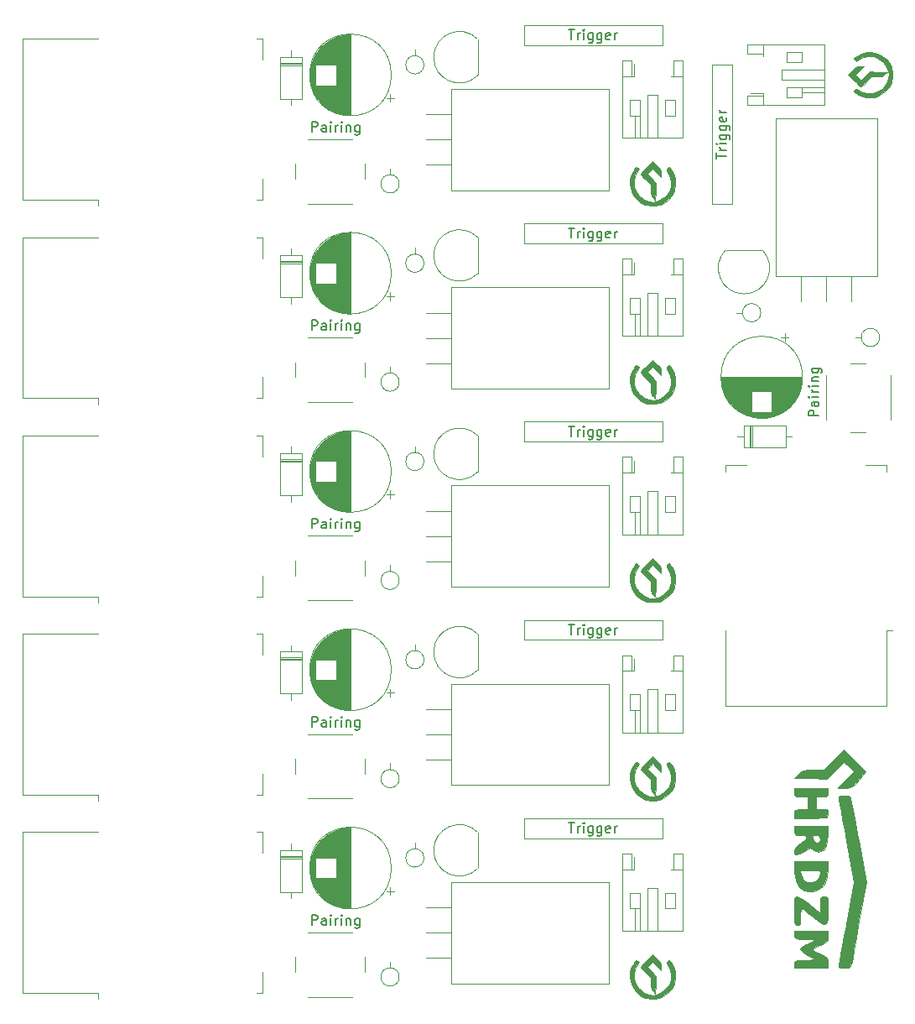
<source format=gbr>
%TF.GenerationSoftware,KiCad,Pcbnew,(5.1.9)-1*%
%TF.CreationDate,2021-03-22T15:53:49+01:00*%
%TF.ProjectId,DOORSENSOR_Enhanced_Multi,444f4f52-5345-44e5-934f-525f456e6861,rev?*%
%TF.SameCoordinates,Original*%
%TF.FileFunction,Legend,Top*%
%TF.FilePolarity,Positive*%
%FSLAX46Y46*%
G04 Gerber Fmt 4.6, Leading zero omitted, Abs format (unit mm)*
G04 Created by KiCad (PCBNEW (5.1.9)-1) date 2021-03-22 15:53:49*
%MOMM*%
%LPD*%
G01*
G04 APERTURE LIST*
%ADD10C,0.010000*%
%ADD11C,0.120000*%
%ADD12C,0.150000*%
G04 APERTURE END LIST*
D10*
%TO.C,G\u002A\u002A\u002A*%
G36*
X121826854Y-119610607D02*
G01*
X121439798Y-120040118D01*
X121152798Y-120282552D01*
X120873213Y-120390952D01*
X120508401Y-120418358D01*
X120415339Y-120418788D01*
X119703245Y-120418788D01*
X120505234Y-119606712D01*
X121307223Y-118794635D01*
X120811562Y-118298975D01*
X120315902Y-117803314D01*
X119455508Y-118654730D01*
X118595115Y-119506146D01*
X116939601Y-119462164D01*
X115284086Y-119418182D01*
X115726527Y-118994849D01*
X115999453Y-118766117D01*
X116282407Y-118638305D01*
X116676789Y-118582941D01*
X117234258Y-118571516D01*
X118299547Y-118571516D01*
X120316201Y-116570314D01*
X121421238Y-117686369D01*
X122526275Y-118802425D01*
X121826854Y-119610607D01*
G37*
X121826854Y-119610607D02*
X121439798Y-120040118D01*
X121152798Y-120282552D01*
X120873213Y-120390952D01*
X120508401Y-120418358D01*
X120415339Y-120418788D01*
X119703245Y-120418788D01*
X120505234Y-119606712D01*
X121307223Y-118794635D01*
X120811562Y-118298975D01*
X120315902Y-117803314D01*
X119455508Y-118654730D01*
X118595115Y-119506146D01*
X116939601Y-119462164D01*
X115284086Y-119418182D01*
X115726527Y-118994849D01*
X115999453Y-118766117D01*
X116282407Y-118638305D01*
X116676789Y-118582941D01*
X117234258Y-118571516D01*
X118299547Y-118571516D01*
X120316201Y-116570314D01*
X121421238Y-117686369D01*
X122526275Y-118802425D01*
X121826854Y-119610607D01*
G36*
X118667806Y-121176728D02*
G01*
X118536038Y-121308366D01*
X118208586Y-121341696D01*
X118076364Y-121342425D01*
X117460606Y-121342425D01*
X117460606Y-122573940D01*
X118086589Y-122573940D01*
X118483205Y-122590030D01*
X118652384Y-122677502D01*
X118674313Y-122895159D01*
X118663862Y-122997273D01*
X118615152Y-123420607D01*
X116960303Y-123464299D01*
X115305455Y-123507992D01*
X115305455Y-123040966D01*
X115325099Y-122753815D01*
X115439755Y-122617814D01*
X115733009Y-122576611D01*
X115998182Y-122573940D01*
X116690910Y-122573940D01*
X116690910Y-121342425D01*
X115998182Y-121342425D01*
X115572214Y-121329037D01*
X115370461Y-121251741D01*
X115309371Y-121054832D01*
X115305455Y-120880607D01*
X115305455Y-120418788D01*
X118692122Y-120418788D01*
X118692122Y-120880607D01*
X118667806Y-121176728D01*
G37*
X118667806Y-121176728D02*
X118536038Y-121308366D01*
X118208586Y-121341696D01*
X118076364Y-121342425D01*
X117460606Y-121342425D01*
X117460606Y-122573940D01*
X118086589Y-122573940D01*
X118483205Y-122590030D01*
X118652384Y-122677502D01*
X118674313Y-122895159D01*
X118663862Y-122997273D01*
X118615152Y-123420607D01*
X116960303Y-123464299D01*
X115305455Y-123507992D01*
X115305455Y-123040966D01*
X115325099Y-122753815D01*
X115439755Y-122617814D01*
X115733009Y-122576611D01*
X115998182Y-122573940D01*
X116690910Y-122573940D01*
X116690910Y-121342425D01*
X115998182Y-121342425D01*
X115572214Y-121329037D01*
X115370461Y-121251741D01*
X115309371Y-121054832D01*
X115305455Y-120880607D01*
X115305455Y-120418788D01*
X118692122Y-120418788D01*
X118692122Y-120880607D01*
X118667806Y-121176728D01*
G36*
X118635843Y-125738109D02*
G01*
X118482399Y-126323544D01*
X118254877Y-126704642D01*
X118182188Y-126763298D01*
X117744997Y-126877074D01*
X117286979Y-126748498D01*
X117137919Y-126639932D01*
X116948260Y-126505890D01*
X116752214Y-126513851D01*
X116449411Y-126681865D01*
X116281881Y-126793872D01*
X115791477Y-127089835D01*
X115487636Y-127169014D01*
X115337472Y-127030562D01*
X115305871Y-126768788D01*
X115375763Y-126443594D01*
X115632595Y-126185224D01*
X115881327Y-126037576D01*
X116253111Y-125784820D01*
X116481922Y-125528184D01*
X116507956Y-125460304D01*
X116486791Y-125285615D01*
X116287579Y-125206804D01*
X115932500Y-125190910D01*
X115533005Y-125173515D01*
X115353590Y-125078364D01*
X115306742Y-124841005D01*
X115305455Y-124729091D01*
X115305455Y-124267273D01*
X117526870Y-124267273D01*
X117526870Y-125190910D01*
X117238549Y-125241164D01*
X117170810Y-125444032D01*
X117180506Y-125537273D01*
X117355806Y-125848485D01*
X117576061Y-125932828D01*
X117834776Y-125912180D01*
X117919319Y-125692508D01*
X117922425Y-125586465D01*
X117863427Y-125288796D01*
X117624706Y-125193829D01*
X117526870Y-125190910D01*
X117526870Y-124267273D01*
X118692122Y-124267273D01*
X118692122Y-125026949D01*
X118635843Y-125738109D01*
G37*
X118635843Y-125738109D02*
X118482399Y-126323544D01*
X118254877Y-126704642D01*
X118182188Y-126763298D01*
X117744997Y-126877074D01*
X117286979Y-126748498D01*
X117137919Y-126639932D01*
X116948260Y-126505890D01*
X116752214Y-126513851D01*
X116449411Y-126681865D01*
X116281881Y-126793872D01*
X115791477Y-127089835D01*
X115487636Y-127169014D01*
X115337472Y-127030562D01*
X115305871Y-126768788D01*
X115375763Y-126443594D01*
X115632595Y-126185224D01*
X115881327Y-126037576D01*
X116253111Y-125784820D01*
X116481922Y-125528184D01*
X116507956Y-125460304D01*
X116486791Y-125285615D01*
X116287579Y-125206804D01*
X115932500Y-125190910D01*
X115533005Y-125173515D01*
X115353590Y-125078364D01*
X115306742Y-124841005D01*
X115305455Y-124729091D01*
X115305455Y-124267273D01*
X117526870Y-124267273D01*
X117526870Y-125190910D01*
X117238549Y-125241164D01*
X117170810Y-125444032D01*
X117180506Y-125537273D01*
X117355806Y-125848485D01*
X117576061Y-125932828D01*
X117834776Y-125912180D01*
X117919319Y-125692508D01*
X117922425Y-125586465D01*
X117863427Y-125288796D01*
X117624706Y-125193829D01*
X117526870Y-125190910D01*
X117526870Y-124267273D01*
X118692122Y-124267273D01*
X118692122Y-125026949D01*
X118635843Y-125738109D01*
G36*
X118691263Y-128462122D02*
G01*
X118597609Y-129428012D01*
X118321790Y-130153662D01*
X117867252Y-130634329D01*
X117237440Y-130865267D01*
X116930086Y-130886667D01*
X116255527Y-130766339D01*
X115762733Y-130403050D01*
X115449199Y-129793344D01*
X115312420Y-128933765D01*
X115305455Y-128644525D01*
X115305455Y-127807879D01*
X116918886Y-127807879D01*
X116918886Y-128731516D01*
X115915347Y-128731516D01*
X116016476Y-129154849D01*
X116144351Y-129538885D01*
X116269167Y-129770607D01*
X116553866Y-129921578D01*
X116981902Y-129954349D01*
X117414398Y-129873790D01*
X117680520Y-129721126D01*
X117873973Y-129377610D01*
X117922425Y-129105368D01*
X117903540Y-128904546D01*
X117800637Y-128792558D01*
X117544343Y-128743559D01*
X117065285Y-128731705D01*
X116918886Y-128731516D01*
X116918886Y-127807879D01*
X118692122Y-127807879D01*
X118691263Y-128462122D01*
G37*
X118691263Y-128462122D02*
X118597609Y-129428012D01*
X118321790Y-130153662D01*
X117867252Y-130634329D01*
X117237440Y-130865267D01*
X116930086Y-130886667D01*
X116255527Y-130766339D01*
X115762733Y-130403050D01*
X115449199Y-129793344D01*
X115312420Y-128933765D01*
X115305455Y-128644525D01*
X115305455Y-127807879D01*
X116918886Y-127807879D01*
X116918886Y-128731516D01*
X115915347Y-128731516D01*
X116016476Y-129154849D01*
X116144351Y-129538885D01*
X116269167Y-129770607D01*
X116553866Y-129921578D01*
X116981902Y-129954349D01*
X117414398Y-129873790D01*
X117680520Y-129721126D01*
X117873973Y-129377610D01*
X117922425Y-129105368D01*
X117903540Y-128904546D01*
X117800637Y-128792558D01*
X117544343Y-128743559D01*
X117065285Y-128731705D01*
X116918886Y-128731516D01*
X116918886Y-127807879D01*
X118692122Y-127807879D01*
X118691263Y-128462122D01*
G36*
X118675437Y-133508444D02*
G01*
X118602287Y-133989165D01*
X118438024Y-134197007D01*
X118148005Y-134148045D01*
X117697583Y-133858353D01*
X117173247Y-133443455D01*
X116692052Y-133058275D01*
X116301687Y-132761632D01*
X116061842Y-132598200D01*
X116019531Y-132580000D01*
X115965677Y-132719249D01*
X115929966Y-133078439D01*
X115921213Y-133426667D01*
X115907849Y-133915954D01*
X115850071Y-134170845D01*
X115721346Y-134264304D01*
X115613334Y-134273334D01*
X115470238Y-134251251D01*
X115379927Y-134146928D01*
X115330376Y-133903254D01*
X115309562Y-133463120D01*
X115305455Y-132810910D01*
X115311319Y-132127332D01*
X115335920Y-131695493D01*
X115389771Y-131459361D01*
X115483387Y-131362904D01*
X115579864Y-131348485D01*
X115817603Y-131442489D01*
X116214649Y-131693196D01*
X116699418Y-132053648D01*
X116888349Y-132206811D01*
X117922425Y-133065136D01*
X117922425Y-132206811D01*
X117932100Y-131717751D01*
X117983504Y-131461604D01*
X118110199Y-131363511D01*
X118307273Y-131348485D01*
X118489201Y-131359459D01*
X118602276Y-131431810D01*
X118662870Y-131624680D01*
X118687354Y-131997215D01*
X118692100Y-132608556D01*
X118692122Y-132738771D01*
X118675437Y-133508444D01*
G37*
X118675437Y-133508444D02*
X118602287Y-133989165D01*
X118438024Y-134197007D01*
X118148005Y-134148045D01*
X117697583Y-133858353D01*
X117173247Y-133443455D01*
X116692052Y-133058275D01*
X116301687Y-132761632D01*
X116061842Y-132598200D01*
X116019531Y-132580000D01*
X115965677Y-132719249D01*
X115929966Y-133078439D01*
X115921213Y-133426667D01*
X115907849Y-133915954D01*
X115850071Y-134170845D01*
X115721346Y-134264304D01*
X115613334Y-134273334D01*
X115470238Y-134251251D01*
X115379927Y-134146928D01*
X115330376Y-133903254D01*
X115309562Y-133463120D01*
X115305455Y-132810910D01*
X115311319Y-132127332D01*
X115335920Y-131695493D01*
X115389771Y-131459361D01*
X115483387Y-131362904D01*
X115579864Y-131348485D01*
X115817603Y-131442489D01*
X116214649Y-131693196D01*
X116699418Y-132053648D01*
X116888349Y-132206811D01*
X117922425Y-133065136D01*
X117922425Y-132206811D01*
X117932100Y-131717751D01*
X117983504Y-131461604D01*
X118110199Y-131363511D01*
X118307273Y-131348485D01*
X118489201Y-131359459D01*
X118602276Y-131431810D01*
X118662870Y-131624680D01*
X118687354Y-131997215D01*
X118692100Y-132608556D01*
X118692122Y-132738771D01*
X118675437Y-133508444D01*
G36*
X118669243Y-135763620D02*
G01*
X118552678Y-135975033D01*
X118270537Y-136151647D01*
X117922425Y-136303601D01*
X117495854Y-136499928D01*
X117216351Y-136665105D01*
X117152728Y-136736364D01*
X117282622Y-136852911D01*
X117616853Y-137032806D01*
X117922425Y-137169127D01*
X118369209Y-137371071D01*
X118598396Y-137549204D01*
X118681876Y-137784523D01*
X118692122Y-138036318D01*
X118692122Y-138583637D01*
X115305455Y-138583637D01*
X115305455Y-138205532D01*
X115323301Y-138009824D01*
X115420702Y-137892873D01*
X115663448Y-137829724D01*
X116117332Y-137795422D01*
X116421516Y-137782199D01*
X117537576Y-137736970D01*
X116729394Y-137371650D01*
X116191575Y-137078486D01*
X115939419Y-136817423D01*
X115921213Y-136736364D01*
X116071059Y-136488976D01*
X116511370Y-136205713D01*
X116729394Y-136101078D01*
X117537576Y-135735758D01*
X116421516Y-135690529D01*
X115845972Y-135661159D01*
X115512416Y-135614644D01*
X115355055Y-135526028D01*
X115308098Y-135370356D01*
X115305455Y-135267196D01*
X115305455Y-134889091D01*
X118692122Y-134889091D01*
X118692122Y-135436410D01*
X118669243Y-135763620D01*
G37*
X118669243Y-135763620D02*
X118552678Y-135975033D01*
X118270537Y-136151647D01*
X117922425Y-136303601D01*
X117495854Y-136499928D01*
X117216351Y-136665105D01*
X117152728Y-136736364D01*
X117282622Y-136852911D01*
X117616853Y-137032806D01*
X117922425Y-137169127D01*
X118369209Y-137371071D01*
X118598396Y-137549204D01*
X118681876Y-137784523D01*
X118692122Y-138036318D01*
X118692122Y-138583637D01*
X115305455Y-138583637D01*
X115305455Y-138205532D01*
X115323301Y-138009824D01*
X115420702Y-137892873D01*
X115663448Y-137829724D01*
X116117332Y-137795422D01*
X116421516Y-137782199D01*
X117537576Y-137736970D01*
X116729394Y-137371650D01*
X116191575Y-137078486D01*
X115939419Y-136817423D01*
X115921213Y-136736364D01*
X116071059Y-136488976D01*
X116511370Y-136205713D01*
X116729394Y-136101078D01*
X117537576Y-135735758D01*
X116421516Y-135690529D01*
X115845972Y-135661159D01*
X115512416Y-135614644D01*
X115355055Y-135526028D01*
X115308098Y-135370356D01*
X115305455Y-135267196D01*
X115305455Y-134889091D01*
X118692122Y-134889091D01*
X118692122Y-135436410D01*
X118669243Y-135763620D01*
G36*
X121855293Y-133838450D02*
G01*
X121659623Y-134917916D01*
X121477961Y-135916121D01*
X121318731Y-136787089D01*
X121190360Y-137484840D01*
X121101271Y-137963396D01*
X121063377Y-138160304D01*
X120968731Y-138437411D01*
X120770842Y-138557669D01*
X120373224Y-138583637D01*
X119992029Y-138561472D01*
X119783193Y-138506232D01*
X119769697Y-138485640D01*
X119796550Y-138314430D01*
X119872350Y-137880107D01*
X119989964Y-137222286D01*
X120142255Y-136380581D01*
X120322089Y-135394607D01*
X120522331Y-134303979D01*
X120546032Y-134175337D01*
X121322366Y-129963031D01*
X120546032Y-125750724D01*
X120343541Y-124645958D01*
X120160741Y-123636954D01*
X120004807Y-122764274D01*
X119882919Y-122068481D01*
X119802252Y-121590136D01*
X119769986Y-121369801D01*
X119769697Y-121363451D01*
X119905031Y-121246536D01*
X120238488Y-121189625D01*
X120299400Y-121188485D01*
X120680671Y-121226362D01*
X120907521Y-121318848D01*
X120917657Y-121331769D01*
X120967536Y-121515220D01*
X121064115Y-121961538D01*
X121199457Y-122630600D01*
X121365623Y-123482282D01*
X121554673Y-124476460D01*
X121758671Y-125573010D01*
X121783396Y-125707491D01*
X122560580Y-129939930D01*
X121855293Y-133838450D01*
G37*
X121855293Y-133838450D02*
X121659623Y-134917916D01*
X121477961Y-135916121D01*
X121318731Y-136787089D01*
X121190360Y-137484840D01*
X121101271Y-137963396D01*
X121063377Y-138160304D01*
X120968731Y-138437411D01*
X120770842Y-138557669D01*
X120373224Y-138583637D01*
X119992029Y-138561472D01*
X119783193Y-138506232D01*
X119769697Y-138485640D01*
X119796550Y-138314430D01*
X119872350Y-137880107D01*
X119989964Y-137222286D01*
X120142255Y-136380581D01*
X120322089Y-135394607D01*
X120522331Y-134303979D01*
X120546032Y-134175337D01*
X121322366Y-129963031D01*
X120546032Y-125750724D01*
X120343541Y-124645958D01*
X120160741Y-123636954D01*
X120004807Y-122764274D01*
X119882919Y-122068481D01*
X119802252Y-121590136D01*
X119769986Y-121369801D01*
X119769697Y-121363451D01*
X119905031Y-121246536D01*
X120238488Y-121189625D01*
X120299400Y-121188485D01*
X120680671Y-121226362D01*
X120907521Y-121318848D01*
X120917657Y-121331769D01*
X120967536Y-121515220D01*
X121064115Y-121961538D01*
X121199457Y-122630600D01*
X121365623Y-123482282D01*
X121554673Y-124476460D01*
X121758671Y-125573010D01*
X121783396Y-125707491D01*
X122560580Y-129939930D01*
X121855293Y-133838450D01*
D11*
%TO.C,Q1*%
X112030000Y-66150000D02*
X108430000Y-66150000D01*
X108391522Y-66161522D02*
G75*
G03*
X110230000Y-70600000I1838478J-1838478D01*
G01*
X112068478Y-66161522D02*
G75*
G02*
X110230000Y-70600000I-1838478J-1838478D01*
G01*
%TO.C,J1*%
X112140000Y-50360000D02*
X112140000Y-50640000D01*
X112140000Y-50640000D02*
X110540000Y-50640000D01*
X110540000Y-50640000D02*
X110540000Y-51560000D01*
X110540000Y-51560000D02*
X118360000Y-51560000D01*
X118360000Y-51560000D02*
X118360000Y-45440000D01*
X118360000Y-45440000D02*
X110540000Y-45440000D01*
X110540000Y-45440000D02*
X110540000Y-46360000D01*
X110540000Y-46360000D02*
X112140000Y-46360000D01*
X112140000Y-46360000D02*
X112140000Y-46640000D01*
X118360000Y-49000000D02*
X114000000Y-49000000D01*
X114000000Y-49000000D02*
X114000000Y-48000000D01*
X114000000Y-48000000D02*
X118360000Y-48000000D01*
X112140000Y-51560000D02*
X112140000Y-50640000D01*
X112140000Y-45440000D02*
X112140000Y-46360000D01*
X114500000Y-50800000D02*
X116100000Y-50800000D01*
X116100000Y-50800000D02*
X116100000Y-49800000D01*
X116100000Y-49800000D02*
X114500000Y-49800000D01*
X114500000Y-49800000D02*
X114500000Y-50800000D01*
X114500000Y-46200000D02*
X116100000Y-46200000D01*
X116100000Y-46200000D02*
X116100000Y-47200000D01*
X116100000Y-47200000D02*
X114500000Y-47200000D01*
X114500000Y-47200000D02*
X114500000Y-46200000D01*
X116100000Y-49800000D02*
X118360000Y-49800000D01*
X116100000Y-50300000D02*
X118360000Y-50300000D01*
X112140000Y-50360000D02*
X110925000Y-50360000D01*
%TO.C,Q2*%
X121080000Y-68810000D02*
X121080000Y-71350000D01*
X118540000Y-68810000D02*
X118540000Y-71350000D01*
X116000000Y-68810000D02*
X116000000Y-71350000D01*
X123660000Y-52920000D02*
X123660000Y-68810000D01*
X113420000Y-52920000D02*
X113420000Y-68810000D01*
X113420000Y-52920000D02*
X123660000Y-52920000D01*
X113420000Y-68810000D02*
X123660000Y-68810000D01*
%TO.C,R1*%
X111920000Y-72500000D02*
G75*
G03*
X111920000Y-72500000I-920000J0D01*
G01*
X110080000Y-72500000D02*
X109460000Y-72500000D01*
%TO.C,U1*%
X124620000Y-112120000D02*
X108380000Y-112120000D01*
X108380000Y-112120000D02*
X108380000Y-104500000D01*
X108380000Y-88500000D02*
X108380000Y-87880000D01*
X108380000Y-87880000D02*
X110500000Y-87880000D01*
X122500000Y-87880000D02*
X124620000Y-87880000D01*
X124620000Y-87880000D02*
X124620000Y-88500000D01*
X124620000Y-104500000D02*
X124620000Y-112120000D01*
X124620000Y-104500000D02*
X125230000Y-104500000D01*
%TO.C,C1*%
X116135001Y-79000000D02*
G75*
G03*
X116135001Y-79000000I-4120000J0D01*
G01*
X116095001Y-79000000D02*
X107935001Y-79000000D01*
X116095001Y-79040000D02*
X107935001Y-79040000D01*
X116095001Y-79080000D02*
X107935001Y-79080000D01*
X116094001Y-79120000D02*
X107936001Y-79120000D01*
X116092001Y-79160000D02*
X107938001Y-79160000D01*
X116091001Y-79200000D02*
X107939001Y-79200000D01*
X116089001Y-79240000D02*
X107941001Y-79240000D01*
X116086001Y-79280000D02*
X107944001Y-79280000D01*
X116083001Y-79320000D02*
X107947001Y-79320000D01*
X116080001Y-79360000D02*
X107950001Y-79360000D01*
X116076001Y-79400000D02*
X107954001Y-79400000D01*
X116072001Y-79440000D02*
X107958001Y-79440000D01*
X116067001Y-79480000D02*
X107963001Y-79480000D01*
X116063001Y-79520000D02*
X107967001Y-79520000D01*
X116057001Y-79560000D02*
X107973001Y-79560000D01*
X116052001Y-79600000D02*
X107978001Y-79600000D01*
X116045001Y-79640000D02*
X107985001Y-79640000D01*
X116039001Y-79680000D02*
X107991001Y-79680000D01*
X116032001Y-79721000D02*
X107998001Y-79721000D01*
X116025001Y-79761000D02*
X108005001Y-79761000D01*
X116017001Y-79801000D02*
X108013001Y-79801000D01*
X116009001Y-79841000D02*
X108021001Y-79841000D01*
X116000001Y-79881000D02*
X108030001Y-79881000D01*
X115991001Y-79921000D02*
X108039001Y-79921000D01*
X115982001Y-79961000D02*
X108048001Y-79961000D01*
X115972001Y-80001000D02*
X108058001Y-80001000D01*
X115962001Y-80041000D02*
X108068001Y-80041000D01*
X115951001Y-80081000D02*
X108079001Y-80081000D01*
X115940001Y-80121000D02*
X108090001Y-80121000D01*
X115929001Y-80161000D02*
X108101001Y-80161000D01*
X115917001Y-80201000D02*
X108113001Y-80201000D01*
X115904001Y-80241000D02*
X108126001Y-80241000D01*
X115892001Y-80281000D02*
X108138001Y-80281000D01*
X115878001Y-80321000D02*
X108152001Y-80321000D01*
X115865001Y-80361000D02*
X108165001Y-80361000D01*
X115850001Y-80401000D02*
X108180001Y-80401000D01*
X115836001Y-80441000D02*
X108194001Y-80441000D01*
X115820001Y-80481000D02*
X113055001Y-80481000D01*
X110975001Y-80481000D02*
X108210001Y-80481000D01*
X115805001Y-80521000D02*
X113055001Y-80521000D01*
X110975001Y-80521000D02*
X108225001Y-80521000D01*
X115789001Y-80561000D02*
X113055001Y-80561000D01*
X110975001Y-80561000D02*
X108241001Y-80561000D01*
X115772001Y-80601000D02*
X113055001Y-80601000D01*
X110975001Y-80601000D02*
X108258001Y-80601000D01*
X115755001Y-80641000D02*
X113055001Y-80641000D01*
X110975001Y-80641000D02*
X108275001Y-80641000D01*
X115737001Y-80681000D02*
X113055001Y-80681000D01*
X110975001Y-80681000D02*
X108293001Y-80681000D01*
X115719001Y-80721000D02*
X113055001Y-80721000D01*
X110975001Y-80721000D02*
X108311001Y-80721000D01*
X115701001Y-80761000D02*
X113055001Y-80761000D01*
X110975001Y-80761000D02*
X108329001Y-80761000D01*
X115681001Y-80801000D02*
X113055001Y-80801000D01*
X110975001Y-80801000D02*
X108349001Y-80801000D01*
X115662001Y-80841000D02*
X113055001Y-80841000D01*
X110975001Y-80841000D02*
X108368001Y-80841000D01*
X115642001Y-80881000D02*
X113055001Y-80881000D01*
X110975001Y-80881000D02*
X108388001Y-80881000D01*
X115621001Y-80921000D02*
X113055001Y-80921000D01*
X110975001Y-80921000D02*
X108409001Y-80921000D01*
X115599001Y-80961000D02*
X113055001Y-80961000D01*
X110975001Y-80961000D02*
X108431001Y-80961000D01*
X115577001Y-81001000D02*
X113055001Y-81001000D01*
X110975001Y-81001000D02*
X108453001Y-81001000D01*
X115555001Y-81041000D02*
X113055001Y-81041000D01*
X110975001Y-81041000D02*
X108475001Y-81041000D01*
X115532001Y-81081000D02*
X113055001Y-81081000D01*
X110975001Y-81081000D02*
X108498001Y-81081000D01*
X115508001Y-81121000D02*
X113055001Y-81121000D01*
X110975001Y-81121000D02*
X108522001Y-81121000D01*
X115484001Y-81161000D02*
X113055001Y-81161000D01*
X110975001Y-81161000D02*
X108546001Y-81161000D01*
X115459001Y-81201000D02*
X113055001Y-81201000D01*
X110975001Y-81201000D02*
X108571001Y-81201000D01*
X115433001Y-81241000D02*
X113055001Y-81241000D01*
X110975001Y-81241000D02*
X108597001Y-81241000D01*
X115407001Y-81281000D02*
X113055001Y-81281000D01*
X110975001Y-81281000D02*
X108623001Y-81281000D01*
X115380001Y-81321000D02*
X113055001Y-81321000D01*
X110975001Y-81321000D02*
X108650001Y-81321000D01*
X115353001Y-81361000D02*
X113055001Y-81361000D01*
X110975001Y-81361000D02*
X108677001Y-81361000D01*
X115324001Y-81401000D02*
X113055001Y-81401000D01*
X110975001Y-81401000D02*
X108706001Y-81401000D01*
X115295001Y-81441000D02*
X113055001Y-81441000D01*
X110975001Y-81441000D02*
X108735001Y-81441000D01*
X115265001Y-81481000D02*
X113055001Y-81481000D01*
X110975001Y-81481000D02*
X108765001Y-81481000D01*
X115235001Y-81521000D02*
X113055001Y-81521000D01*
X110975001Y-81521000D02*
X108795001Y-81521000D01*
X115204001Y-81561000D02*
X113055001Y-81561000D01*
X110975001Y-81561000D02*
X108826001Y-81561000D01*
X115171001Y-81601000D02*
X113055001Y-81601000D01*
X110975001Y-81601000D02*
X108859001Y-81601000D01*
X115139001Y-81641000D02*
X113055001Y-81641000D01*
X110975001Y-81641000D02*
X108891001Y-81641000D01*
X115105001Y-81681000D02*
X113055001Y-81681000D01*
X110975001Y-81681000D02*
X108925001Y-81681000D01*
X115070001Y-81721000D02*
X113055001Y-81721000D01*
X110975001Y-81721000D02*
X108960001Y-81721000D01*
X115034001Y-81761000D02*
X113055001Y-81761000D01*
X110975001Y-81761000D02*
X108996001Y-81761000D01*
X114998001Y-81801000D02*
X113055001Y-81801000D01*
X110975001Y-81801000D02*
X109032001Y-81801000D01*
X114960001Y-81841000D02*
X113055001Y-81841000D01*
X110975001Y-81841000D02*
X109070001Y-81841000D01*
X114922001Y-81881000D02*
X113055001Y-81881000D01*
X110975001Y-81881000D02*
X109108001Y-81881000D01*
X114882001Y-81921000D02*
X113055001Y-81921000D01*
X110975001Y-81921000D02*
X109148001Y-81921000D01*
X114841001Y-81961000D02*
X113055001Y-81961000D01*
X110975001Y-81961000D02*
X109189001Y-81961000D01*
X114799001Y-82001000D02*
X113055001Y-82001000D01*
X110975001Y-82001000D02*
X109231001Y-82001000D01*
X114756001Y-82041000D02*
X113055001Y-82041000D01*
X110975001Y-82041000D02*
X109274001Y-82041000D01*
X114712001Y-82081000D02*
X113055001Y-82081000D01*
X110975001Y-82081000D02*
X109318001Y-82081000D01*
X114666001Y-82121000D02*
X113055001Y-82121000D01*
X110975001Y-82121000D02*
X109364001Y-82121000D01*
X114619001Y-82161000D02*
X113055001Y-82161000D01*
X110975001Y-82161000D02*
X109411001Y-82161000D01*
X114571001Y-82201000D02*
X113055001Y-82201000D01*
X110975001Y-82201000D02*
X109459001Y-82201000D01*
X114520001Y-82241000D02*
X113055001Y-82241000D01*
X110975001Y-82241000D02*
X109510001Y-82241000D01*
X114469001Y-82281000D02*
X113055001Y-82281000D01*
X110975001Y-82281000D02*
X109561001Y-82281000D01*
X114415001Y-82321000D02*
X113055001Y-82321000D01*
X110975001Y-82321000D02*
X109615001Y-82321000D01*
X114360001Y-82361000D02*
X113055001Y-82361000D01*
X110975001Y-82361000D02*
X109670001Y-82361000D01*
X114302001Y-82401000D02*
X113055001Y-82401000D01*
X110975001Y-82401000D02*
X109728001Y-82401000D01*
X114243001Y-82441000D02*
X113055001Y-82441000D01*
X110975001Y-82441000D02*
X109787001Y-82441000D01*
X114181001Y-82481000D02*
X113055001Y-82481000D01*
X110975001Y-82481000D02*
X109849001Y-82481000D01*
X114117001Y-82521000D02*
X113055001Y-82521000D01*
X110975001Y-82521000D02*
X109913001Y-82521000D01*
X114049001Y-82561000D02*
X109981001Y-82561000D01*
X113979001Y-82601000D02*
X110051001Y-82601000D01*
X113905001Y-82641000D02*
X110125001Y-82641000D01*
X113828001Y-82681000D02*
X110202001Y-82681000D01*
X113746001Y-82721000D02*
X110284001Y-82721000D01*
X113660001Y-82761000D02*
X110370001Y-82761000D01*
X113567001Y-82801000D02*
X110463001Y-82801000D01*
X113468001Y-82841000D02*
X110562001Y-82841000D01*
X113361001Y-82881000D02*
X110669001Y-82881000D01*
X113244001Y-82921000D02*
X110786001Y-82921000D01*
X113113001Y-82961000D02*
X110917001Y-82961000D01*
X112963001Y-83001000D02*
X111067001Y-83001000D01*
X112783001Y-83041000D02*
X111247001Y-83041000D01*
X112548001Y-83081000D02*
X111482001Y-83081000D01*
X114330001Y-74590302D02*
X114330001Y-75390302D01*
X114730001Y-74990302D02*
X113930001Y-74990302D01*
%TO.C,D1*%
X110190000Y-83880000D02*
X110190000Y-86120000D01*
X110190000Y-86120000D02*
X114430000Y-86120000D01*
X114430000Y-86120000D02*
X114430000Y-83880000D01*
X114430000Y-83880000D02*
X110190000Y-83880000D01*
X109540000Y-85000000D02*
X110190000Y-85000000D01*
X115080000Y-85000000D02*
X114430000Y-85000000D01*
X110910000Y-83880000D02*
X110910000Y-86120000D01*
X111030000Y-83880000D02*
X111030000Y-86120000D01*
X110790000Y-83880000D02*
X110790000Y-86120000D01*
D10*
%TO.C,G\u002A\u002A\u002A*%
G36*
X121174013Y-48063804D02*
G01*
X121403331Y-47839780D01*
X121570323Y-47708776D01*
X121719324Y-47646231D01*
X121894669Y-47627583D01*
X121962702Y-47626875D01*
X122319889Y-47626875D01*
X121889538Y-48062640D01*
X121459186Y-48498404D01*
X121730191Y-48778011D01*
X122001196Y-49057617D01*
X122891074Y-48177025D01*
X123784464Y-48199606D01*
X124677854Y-48222188D01*
X124449740Y-48440469D01*
X124309741Y-48557965D01*
X124164760Y-48623848D01*
X123962900Y-48652610D01*
X123668051Y-48658750D01*
X123114476Y-48658750D01*
X122603125Y-49174688D01*
X122369174Y-49402046D01*
X122171455Y-49578259D01*
X122039529Y-49677694D01*
X122008118Y-49690625D01*
X121920739Y-49637382D01*
X121750222Y-49493484D01*
X121523493Y-49282674D01*
X121333488Y-49095679D01*
X120742513Y-48500732D01*
X121174013Y-48063804D01*
G37*
X121174013Y-48063804D02*
X121403331Y-47839780D01*
X121570323Y-47708776D01*
X121719324Y-47646231D01*
X121894669Y-47627583D01*
X121962702Y-47626875D01*
X122319889Y-47626875D01*
X121889538Y-48062640D01*
X121459186Y-48498404D01*
X121730191Y-48778011D01*
X122001196Y-49057617D01*
X122891074Y-48177025D01*
X123784464Y-48199606D01*
X124677854Y-48222188D01*
X124449740Y-48440469D01*
X124309741Y-48557965D01*
X124164760Y-48623848D01*
X123962900Y-48652610D01*
X123668051Y-48658750D01*
X123114476Y-48658750D01*
X122603125Y-49174688D01*
X122369174Y-49402046D01*
X122171455Y-49578259D01*
X122039529Y-49677694D01*
X122008118Y-49690625D01*
X121920739Y-49637382D01*
X121750222Y-49493484D01*
X121523493Y-49282674D01*
X121333488Y-49095679D01*
X120742513Y-48500732D01*
X121174013Y-48063804D01*
G36*
X121374117Y-50006686D02*
G01*
X121377148Y-50003334D01*
X121494777Y-49898724D01*
X121599718Y-49912956D01*
X121683626Y-49969728D01*
X122184288Y-50253870D01*
X122699670Y-50386962D01*
X123211618Y-50370112D01*
X123701978Y-50204429D01*
X124152595Y-49891021D01*
X124233002Y-49814082D01*
X124586300Y-49364498D01*
X124785985Y-48889162D01*
X124832058Y-48402381D01*
X124724518Y-47918462D01*
X124463366Y-47451714D01*
X124233002Y-47185919D01*
X123792086Y-46844291D01*
X123307945Y-46650176D01*
X122798732Y-46604681D01*
X122282601Y-46708915D01*
X121777707Y-46963987D01*
X121683626Y-47030273D01*
X121550060Y-47107339D01*
X121449592Y-47070583D01*
X121377148Y-46996667D01*
X121305108Y-46904357D01*
X121306372Y-46830347D01*
X121401304Y-46741213D01*
X121610272Y-46603531D01*
X121620739Y-46596891D01*
X122105894Y-46345496D01*
X122587027Y-46224424D01*
X123121397Y-46218415D01*
X123698000Y-46340772D01*
X124216996Y-46603119D01*
X124656847Y-46990849D01*
X124996013Y-47489353D01*
X124996385Y-47490077D01*
X125119791Y-47842029D01*
X125189529Y-48273562D01*
X125201228Y-48718985D01*
X125150515Y-49112607D01*
X125112708Y-49238348D01*
X124834626Y-49777564D01*
X124449179Y-50217995D01*
X123977102Y-50544617D01*
X123439127Y-50742407D01*
X122960312Y-50797949D01*
X122469530Y-50760217D01*
X122030029Y-50625067D01*
X121619219Y-50402146D01*
X121406070Y-50262284D01*
X121307742Y-50172115D01*
X121303878Y-50098096D01*
X121374117Y-50006686D01*
G37*
X121374117Y-50006686D02*
X121377148Y-50003334D01*
X121494777Y-49898724D01*
X121599718Y-49912956D01*
X121683626Y-49969728D01*
X122184288Y-50253870D01*
X122699670Y-50386962D01*
X123211618Y-50370112D01*
X123701978Y-50204429D01*
X124152595Y-49891021D01*
X124233002Y-49814082D01*
X124586300Y-49364498D01*
X124785985Y-48889162D01*
X124832058Y-48402381D01*
X124724518Y-47918462D01*
X124463366Y-47451714D01*
X124233002Y-47185919D01*
X123792086Y-46844291D01*
X123307945Y-46650176D01*
X122798732Y-46604681D01*
X122282601Y-46708915D01*
X121777707Y-46963987D01*
X121683626Y-47030273D01*
X121550060Y-47107339D01*
X121449592Y-47070583D01*
X121377148Y-46996667D01*
X121305108Y-46904357D01*
X121306372Y-46830347D01*
X121401304Y-46741213D01*
X121610272Y-46603531D01*
X121620739Y-46596891D01*
X122105894Y-46345496D01*
X122587027Y-46224424D01*
X123121397Y-46218415D01*
X123698000Y-46340772D01*
X124216996Y-46603119D01*
X124656847Y-46990849D01*
X124996013Y-47489353D01*
X124996385Y-47490077D01*
X125119791Y-47842029D01*
X125189529Y-48273562D01*
X125201228Y-48718985D01*
X125150515Y-49112607D01*
X125112708Y-49238348D01*
X124834626Y-49777564D01*
X124449179Y-50217995D01*
X123977102Y-50544617D01*
X123439127Y-50742407D01*
X122960312Y-50797949D01*
X122469530Y-50760217D01*
X122030029Y-50625067D01*
X121619219Y-50402146D01*
X121406070Y-50262284D01*
X121307742Y-50172115D01*
X121303878Y-50098096D01*
X121374117Y-50006686D01*
D11*
%TO.C,SW2*%
X118500000Y-78824999D02*
X118500000Y-83324999D01*
X122500000Y-77574999D02*
X121000000Y-77574999D01*
X125000000Y-83324999D02*
X125000000Y-78824999D01*
X121000000Y-84574999D02*
X122500000Y-84574999D01*
%TO.C,R2*%
X122080000Y-75000000D02*
X121460000Y-75000000D01*
X123920000Y-75000000D02*
G75*
G03*
X123920000Y-75000000I-920000J0D01*
G01*
%TO.C,SW2*%
X121000000Y-84574999D02*
X122500000Y-84574999D01*
X125000000Y-83324999D02*
X125000000Y-78824999D01*
X122500000Y-77574999D02*
X121000000Y-77574999D01*
X118500000Y-78824999D02*
X118500000Y-83324999D01*
%TO.C,SW1*%
X107000000Y-47500000D02*
X109000000Y-47500000D01*
X107000000Y-61500000D02*
X107000000Y-47500000D01*
X109000000Y-61500000D02*
X107000000Y-61500000D01*
X109000000Y-47500000D02*
X109000000Y-61500000D01*
%TO.C,R2*%
X123920000Y-75000000D02*
G75*
G03*
X123920000Y-75000000I-920000J0D01*
G01*
X122080000Y-75000000D02*
X121460000Y-75000000D01*
%TO.C,C1*%
X114730001Y-74990302D02*
X113930001Y-74990302D01*
X114330001Y-74590302D02*
X114330001Y-75390302D01*
X112548001Y-83081000D02*
X111482001Y-83081000D01*
X112783001Y-83041000D02*
X111247001Y-83041000D01*
X112963001Y-83001000D02*
X111067001Y-83001000D01*
X113113001Y-82961000D02*
X110917001Y-82961000D01*
X113244001Y-82921000D02*
X110786001Y-82921000D01*
X113361001Y-82881000D02*
X110669001Y-82881000D01*
X113468001Y-82841000D02*
X110562001Y-82841000D01*
X113567001Y-82801000D02*
X110463001Y-82801000D01*
X113660001Y-82761000D02*
X110370001Y-82761000D01*
X113746001Y-82721000D02*
X110284001Y-82721000D01*
X113828001Y-82681000D02*
X110202001Y-82681000D01*
X113905001Y-82641000D02*
X110125001Y-82641000D01*
X113979001Y-82601000D02*
X110051001Y-82601000D01*
X114049001Y-82561000D02*
X109981001Y-82561000D01*
X110975001Y-82521000D02*
X109913001Y-82521000D01*
X114117001Y-82521000D02*
X113055001Y-82521000D01*
X110975001Y-82481000D02*
X109849001Y-82481000D01*
X114181001Y-82481000D02*
X113055001Y-82481000D01*
X110975001Y-82441000D02*
X109787001Y-82441000D01*
X114243001Y-82441000D02*
X113055001Y-82441000D01*
X110975001Y-82401000D02*
X109728001Y-82401000D01*
X114302001Y-82401000D02*
X113055001Y-82401000D01*
X110975001Y-82361000D02*
X109670001Y-82361000D01*
X114360001Y-82361000D02*
X113055001Y-82361000D01*
X110975001Y-82321000D02*
X109615001Y-82321000D01*
X114415001Y-82321000D02*
X113055001Y-82321000D01*
X110975001Y-82281000D02*
X109561001Y-82281000D01*
X114469001Y-82281000D02*
X113055001Y-82281000D01*
X110975001Y-82241000D02*
X109510001Y-82241000D01*
X114520001Y-82241000D02*
X113055001Y-82241000D01*
X110975001Y-82201000D02*
X109459001Y-82201000D01*
X114571001Y-82201000D02*
X113055001Y-82201000D01*
X110975001Y-82161000D02*
X109411001Y-82161000D01*
X114619001Y-82161000D02*
X113055001Y-82161000D01*
X110975001Y-82121000D02*
X109364001Y-82121000D01*
X114666001Y-82121000D02*
X113055001Y-82121000D01*
X110975001Y-82081000D02*
X109318001Y-82081000D01*
X114712001Y-82081000D02*
X113055001Y-82081000D01*
X110975001Y-82041000D02*
X109274001Y-82041000D01*
X114756001Y-82041000D02*
X113055001Y-82041000D01*
X110975001Y-82001000D02*
X109231001Y-82001000D01*
X114799001Y-82001000D02*
X113055001Y-82001000D01*
X110975001Y-81961000D02*
X109189001Y-81961000D01*
X114841001Y-81961000D02*
X113055001Y-81961000D01*
X110975001Y-81921000D02*
X109148001Y-81921000D01*
X114882001Y-81921000D02*
X113055001Y-81921000D01*
X110975001Y-81881000D02*
X109108001Y-81881000D01*
X114922001Y-81881000D02*
X113055001Y-81881000D01*
X110975001Y-81841000D02*
X109070001Y-81841000D01*
X114960001Y-81841000D02*
X113055001Y-81841000D01*
X110975001Y-81801000D02*
X109032001Y-81801000D01*
X114998001Y-81801000D02*
X113055001Y-81801000D01*
X110975001Y-81761000D02*
X108996001Y-81761000D01*
X115034001Y-81761000D02*
X113055001Y-81761000D01*
X110975001Y-81721000D02*
X108960001Y-81721000D01*
X115070001Y-81721000D02*
X113055001Y-81721000D01*
X110975001Y-81681000D02*
X108925001Y-81681000D01*
X115105001Y-81681000D02*
X113055001Y-81681000D01*
X110975001Y-81641000D02*
X108891001Y-81641000D01*
X115139001Y-81641000D02*
X113055001Y-81641000D01*
X110975001Y-81601000D02*
X108859001Y-81601000D01*
X115171001Y-81601000D02*
X113055001Y-81601000D01*
X110975001Y-81561000D02*
X108826001Y-81561000D01*
X115204001Y-81561000D02*
X113055001Y-81561000D01*
X110975001Y-81521000D02*
X108795001Y-81521000D01*
X115235001Y-81521000D02*
X113055001Y-81521000D01*
X110975001Y-81481000D02*
X108765001Y-81481000D01*
X115265001Y-81481000D02*
X113055001Y-81481000D01*
X110975001Y-81441000D02*
X108735001Y-81441000D01*
X115295001Y-81441000D02*
X113055001Y-81441000D01*
X110975001Y-81401000D02*
X108706001Y-81401000D01*
X115324001Y-81401000D02*
X113055001Y-81401000D01*
X110975001Y-81361000D02*
X108677001Y-81361000D01*
X115353001Y-81361000D02*
X113055001Y-81361000D01*
X110975001Y-81321000D02*
X108650001Y-81321000D01*
X115380001Y-81321000D02*
X113055001Y-81321000D01*
X110975001Y-81281000D02*
X108623001Y-81281000D01*
X115407001Y-81281000D02*
X113055001Y-81281000D01*
X110975001Y-81241000D02*
X108597001Y-81241000D01*
X115433001Y-81241000D02*
X113055001Y-81241000D01*
X110975001Y-81201000D02*
X108571001Y-81201000D01*
X115459001Y-81201000D02*
X113055001Y-81201000D01*
X110975001Y-81161000D02*
X108546001Y-81161000D01*
X115484001Y-81161000D02*
X113055001Y-81161000D01*
X110975001Y-81121000D02*
X108522001Y-81121000D01*
X115508001Y-81121000D02*
X113055001Y-81121000D01*
X110975001Y-81081000D02*
X108498001Y-81081000D01*
X115532001Y-81081000D02*
X113055001Y-81081000D01*
X110975001Y-81041000D02*
X108475001Y-81041000D01*
X115555001Y-81041000D02*
X113055001Y-81041000D01*
X110975001Y-81001000D02*
X108453001Y-81001000D01*
X115577001Y-81001000D02*
X113055001Y-81001000D01*
X110975001Y-80961000D02*
X108431001Y-80961000D01*
X115599001Y-80961000D02*
X113055001Y-80961000D01*
X110975001Y-80921000D02*
X108409001Y-80921000D01*
X115621001Y-80921000D02*
X113055001Y-80921000D01*
X110975001Y-80881000D02*
X108388001Y-80881000D01*
X115642001Y-80881000D02*
X113055001Y-80881000D01*
X110975001Y-80841000D02*
X108368001Y-80841000D01*
X115662001Y-80841000D02*
X113055001Y-80841000D01*
X110975001Y-80801000D02*
X108349001Y-80801000D01*
X115681001Y-80801000D02*
X113055001Y-80801000D01*
X110975001Y-80761000D02*
X108329001Y-80761000D01*
X115701001Y-80761000D02*
X113055001Y-80761000D01*
X110975001Y-80721000D02*
X108311001Y-80721000D01*
X115719001Y-80721000D02*
X113055001Y-80721000D01*
X110975001Y-80681000D02*
X108293001Y-80681000D01*
X115737001Y-80681000D02*
X113055001Y-80681000D01*
X110975001Y-80641000D02*
X108275001Y-80641000D01*
X115755001Y-80641000D02*
X113055001Y-80641000D01*
X110975001Y-80601000D02*
X108258001Y-80601000D01*
X115772001Y-80601000D02*
X113055001Y-80601000D01*
X110975001Y-80561000D02*
X108241001Y-80561000D01*
X115789001Y-80561000D02*
X113055001Y-80561000D01*
X110975001Y-80521000D02*
X108225001Y-80521000D01*
X115805001Y-80521000D02*
X113055001Y-80521000D01*
X110975001Y-80481000D02*
X108210001Y-80481000D01*
X115820001Y-80481000D02*
X113055001Y-80481000D01*
X115836001Y-80441000D02*
X108194001Y-80441000D01*
X115850001Y-80401000D02*
X108180001Y-80401000D01*
X115865001Y-80361000D02*
X108165001Y-80361000D01*
X115878001Y-80321000D02*
X108152001Y-80321000D01*
X115892001Y-80281000D02*
X108138001Y-80281000D01*
X115904001Y-80241000D02*
X108126001Y-80241000D01*
X115917001Y-80201000D02*
X108113001Y-80201000D01*
X115929001Y-80161000D02*
X108101001Y-80161000D01*
X115940001Y-80121000D02*
X108090001Y-80121000D01*
X115951001Y-80081000D02*
X108079001Y-80081000D01*
X115962001Y-80041000D02*
X108068001Y-80041000D01*
X115972001Y-80001000D02*
X108058001Y-80001000D01*
X115982001Y-79961000D02*
X108048001Y-79961000D01*
X115991001Y-79921000D02*
X108039001Y-79921000D01*
X116000001Y-79881000D02*
X108030001Y-79881000D01*
X116009001Y-79841000D02*
X108021001Y-79841000D01*
X116017001Y-79801000D02*
X108013001Y-79801000D01*
X116025001Y-79761000D02*
X108005001Y-79761000D01*
X116032001Y-79721000D02*
X107998001Y-79721000D01*
X116039001Y-79680000D02*
X107991001Y-79680000D01*
X116045001Y-79640000D02*
X107985001Y-79640000D01*
X116052001Y-79600000D02*
X107978001Y-79600000D01*
X116057001Y-79560000D02*
X107973001Y-79560000D01*
X116063001Y-79520000D02*
X107967001Y-79520000D01*
X116067001Y-79480000D02*
X107963001Y-79480000D01*
X116072001Y-79440000D02*
X107958001Y-79440000D01*
X116076001Y-79400000D02*
X107954001Y-79400000D01*
X116080001Y-79360000D02*
X107950001Y-79360000D01*
X116083001Y-79320000D02*
X107947001Y-79320000D01*
X116086001Y-79280000D02*
X107944001Y-79280000D01*
X116089001Y-79240000D02*
X107941001Y-79240000D01*
X116091001Y-79200000D02*
X107939001Y-79200000D01*
X116092001Y-79160000D02*
X107938001Y-79160000D01*
X116094001Y-79120000D02*
X107936001Y-79120000D01*
X116095001Y-79080000D02*
X107935001Y-79080000D01*
X116095001Y-79040000D02*
X107935001Y-79040000D01*
X116095001Y-79000000D02*
X107935001Y-79000000D01*
X116135001Y-79000000D02*
G75*
G03*
X116135001Y-79000000I-4120000J0D01*
G01*
%TO.C,Q2*%
X113420000Y-68810000D02*
X123660000Y-68810000D01*
X113420000Y-52920000D02*
X123660000Y-52920000D01*
X113420000Y-52920000D02*
X113420000Y-68810000D01*
X123660000Y-52920000D02*
X123660000Y-68810000D01*
X116000000Y-68810000D02*
X116000000Y-71350000D01*
X118540000Y-68810000D02*
X118540000Y-71350000D01*
X121080000Y-68810000D02*
X121080000Y-71350000D01*
%TO.C,J1*%
X112140000Y-50360000D02*
X110925000Y-50360000D01*
X116100000Y-50300000D02*
X118360000Y-50300000D01*
X116100000Y-49800000D02*
X118360000Y-49800000D01*
X114500000Y-47200000D02*
X114500000Y-46200000D01*
X116100000Y-47200000D02*
X114500000Y-47200000D01*
X116100000Y-46200000D02*
X116100000Y-47200000D01*
X114500000Y-46200000D02*
X116100000Y-46200000D01*
X114500000Y-49800000D02*
X114500000Y-50800000D01*
X116100000Y-49800000D02*
X114500000Y-49800000D01*
X116100000Y-50800000D02*
X116100000Y-49800000D01*
X114500000Y-50800000D02*
X116100000Y-50800000D01*
X112140000Y-45440000D02*
X112140000Y-46360000D01*
X112140000Y-51560000D02*
X112140000Y-50640000D01*
X114000000Y-48000000D02*
X118360000Y-48000000D01*
X114000000Y-49000000D02*
X114000000Y-48000000D01*
X118360000Y-49000000D02*
X114000000Y-49000000D01*
X112140000Y-46360000D02*
X112140000Y-46640000D01*
X110540000Y-46360000D02*
X112140000Y-46360000D01*
X110540000Y-45440000D02*
X110540000Y-46360000D01*
X118360000Y-45440000D02*
X110540000Y-45440000D01*
X118360000Y-51560000D02*
X118360000Y-45440000D01*
X110540000Y-51560000D02*
X118360000Y-51560000D01*
X110540000Y-50640000D02*
X110540000Y-51560000D01*
X112140000Y-50640000D02*
X110540000Y-50640000D01*
X112140000Y-50360000D02*
X112140000Y-50640000D01*
%TO.C,R1*%
X110080000Y-72500000D02*
X109460000Y-72500000D01*
X111920000Y-72500000D02*
G75*
G03*
X111920000Y-72500000I-920000J0D01*
G01*
%TO.C,D1*%
X110790000Y-83880000D02*
X110790000Y-86120000D01*
X111030000Y-83880000D02*
X111030000Y-86120000D01*
X110910000Y-83880000D02*
X110910000Y-86120000D01*
X115080000Y-85000000D02*
X114430000Y-85000000D01*
X109540000Y-85000000D02*
X110190000Y-85000000D01*
X114430000Y-83880000D02*
X110190000Y-83880000D01*
X114430000Y-86120000D02*
X114430000Y-83880000D01*
X110190000Y-86120000D02*
X114430000Y-86120000D01*
X110190000Y-83880000D02*
X110190000Y-86120000D01*
D10*
%TO.C,G\u002A\u002A\u002A*%
G36*
X121374117Y-50006686D02*
G01*
X121377148Y-50003334D01*
X121494777Y-49898724D01*
X121599718Y-49912956D01*
X121683626Y-49969728D01*
X122184288Y-50253870D01*
X122699670Y-50386962D01*
X123211618Y-50370112D01*
X123701978Y-50204429D01*
X124152595Y-49891021D01*
X124233002Y-49814082D01*
X124586300Y-49364498D01*
X124785985Y-48889162D01*
X124832058Y-48402381D01*
X124724518Y-47918462D01*
X124463366Y-47451714D01*
X124233002Y-47185919D01*
X123792086Y-46844291D01*
X123307945Y-46650176D01*
X122798732Y-46604681D01*
X122282601Y-46708915D01*
X121777707Y-46963987D01*
X121683626Y-47030273D01*
X121550060Y-47107339D01*
X121449592Y-47070583D01*
X121377148Y-46996667D01*
X121305108Y-46904357D01*
X121306372Y-46830347D01*
X121401304Y-46741213D01*
X121610272Y-46603531D01*
X121620739Y-46596891D01*
X122105894Y-46345496D01*
X122587027Y-46224424D01*
X123121397Y-46218415D01*
X123698000Y-46340772D01*
X124216996Y-46603119D01*
X124656847Y-46990849D01*
X124996013Y-47489353D01*
X124996385Y-47490077D01*
X125119791Y-47842029D01*
X125189529Y-48273562D01*
X125201228Y-48718985D01*
X125150515Y-49112607D01*
X125112708Y-49238348D01*
X124834626Y-49777564D01*
X124449179Y-50217995D01*
X123977102Y-50544617D01*
X123439127Y-50742407D01*
X122960312Y-50797949D01*
X122469530Y-50760217D01*
X122030029Y-50625067D01*
X121619219Y-50402146D01*
X121406070Y-50262284D01*
X121307742Y-50172115D01*
X121303878Y-50098096D01*
X121374117Y-50006686D01*
G37*
X121374117Y-50006686D02*
X121377148Y-50003334D01*
X121494777Y-49898724D01*
X121599718Y-49912956D01*
X121683626Y-49969728D01*
X122184288Y-50253870D01*
X122699670Y-50386962D01*
X123211618Y-50370112D01*
X123701978Y-50204429D01*
X124152595Y-49891021D01*
X124233002Y-49814082D01*
X124586300Y-49364498D01*
X124785985Y-48889162D01*
X124832058Y-48402381D01*
X124724518Y-47918462D01*
X124463366Y-47451714D01*
X124233002Y-47185919D01*
X123792086Y-46844291D01*
X123307945Y-46650176D01*
X122798732Y-46604681D01*
X122282601Y-46708915D01*
X121777707Y-46963987D01*
X121683626Y-47030273D01*
X121550060Y-47107339D01*
X121449592Y-47070583D01*
X121377148Y-46996667D01*
X121305108Y-46904357D01*
X121306372Y-46830347D01*
X121401304Y-46741213D01*
X121610272Y-46603531D01*
X121620739Y-46596891D01*
X122105894Y-46345496D01*
X122587027Y-46224424D01*
X123121397Y-46218415D01*
X123698000Y-46340772D01*
X124216996Y-46603119D01*
X124656847Y-46990849D01*
X124996013Y-47489353D01*
X124996385Y-47490077D01*
X125119791Y-47842029D01*
X125189529Y-48273562D01*
X125201228Y-48718985D01*
X125150515Y-49112607D01*
X125112708Y-49238348D01*
X124834626Y-49777564D01*
X124449179Y-50217995D01*
X123977102Y-50544617D01*
X123439127Y-50742407D01*
X122960312Y-50797949D01*
X122469530Y-50760217D01*
X122030029Y-50625067D01*
X121619219Y-50402146D01*
X121406070Y-50262284D01*
X121307742Y-50172115D01*
X121303878Y-50098096D01*
X121374117Y-50006686D01*
G36*
X121174013Y-48063804D02*
G01*
X121403331Y-47839780D01*
X121570323Y-47708776D01*
X121719324Y-47646231D01*
X121894669Y-47627583D01*
X121962702Y-47626875D01*
X122319889Y-47626875D01*
X121889538Y-48062640D01*
X121459186Y-48498404D01*
X121730191Y-48778011D01*
X122001196Y-49057617D01*
X122891074Y-48177025D01*
X123784464Y-48199606D01*
X124677854Y-48222188D01*
X124449740Y-48440469D01*
X124309741Y-48557965D01*
X124164760Y-48623848D01*
X123962900Y-48652610D01*
X123668051Y-48658750D01*
X123114476Y-48658750D01*
X122603125Y-49174688D01*
X122369174Y-49402046D01*
X122171455Y-49578259D01*
X122039529Y-49677694D01*
X122008118Y-49690625D01*
X121920739Y-49637382D01*
X121750222Y-49493484D01*
X121523493Y-49282674D01*
X121333488Y-49095679D01*
X120742513Y-48500732D01*
X121174013Y-48063804D01*
G37*
X121174013Y-48063804D02*
X121403331Y-47839780D01*
X121570323Y-47708776D01*
X121719324Y-47646231D01*
X121894669Y-47627583D01*
X121962702Y-47626875D01*
X122319889Y-47626875D01*
X121889538Y-48062640D01*
X121459186Y-48498404D01*
X121730191Y-48778011D01*
X122001196Y-49057617D01*
X122891074Y-48177025D01*
X123784464Y-48199606D01*
X124677854Y-48222188D01*
X124449740Y-48440469D01*
X124309741Y-48557965D01*
X124164760Y-48623848D01*
X123962900Y-48652610D01*
X123668051Y-48658750D01*
X123114476Y-48658750D01*
X122603125Y-49174688D01*
X122369174Y-49402046D01*
X122171455Y-49578259D01*
X122039529Y-49677694D01*
X122008118Y-49690625D01*
X121920739Y-49637382D01*
X121750222Y-49493484D01*
X121523493Y-49282674D01*
X121333488Y-49095679D01*
X120742513Y-48500732D01*
X121174013Y-48063804D01*
D11*
%TO.C,Q1*%
X112068478Y-66161522D02*
G75*
G02*
X110230000Y-70600000I-1838478J-1838478D01*
G01*
X108391522Y-66161522D02*
G75*
G03*
X110230000Y-70600000I1838478J-1838478D01*
G01*
X112030000Y-66150000D02*
X108430000Y-66150000D01*
%TO.C,U1*%
X124620000Y-104500000D02*
X125230000Y-104500000D01*
X124620000Y-104500000D02*
X124620000Y-112120000D01*
X124620000Y-87880000D02*
X124620000Y-88500000D01*
X122500000Y-87880000D02*
X124620000Y-87880000D01*
X108380000Y-87880000D02*
X110500000Y-87880000D01*
X108380000Y-88500000D02*
X108380000Y-87880000D01*
X108380000Y-112120000D02*
X108380000Y-104500000D01*
X124620000Y-112120000D02*
X108380000Y-112120000D01*
%TO.C,J1*%
X99140000Y-128640000D02*
X99140000Y-127425000D01*
X99200000Y-132600000D02*
X99200000Y-134860000D01*
X99700000Y-132600000D02*
X99700000Y-134860000D01*
X102300000Y-131000000D02*
X103300000Y-131000000D01*
X102300000Y-132600000D02*
X102300000Y-131000000D01*
X103300000Y-132600000D02*
X102300000Y-132600000D01*
X103300000Y-131000000D02*
X103300000Y-132600000D01*
X99700000Y-131000000D02*
X98700000Y-131000000D01*
X99700000Y-132600000D02*
X99700000Y-131000000D01*
X98700000Y-132600000D02*
X99700000Y-132600000D01*
X98700000Y-131000000D02*
X98700000Y-132600000D01*
X104060000Y-128640000D02*
X103140000Y-128640000D01*
X97940000Y-128640000D02*
X98860000Y-128640000D01*
X101500000Y-130500000D02*
X101500000Y-134860000D01*
X100500000Y-130500000D02*
X101500000Y-130500000D01*
X100500000Y-134860000D02*
X100500000Y-130500000D01*
X103140000Y-128640000D02*
X102860000Y-128640000D01*
X103140000Y-127040000D02*
X103140000Y-128640000D01*
X104060000Y-127040000D02*
X103140000Y-127040000D01*
X104060000Y-134860000D02*
X104060000Y-127040000D01*
X97940000Y-134860000D02*
X104060000Y-134860000D01*
X97940000Y-127040000D02*
X97940000Y-134860000D01*
X98860000Y-127040000D02*
X97940000Y-127040000D01*
X98860000Y-128640000D02*
X98860000Y-127040000D01*
X99140000Y-128640000D02*
X98860000Y-128640000D01*
%TO.C,SW2*%
X70675001Y-135000000D02*
X66175001Y-135000000D01*
X71925001Y-139000000D02*
X71925001Y-137500000D01*
X66175001Y-141500000D02*
X70675001Y-141500000D01*
X64925001Y-137500000D02*
X64925001Y-139000000D01*
%TO.C,Q2*%
X80690000Y-137580000D02*
X78150000Y-137580000D01*
X80690000Y-135040000D02*
X78150000Y-135040000D01*
X80690000Y-132500000D02*
X78150000Y-132500000D01*
X96580000Y-140160000D02*
X80690000Y-140160000D01*
X96580000Y-129920000D02*
X80690000Y-129920000D01*
X96580000Y-129920000D02*
X96580000Y-140160000D01*
X80690000Y-129920000D02*
X80690000Y-140160000D01*
%TO.C,SW1*%
X102000000Y-125500000D02*
X88000000Y-125500000D01*
X88000000Y-125500000D02*
X88000000Y-123500000D01*
X88000000Y-123500000D02*
X102000000Y-123500000D01*
X102000000Y-123500000D02*
X102000000Y-125500000D01*
%TO.C,Q1*%
X83338478Y-128568478D02*
G75*
G02*
X78900000Y-126730000I-1838478J1838478D01*
G01*
X83338478Y-124891522D02*
G75*
G03*
X78900000Y-126730000I-1838478J-1838478D01*
G01*
X83350000Y-128530000D02*
X83350000Y-124930000D01*
%TO.C,R2*%
X74500000Y-138580000D02*
X74500000Y-137960000D01*
X75420000Y-139500000D02*
G75*
G03*
X75420000Y-139500000I-920000J0D01*
G01*
X75420000Y-139500000D02*
G75*
G03*
X75420000Y-139500000I-920000J0D01*
G01*
X74500000Y-138580000D02*
X74500000Y-137960000D01*
%TO.C,C1*%
X74509698Y-131230001D02*
X74509698Y-130430001D01*
X74909698Y-130830001D02*
X74109698Y-130830001D01*
X66419000Y-129048001D02*
X66419000Y-127982001D01*
X66459000Y-129283001D02*
X66459000Y-127747001D01*
X66499000Y-129463001D02*
X66499000Y-127567001D01*
X66539000Y-129613001D02*
X66539000Y-127417001D01*
X66579000Y-129744001D02*
X66579000Y-127286001D01*
X66619000Y-129861001D02*
X66619000Y-127169001D01*
X66659000Y-129968001D02*
X66659000Y-127062001D01*
X66699000Y-130067001D02*
X66699000Y-126963001D01*
X66739000Y-130160001D02*
X66739000Y-126870001D01*
X66779000Y-130246001D02*
X66779000Y-126784001D01*
X66819000Y-130328001D02*
X66819000Y-126702001D01*
X66859000Y-130405001D02*
X66859000Y-126625001D01*
X66899000Y-130479001D02*
X66899000Y-126551001D01*
X66939000Y-130549001D02*
X66939000Y-126481001D01*
X66979000Y-127475001D02*
X66979000Y-126413001D01*
X66979000Y-130617001D02*
X66979000Y-129555001D01*
X67019000Y-127475001D02*
X67019000Y-126349001D01*
X67019000Y-130681001D02*
X67019000Y-129555001D01*
X67059000Y-127475001D02*
X67059000Y-126287001D01*
X67059000Y-130743001D02*
X67059000Y-129555001D01*
X67099000Y-127475001D02*
X67099000Y-126228001D01*
X67099000Y-130802001D02*
X67099000Y-129555001D01*
X67139000Y-127475001D02*
X67139000Y-126170001D01*
X67139000Y-130860001D02*
X67139000Y-129555001D01*
X67179000Y-127475001D02*
X67179000Y-126115001D01*
X67179000Y-130915001D02*
X67179000Y-129555001D01*
X67219000Y-127475001D02*
X67219000Y-126061001D01*
X67219000Y-130969001D02*
X67219000Y-129555001D01*
X67259000Y-127475001D02*
X67259000Y-126010001D01*
X67259000Y-131020001D02*
X67259000Y-129555001D01*
X67299000Y-127475001D02*
X67299000Y-125959001D01*
X67299000Y-131071001D02*
X67299000Y-129555001D01*
X67339000Y-127475001D02*
X67339000Y-125911001D01*
X67339000Y-131119001D02*
X67339000Y-129555001D01*
X67379000Y-127475001D02*
X67379000Y-125864001D01*
X67379000Y-131166001D02*
X67379000Y-129555001D01*
X67419000Y-127475001D02*
X67419000Y-125818001D01*
X67419000Y-131212001D02*
X67419000Y-129555001D01*
X67459000Y-127475001D02*
X67459000Y-125774001D01*
X67459000Y-131256001D02*
X67459000Y-129555001D01*
X67499000Y-127475001D02*
X67499000Y-125731001D01*
X67499000Y-131299001D02*
X67499000Y-129555001D01*
X67539000Y-127475001D02*
X67539000Y-125689001D01*
X67539000Y-131341001D02*
X67539000Y-129555001D01*
X67579000Y-127475001D02*
X67579000Y-125648001D01*
X67579000Y-131382001D02*
X67579000Y-129555001D01*
X67619000Y-127475001D02*
X67619000Y-125608001D01*
X67619000Y-131422001D02*
X67619000Y-129555001D01*
X67659000Y-127475001D02*
X67659000Y-125570001D01*
X67659000Y-131460001D02*
X67659000Y-129555001D01*
X67699000Y-127475001D02*
X67699000Y-125532001D01*
X67699000Y-131498001D02*
X67699000Y-129555001D01*
X67739000Y-127475001D02*
X67739000Y-125496001D01*
X67739000Y-131534001D02*
X67739000Y-129555001D01*
X67779000Y-127475001D02*
X67779000Y-125460001D01*
X67779000Y-131570001D02*
X67779000Y-129555001D01*
X67819000Y-127475001D02*
X67819000Y-125425001D01*
X67819000Y-131605001D02*
X67819000Y-129555001D01*
X67859000Y-127475001D02*
X67859000Y-125391001D01*
X67859000Y-131639001D02*
X67859000Y-129555001D01*
X67899000Y-127475001D02*
X67899000Y-125359001D01*
X67899000Y-131671001D02*
X67899000Y-129555001D01*
X67939000Y-127475001D02*
X67939000Y-125326001D01*
X67939000Y-131704001D02*
X67939000Y-129555001D01*
X67979000Y-127475001D02*
X67979000Y-125295001D01*
X67979000Y-131735001D02*
X67979000Y-129555001D01*
X68019000Y-127475001D02*
X68019000Y-125265001D01*
X68019000Y-131765001D02*
X68019000Y-129555001D01*
X68059000Y-127475001D02*
X68059000Y-125235001D01*
X68059000Y-131795001D02*
X68059000Y-129555001D01*
X68099000Y-127475001D02*
X68099000Y-125206001D01*
X68099000Y-131824001D02*
X68099000Y-129555001D01*
X68139000Y-127475001D02*
X68139000Y-125177001D01*
X68139000Y-131853001D02*
X68139000Y-129555001D01*
X68179000Y-127475001D02*
X68179000Y-125150001D01*
X68179000Y-131880001D02*
X68179000Y-129555001D01*
X68219000Y-127475001D02*
X68219000Y-125123001D01*
X68219000Y-131907001D02*
X68219000Y-129555001D01*
X68259000Y-127475001D02*
X68259000Y-125097001D01*
X68259000Y-131933001D02*
X68259000Y-129555001D01*
X68299000Y-127475001D02*
X68299000Y-125071001D01*
X68299000Y-131959001D02*
X68299000Y-129555001D01*
X68339000Y-127475001D02*
X68339000Y-125046001D01*
X68339000Y-131984001D02*
X68339000Y-129555001D01*
X68379000Y-127475001D02*
X68379000Y-125022001D01*
X68379000Y-132008001D02*
X68379000Y-129555001D01*
X68419000Y-127475001D02*
X68419000Y-124998001D01*
X68419000Y-132032001D02*
X68419000Y-129555001D01*
X68459000Y-127475001D02*
X68459000Y-124975001D01*
X68459000Y-132055001D02*
X68459000Y-129555001D01*
X68499000Y-127475001D02*
X68499000Y-124953001D01*
X68499000Y-132077001D02*
X68499000Y-129555001D01*
X68539000Y-127475001D02*
X68539000Y-124931001D01*
X68539000Y-132099001D02*
X68539000Y-129555001D01*
X68579000Y-127475001D02*
X68579000Y-124909001D01*
X68579000Y-132121001D02*
X68579000Y-129555001D01*
X68619000Y-127475001D02*
X68619000Y-124888001D01*
X68619000Y-132142001D02*
X68619000Y-129555001D01*
X68659000Y-127475001D02*
X68659000Y-124868001D01*
X68659000Y-132162001D02*
X68659000Y-129555001D01*
X68699000Y-127475001D02*
X68699000Y-124849001D01*
X68699000Y-132181001D02*
X68699000Y-129555001D01*
X68739000Y-127475001D02*
X68739000Y-124829001D01*
X68739000Y-132201001D02*
X68739000Y-129555001D01*
X68779000Y-127475001D02*
X68779000Y-124811001D01*
X68779000Y-132219001D02*
X68779000Y-129555001D01*
X68819000Y-127475001D02*
X68819000Y-124793001D01*
X68819000Y-132237001D02*
X68819000Y-129555001D01*
X68859000Y-127475001D02*
X68859000Y-124775001D01*
X68859000Y-132255001D02*
X68859000Y-129555001D01*
X68899000Y-127475001D02*
X68899000Y-124758001D01*
X68899000Y-132272001D02*
X68899000Y-129555001D01*
X68939000Y-127475001D02*
X68939000Y-124741001D01*
X68939000Y-132289001D02*
X68939000Y-129555001D01*
X68979000Y-127475001D02*
X68979000Y-124725001D01*
X68979000Y-132305001D02*
X68979000Y-129555001D01*
X69019000Y-127475001D02*
X69019000Y-124710001D01*
X69019000Y-132320001D02*
X69019000Y-129555001D01*
X69059000Y-132336001D02*
X69059000Y-124694001D01*
X69099000Y-132350001D02*
X69099000Y-124680001D01*
X69139000Y-132365001D02*
X69139000Y-124665001D01*
X69179000Y-132378001D02*
X69179000Y-124652001D01*
X69219000Y-132392001D02*
X69219000Y-124638001D01*
X69259000Y-132404001D02*
X69259000Y-124626001D01*
X69299000Y-132417001D02*
X69299000Y-124613001D01*
X69339000Y-132429001D02*
X69339000Y-124601001D01*
X69379000Y-132440001D02*
X69379000Y-124590001D01*
X69419000Y-132451001D02*
X69419000Y-124579001D01*
X69459000Y-132462001D02*
X69459000Y-124568001D01*
X69499000Y-132472001D02*
X69499000Y-124558001D01*
X69539000Y-132482001D02*
X69539000Y-124548001D01*
X69579000Y-132491001D02*
X69579000Y-124539001D01*
X69619000Y-132500001D02*
X69619000Y-124530001D01*
X69659000Y-132509001D02*
X69659000Y-124521001D01*
X69699000Y-132517001D02*
X69699000Y-124513001D01*
X69739000Y-132525001D02*
X69739000Y-124505001D01*
X69779000Y-132532001D02*
X69779000Y-124498001D01*
X69820000Y-132539001D02*
X69820000Y-124491001D01*
X69860000Y-132545001D02*
X69860000Y-124485001D01*
X69900000Y-132552001D02*
X69900000Y-124478001D01*
X69940000Y-132557001D02*
X69940000Y-124473001D01*
X69980000Y-132563001D02*
X69980000Y-124467001D01*
X70020000Y-132567001D02*
X70020000Y-124463001D01*
X70060000Y-132572001D02*
X70060000Y-124458001D01*
X70100000Y-132576001D02*
X70100000Y-124454001D01*
X70140000Y-132580001D02*
X70140000Y-124450001D01*
X70180000Y-132583001D02*
X70180000Y-124447001D01*
X70220000Y-132586001D02*
X70220000Y-124444001D01*
X70260000Y-132589001D02*
X70260000Y-124441001D01*
X70300000Y-132591001D02*
X70300000Y-124439001D01*
X70340000Y-132592001D02*
X70340000Y-124438001D01*
X70380000Y-132594001D02*
X70380000Y-124436001D01*
X70420000Y-132595001D02*
X70420000Y-124435001D01*
X70460000Y-132595001D02*
X70460000Y-124435001D01*
X70500000Y-132595001D02*
X70500000Y-124435001D01*
X74620000Y-128515001D02*
G75*
G03*
X74620000Y-128515001I-4120000J0D01*
G01*
%TO.C,SW2*%
X64925001Y-137500000D02*
X64925001Y-139000000D01*
X66175001Y-141500000D02*
X70675001Y-141500000D01*
X71925001Y-139000000D02*
X71925001Y-137500000D01*
X70675001Y-135000000D02*
X66175001Y-135000000D01*
%TO.C,C1*%
X74620000Y-128515001D02*
G75*
G03*
X74620000Y-128515001I-4120000J0D01*
G01*
X70500000Y-132595001D02*
X70500000Y-124435001D01*
X70460000Y-132595001D02*
X70460000Y-124435001D01*
X70420000Y-132595001D02*
X70420000Y-124435001D01*
X70380000Y-132594001D02*
X70380000Y-124436001D01*
X70340000Y-132592001D02*
X70340000Y-124438001D01*
X70300000Y-132591001D02*
X70300000Y-124439001D01*
X70260000Y-132589001D02*
X70260000Y-124441001D01*
X70220000Y-132586001D02*
X70220000Y-124444001D01*
X70180000Y-132583001D02*
X70180000Y-124447001D01*
X70140000Y-132580001D02*
X70140000Y-124450001D01*
X70100000Y-132576001D02*
X70100000Y-124454001D01*
X70060000Y-132572001D02*
X70060000Y-124458001D01*
X70020000Y-132567001D02*
X70020000Y-124463001D01*
X69980000Y-132563001D02*
X69980000Y-124467001D01*
X69940000Y-132557001D02*
X69940000Y-124473001D01*
X69900000Y-132552001D02*
X69900000Y-124478001D01*
X69860000Y-132545001D02*
X69860000Y-124485001D01*
X69820000Y-132539001D02*
X69820000Y-124491001D01*
X69779000Y-132532001D02*
X69779000Y-124498001D01*
X69739000Y-132525001D02*
X69739000Y-124505001D01*
X69699000Y-132517001D02*
X69699000Y-124513001D01*
X69659000Y-132509001D02*
X69659000Y-124521001D01*
X69619000Y-132500001D02*
X69619000Y-124530001D01*
X69579000Y-132491001D02*
X69579000Y-124539001D01*
X69539000Y-132482001D02*
X69539000Y-124548001D01*
X69499000Y-132472001D02*
X69499000Y-124558001D01*
X69459000Y-132462001D02*
X69459000Y-124568001D01*
X69419000Y-132451001D02*
X69419000Y-124579001D01*
X69379000Y-132440001D02*
X69379000Y-124590001D01*
X69339000Y-132429001D02*
X69339000Y-124601001D01*
X69299000Y-132417001D02*
X69299000Y-124613001D01*
X69259000Y-132404001D02*
X69259000Y-124626001D01*
X69219000Y-132392001D02*
X69219000Y-124638001D01*
X69179000Y-132378001D02*
X69179000Y-124652001D01*
X69139000Y-132365001D02*
X69139000Y-124665001D01*
X69099000Y-132350001D02*
X69099000Y-124680001D01*
X69059000Y-132336001D02*
X69059000Y-124694001D01*
X69019000Y-132320001D02*
X69019000Y-129555001D01*
X69019000Y-127475001D02*
X69019000Y-124710001D01*
X68979000Y-132305001D02*
X68979000Y-129555001D01*
X68979000Y-127475001D02*
X68979000Y-124725001D01*
X68939000Y-132289001D02*
X68939000Y-129555001D01*
X68939000Y-127475001D02*
X68939000Y-124741001D01*
X68899000Y-132272001D02*
X68899000Y-129555001D01*
X68899000Y-127475001D02*
X68899000Y-124758001D01*
X68859000Y-132255001D02*
X68859000Y-129555001D01*
X68859000Y-127475001D02*
X68859000Y-124775001D01*
X68819000Y-132237001D02*
X68819000Y-129555001D01*
X68819000Y-127475001D02*
X68819000Y-124793001D01*
X68779000Y-132219001D02*
X68779000Y-129555001D01*
X68779000Y-127475001D02*
X68779000Y-124811001D01*
X68739000Y-132201001D02*
X68739000Y-129555001D01*
X68739000Y-127475001D02*
X68739000Y-124829001D01*
X68699000Y-132181001D02*
X68699000Y-129555001D01*
X68699000Y-127475001D02*
X68699000Y-124849001D01*
X68659000Y-132162001D02*
X68659000Y-129555001D01*
X68659000Y-127475001D02*
X68659000Y-124868001D01*
X68619000Y-132142001D02*
X68619000Y-129555001D01*
X68619000Y-127475001D02*
X68619000Y-124888001D01*
X68579000Y-132121001D02*
X68579000Y-129555001D01*
X68579000Y-127475001D02*
X68579000Y-124909001D01*
X68539000Y-132099001D02*
X68539000Y-129555001D01*
X68539000Y-127475001D02*
X68539000Y-124931001D01*
X68499000Y-132077001D02*
X68499000Y-129555001D01*
X68499000Y-127475001D02*
X68499000Y-124953001D01*
X68459000Y-132055001D02*
X68459000Y-129555001D01*
X68459000Y-127475001D02*
X68459000Y-124975001D01*
X68419000Y-132032001D02*
X68419000Y-129555001D01*
X68419000Y-127475001D02*
X68419000Y-124998001D01*
X68379000Y-132008001D02*
X68379000Y-129555001D01*
X68379000Y-127475001D02*
X68379000Y-125022001D01*
X68339000Y-131984001D02*
X68339000Y-129555001D01*
X68339000Y-127475001D02*
X68339000Y-125046001D01*
X68299000Y-131959001D02*
X68299000Y-129555001D01*
X68299000Y-127475001D02*
X68299000Y-125071001D01*
X68259000Y-131933001D02*
X68259000Y-129555001D01*
X68259000Y-127475001D02*
X68259000Y-125097001D01*
X68219000Y-131907001D02*
X68219000Y-129555001D01*
X68219000Y-127475001D02*
X68219000Y-125123001D01*
X68179000Y-131880001D02*
X68179000Y-129555001D01*
X68179000Y-127475001D02*
X68179000Y-125150001D01*
X68139000Y-131853001D02*
X68139000Y-129555001D01*
X68139000Y-127475001D02*
X68139000Y-125177001D01*
X68099000Y-131824001D02*
X68099000Y-129555001D01*
X68099000Y-127475001D02*
X68099000Y-125206001D01*
X68059000Y-131795001D02*
X68059000Y-129555001D01*
X68059000Y-127475001D02*
X68059000Y-125235001D01*
X68019000Y-131765001D02*
X68019000Y-129555001D01*
X68019000Y-127475001D02*
X68019000Y-125265001D01*
X67979000Y-131735001D02*
X67979000Y-129555001D01*
X67979000Y-127475001D02*
X67979000Y-125295001D01*
X67939000Y-131704001D02*
X67939000Y-129555001D01*
X67939000Y-127475001D02*
X67939000Y-125326001D01*
X67899000Y-131671001D02*
X67899000Y-129555001D01*
X67899000Y-127475001D02*
X67899000Y-125359001D01*
X67859000Y-131639001D02*
X67859000Y-129555001D01*
X67859000Y-127475001D02*
X67859000Y-125391001D01*
X67819000Y-131605001D02*
X67819000Y-129555001D01*
X67819000Y-127475001D02*
X67819000Y-125425001D01*
X67779000Y-131570001D02*
X67779000Y-129555001D01*
X67779000Y-127475001D02*
X67779000Y-125460001D01*
X67739000Y-131534001D02*
X67739000Y-129555001D01*
X67739000Y-127475001D02*
X67739000Y-125496001D01*
X67699000Y-131498001D02*
X67699000Y-129555001D01*
X67699000Y-127475001D02*
X67699000Y-125532001D01*
X67659000Y-131460001D02*
X67659000Y-129555001D01*
X67659000Y-127475001D02*
X67659000Y-125570001D01*
X67619000Y-131422001D02*
X67619000Y-129555001D01*
X67619000Y-127475001D02*
X67619000Y-125608001D01*
X67579000Y-131382001D02*
X67579000Y-129555001D01*
X67579000Y-127475001D02*
X67579000Y-125648001D01*
X67539000Y-131341001D02*
X67539000Y-129555001D01*
X67539000Y-127475001D02*
X67539000Y-125689001D01*
X67499000Y-131299001D02*
X67499000Y-129555001D01*
X67499000Y-127475001D02*
X67499000Y-125731001D01*
X67459000Y-131256001D02*
X67459000Y-129555001D01*
X67459000Y-127475001D02*
X67459000Y-125774001D01*
X67419000Y-131212001D02*
X67419000Y-129555001D01*
X67419000Y-127475001D02*
X67419000Y-125818001D01*
X67379000Y-131166001D02*
X67379000Y-129555001D01*
X67379000Y-127475001D02*
X67379000Y-125864001D01*
X67339000Y-131119001D02*
X67339000Y-129555001D01*
X67339000Y-127475001D02*
X67339000Y-125911001D01*
X67299000Y-131071001D02*
X67299000Y-129555001D01*
X67299000Y-127475001D02*
X67299000Y-125959001D01*
X67259000Y-131020001D02*
X67259000Y-129555001D01*
X67259000Y-127475001D02*
X67259000Y-126010001D01*
X67219000Y-130969001D02*
X67219000Y-129555001D01*
X67219000Y-127475001D02*
X67219000Y-126061001D01*
X67179000Y-130915001D02*
X67179000Y-129555001D01*
X67179000Y-127475001D02*
X67179000Y-126115001D01*
X67139000Y-130860001D02*
X67139000Y-129555001D01*
X67139000Y-127475001D02*
X67139000Y-126170001D01*
X67099000Y-130802001D02*
X67099000Y-129555001D01*
X67099000Y-127475001D02*
X67099000Y-126228001D01*
X67059000Y-130743001D02*
X67059000Y-129555001D01*
X67059000Y-127475001D02*
X67059000Y-126287001D01*
X67019000Y-130681001D02*
X67019000Y-129555001D01*
X67019000Y-127475001D02*
X67019000Y-126349001D01*
X66979000Y-130617001D02*
X66979000Y-129555001D01*
X66979000Y-127475001D02*
X66979000Y-126413001D01*
X66939000Y-130549001D02*
X66939000Y-126481001D01*
X66899000Y-130479001D02*
X66899000Y-126551001D01*
X66859000Y-130405001D02*
X66859000Y-126625001D01*
X66819000Y-130328001D02*
X66819000Y-126702001D01*
X66779000Y-130246001D02*
X66779000Y-126784001D01*
X66739000Y-130160001D02*
X66739000Y-126870001D01*
X66699000Y-130067001D02*
X66699000Y-126963001D01*
X66659000Y-129968001D02*
X66659000Y-127062001D01*
X66619000Y-129861001D02*
X66619000Y-127169001D01*
X66579000Y-129744001D02*
X66579000Y-127286001D01*
X66539000Y-129613001D02*
X66539000Y-127417001D01*
X66499000Y-129463001D02*
X66499000Y-127567001D01*
X66459000Y-129283001D02*
X66459000Y-127747001D01*
X66419000Y-129048001D02*
X66419000Y-127982001D01*
X74909698Y-130830001D02*
X74109698Y-130830001D01*
X74509698Y-131230001D02*
X74509698Y-130430001D01*
%TO.C,Q1*%
X83350000Y-128530000D02*
X83350000Y-124930000D01*
X83338478Y-124891522D02*
G75*
G03*
X78900000Y-126730000I-1838478J-1838478D01*
G01*
X83338478Y-128568478D02*
G75*
G02*
X78900000Y-126730000I-1838478J1838478D01*
G01*
D10*
%TO.C,G\u002A\u002A\u002A*%
G36*
X101436196Y-137674013D02*
G01*
X101660220Y-137903331D01*
X101791224Y-138070323D01*
X101853769Y-138219324D01*
X101872417Y-138394669D01*
X101873125Y-138462702D01*
X101873125Y-138819889D01*
X101437360Y-138389538D01*
X101001596Y-137959186D01*
X100721989Y-138230191D01*
X100442383Y-138501196D01*
X101322975Y-139391074D01*
X101300394Y-140284464D01*
X101277812Y-141177854D01*
X101059531Y-140949740D01*
X100942035Y-140809741D01*
X100876152Y-140664760D01*
X100847390Y-140462900D01*
X100841250Y-140168051D01*
X100841250Y-139614476D01*
X100325312Y-139103125D01*
X100097954Y-138869174D01*
X99921741Y-138671455D01*
X99822306Y-138539529D01*
X99809375Y-138508118D01*
X99862618Y-138420739D01*
X100006516Y-138250222D01*
X100217326Y-138023493D01*
X100404321Y-137833488D01*
X100999268Y-137242513D01*
X101436196Y-137674013D01*
G37*
X101436196Y-137674013D02*
X101660220Y-137903331D01*
X101791224Y-138070323D01*
X101853769Y-138219324D01*
X101872417Y-138394669D01*
X101873125Y-138462702D01*
X101873125Y-138819889D01*
X101437360Y-138389538D01*
X101001596Y-137959186D01*
X100721989Y-138230191D01*
X100442383Y-138501196D01*
X101322975Y-139391074D01*
X101300394Y-140284464D01*
X101277812Y-141177854D01*
X101059531Y-140949740D01*
X100942035Y-140809741D01*
X100876152Y-140664760D01*
X100847390Y-140462900D01*
X100841250Y-140168051D01*
X100841250Y-139614476D01*
X100325312Y-139103125D01*
X100097954Y-138869174D01*
X99921741Y-138671455D01*
X99822306Y-138539529D01*
X99809375Y-138508118D01*
X99862618Y-138420739D01*
X100006516Y-138250222D01*
X100217326Y-138023493D01*
X100404321Y-137833488D01*
X100999268Y-137242513D01*
X101436196Y-137674013D01*
G36*
X99493314Y-137874117D02*
G01*
X99496666Y-137877148D01*
X99601276Y-137994777D01*
X99587044Y-138099718D01*
X99530272Y-138183626D01*
X99246130Y-138684288D01*
X99113038Y-139199670D01*
X99129888Y-139711618D01*
X99295571Y-140201978D01*
X99608979Y-140652595D01*
X99685918Y-140733002D01*
X100135502Y-141086300D01*
X100610838Y-141285985D01*
X101097619Y-141332058D01*
X101581538Y-141224518D01*
X102048286Y-140963366D01*
X102314081Y-140733002D01*
X102655709Y-140292086D01*
X102849824Y-139807945D01*
X102895319Y-139298732D01*
X102791085Y-138782601D01*
X102536013Y-138277707D01*
X102469727Y-138183626D01*
X102392661Y-138050060D01*
X102429417Y-137949592D01*
X102503333Y-137877148D01*
X102595643Y-137805108D01*
X102669653Y-137806372D01*
X102758787Y-137901304D01*
X102896469Y-138110272D01*
X102903109Y-138120739D01*
X103154504Y-138605894D01*
X103275576Y-139087027D01*
X103281585Y-139621397D01*
X103159228Y-140198000D01*
X102896881Y-140716996D01*
X102509151Y-141156847D01*
X102010647Y-141496013D01*
X102009923Y-141496385D01*
X101657971Y-141619791D01*
X101226438Y-141689529D01*
X100781015Y-141701228D01*
X100387393Y-141650515D01*
X100261652Y-141612708D01*
X99722436Y-141334626D01*
X99282005Y-140949179D01*
X98955383Y-140477102D01*
X98757593Y-139939127D01*
X98702051Y-139460312D01*
X98739783Y-138969530D01*
X98874933Y-138530029D01*
X99097854Y-138119219D01*
X99237716Y-137906070D01*
X99327885Y-137807742D01*
X99401904Y-137803878D01*
X99493314Y-137874117D01*
G37*
X99493314Y-137874117D02*
X99496666Y-137877148D01*
X99601276Y-137994777D01*
X99587044Y-138099718D01*
X99530272Y-138183626D01*
X99246130Y-138684288D01*
X99113038Y-139199670D01*
X99129888Y-139711618D01*
X99295571Y-140201978D01*
X99608979Y-140652595D01*
X99685918Y-140733002D01*
X100135502Y-141086300D01*
X100610838Y-141285985D01*
X101097619Y-141332058D01*
X101581538Y-141224518D01*
X102048286Y-140963366D01*
X102314081Y-140733002D01*
X102655709Y-140292086D01*
X102849824Y-139807945D01*
X102895319Y-139298732D01*
X102791085Y-138782601D01*
X102536013Y-138277707D01*
X102469727Y-138183626D01*
X102392661Y-138050060D01*
X102429417Y-137949592D01*
X102503333Y-137877148D01*
X102595643Y-137805108D01*
X102669653Y-137806372D01*
X102758787Y-137901304D01*
X102896469Y-138110272D01*
X102903109Y-138120739D01*
X103154504Y-138605894D01*
X103275576Y-139087027D01*
X103281585Y-139621397D01*
X103159228Y-140198000D01*
X102896881Y-140716996D01*
X102509151Y-141156847D01*
X102010647Y-141496013D01*
X102009923Y-141496385D01*
X101657971Y-141619791D01*
X101226438Y-141689529D01*
X100781015Y-141701228D01*
X100387393Y-141650515D01*
X100261652Y-141612708D01*
X99722436Y-141334626D01*
X99282005Y-140949179D01*
X98955383Y-140477102D01*
X98757593Y-139939127D01*
X98702051Y-139460312D01*
X98739783Y-138969530D01*
X98874933Y-138530029D01*
X99097854Y-138119219D01*
X99237716Y-137906070D01*
X99327885Y-137807742D01*
X99401904Y-137803878D01*
X99493314Y-137874117D01*
G36*
X99493314Y-137874117D02*
G01*
X99496666Y-137877148D01*
X99601276Y-137994777D01*
X99587044Y-138099718D01*
X99530272Y-138183626D01*
X99246130Y-138684288D01*
X99113038Y-139199670D01*
X99129888Y-139711618D01*
X99295571Y-140201978D01*
X99608979Y-140652595D01*
X99685918Y-140733002D01*
X100135502Y-141086300D01*
X100610838Y-141285985D01*
X101097619Y-141332058D01*
X101581538Y-141224518D01*
X102048286Y-140963366D01*
X102314081Y-140733002D01*
X102655709Y-140292086D01*
X102849824Y-139807945D01*
X102895319Y-139298732D01*
X102791085Y-138782601D01*
X102536013Y-138277707D01*
X102469727Y-138183626D01*
X102392661Y-138050060D01*
X102429417Y-137949592D01*
X102503333Y-137877148D01*
X102595643Y-137805108D01*
X102669653Y-137806372D01*
X102758787Y-137901304D01*
X102896469Y-138110272D01*
X102903109Y-138120739D01*
X103154504Y-138605894D01*
X103275576Y-139087027D01*
X103281585Y-139621397D01*
X103159228Y-140198000D01*
X102896881Y-140716996D01*
X102509151Y-141156847D01*
X102010647Y-141496013D01*
X102009923Y-141496385D01*
X101657971Y-141619791D01*
X101226438Y-141689529D01*
X100781015Y-141701228D01*
X100387393Y-141650515D01*
X100261652Y-141612708D01*
X99722436Y-141334626D01*
X99282005Y-140949179D01*
X98955383Y-140477102D01*
X98757593Y-139939127D01*
X98702051Y-139460312D01*
X98739783Y-138969530D01*
X98874933Y-138530029D01*
X99097854Y-138119219D01*
X99237716Y-137906070D01*
X99327885Y-137807742D01*
X99401904Y-137803878D01*
X99493314Y-137874117D01*
G37*
X99493314Y-137874117D02*
X99496666Y-137877148D01*
X99601276Y-137994777D01*
X99587044Y-138099718D01*
X99530272Y-138183626D01*
X99246130Y-138684288D01*
X99113038Y-139199670D01*
X99129888Y-139711618D01*
X99295571Y-140201978D01*
X99608979Y-140652595D01*
X99685918Y-140733002D01*
X100135502Y-141086300D01*
X100610838Y-141285985D01*
X101097619Y-141332058D01*
X101581538Y-141224518D01*
X102048286Y-140963366D01*
X102314081Y-140733002D01*
X102655709Y-140292086D01*
X102849824Y-139807945D01*
X102895319Y-139298732D01*
X102791085Y-138782601D01*
X102536013Y-138277707D01*
X102469727Y-138183626D01*
X102392661Y-138050060D01*
X102429417Y-137949592D01*
X102503333Y-137877148D01*
X102595643Y-137805108D01*
X102669653Y-137806372D01*
X102758787Y-137901304D01*
X102896469Y-138110272D01*
X102903109Y-138120739D01*
X103154504Y-138605894D01*
X103275576Y-139087027D01*
X103281585Y-139621397D01*
X103159228Y-140198000D01*
X102896881Y-140716996D01*
X102509151Y-141156847D01*
X102010647Y-141496013D01*
X102009923Y-141496385D01*
X101657971Y-141619791D01*
X101226438Y-141689529D01*
X100781015Y-141701228D01*
X100387393Y-141650515D01*
X100261652Y-141612708D01*
X99722436Y-141334626D01*
X99282005Y-140949179D01*
X98955383Y-140477102D01*
X98757593Y-139939127D01*
X98702051Y-139460312D01*
X98739783Y-138969530D01*
X98874933Y-138530029D01*
X99097854Y-138119219D01*
X99237716Y-137906070D01*
X99327885Y-137807742D01*
X99401904Y-137803878D01*
X99493314Y-137874117D01*
G36*
X101436196Y-137674013D02*
G01*
X101660220Y-137903331D01*
X101791224Y-138070323D01*
X101853769Y-138219324D01*
X101872417Y-138394669D01*
X101873125Y-138462702D01*
X101873125Y-138819889D01*
X101437360Y-138389538D01*
X101001596Y-137959186D01*
X100721989Y-138230191D01*
X100442383Y-138501196D01*
X101322975Y-139391074D01*
X101300394Y-140284464D01*
X101277812Y-141177854D01*
X101059531Y-140949740D01*
X100942035Y-140809741D01*
X100876152Y-140664760D01*
X100847390Y-140462900D01*
X100841250Y-140168051D01*
X100841250Y-139614476D01*
X100325312Y-139103125D01*
X100097954Y-138869174D01*
X99921741Y-138671455D01*
X99822306Y-138539529D01*
X99809375Y-138508118D01*
X99862618Y-138420739D01*
X100006516Y-138250222D01*
X100217326Y-138023493D01*
X100404321Y-137833488D01*
X100999268Y-137242513D01*
X101436196Y-137674013D01*
G37*
X101436196Y-137674013D02*
X101660220Y-137903331D01*
X101791224Y-138070323D01*
X101853769Y-138219324D01*
X101872417Y-138394669D01*
X101873125Y-138462702D01*
X101873125Y-138819889D01*
X101437360Y-138389538D01*
X101001596Y-137959186D01*
X100721989Y-138230191D01*
X100442383Y-138501196D01*
X101322975Y-139391074D01*
X101300394Y-140284464D01*
X101277812Y-141177854D01*
X101059531Y-140949740D01*
X100942035Y-140809741D01*
X100876152Y-140664760D01*
X100847390Y-140462900D01*
X100841250Y-140168051D01*
X100841250Y-139614476D01*
X100325312Y-139103125D01*
X100097954Y-138869174D01*
X99921741Y-138671455D01*
X99822306Y-138539529D01*
X99809375Y-138508118D01*
X99862618Y-138420739D01*
X100006516Y-138250222D01*
X100217326Y-138023493D01*
X100404321Y-137833488D01*
X100999268Y-137242513D01*
X101436196Y-137674013D01*
D11*
%TO.C,Q2*%
X80690000Y-129920000D02*
X80690000Y-140160000D01*
X96580000Y-129920000D02*
X96580000Y-140160000D01*
X96580000Y-129920000D02*
X80690000Y-129920000D01*
X96580000Y-140160000D02*
X80690000Y-140160000D01*
X80690000Y-132500000D02*
X78150000Y-132500000D01*
X80690000Y-135040000D02*
X78150000Y-135040000D01*
X80690000Y-137580000D02*
X78150000Y-137580000D01*
%TO.C,U1*%
X45000000Y-141120000D02*
X45000000Y-141730000D01*
X45000000Y-141120000D02*
X37380000Y-141120000D01*
X61620000Y-141120000D02*
X61000000Y-141120000D01*
X61620000Y-139000000D02*
X61620000Y-141120000D01*
X61620000Y-124880000D02*
X61620000Y-127000000D01*
X61000000Y-124880000D02*
X61620000Y-124880000D01*
X37380000Y-124880000D02*
X45000000Y-124880000D01*
X37380000Y-141120000D02*
X37380000Y-124880000D01*
%TO.C,D1*%
X65620000Y-127290000D02*
X63380000Y-127290000D01*
X65620000Y-127530000D02*
X63380000Y-127530000D01*
X65620000Y-127410000D02*
X63380000Y-127410000D01*
X64500000Y-131580000D02*
X64500000Y-130930000D01*
X64500000Y-126040000D02*
X64500000Y-126690000D01*
X65620000Y-130930000D02*
X65620000Y-126690000D01*
X63380000Y-130930000D02*
X65620000Y-130930000D01*
X63380000Y-126690000D02*
X63380000Y-130930000D01*
X65620000Y-126690000D02*
X63380000Y-126690000D01*
%TO.C,R1*%
X77000000Y-126580000D02*
X77000000Y-125960000D01*
X77920000Y-127500000D02*
G75*
G03*
X77920000Y-127500000I-920000J0D01*
G01*
%TO.C,D1*%
X65620000Y-126690000D02*
X63380000Y-126690000D01*
X63380000Y-126690000D02*
X63380000Y-130930000D01*
X63380000Y-130930000D02*
X65620000Y-130930000D01*
X65620000Y-130930000D02*
X65620000Y-126690000D01*
X64500000Y-126040000D02*
X64500000Y-126690000D01*
X64500000Y-131580000D02*
X64500000Y-130930000D01*
X65620000Y-127410000D02*
X63380000Y-127410000D01*
X65620000Y-127530000D02*
X63380000Y-127530000D01*
X65620000Y-127290000D02*
X63380000Y-127290000D01*
%TO.C,R1*%
X77920000Y-127500000D02*
G75*
G03*
X77920000Y-127500000I-920000J0D01*
G01*
X77000000Y-126580000D02*
X77000000Y-125960000D01*
%TO.C,U1*%
X37380000Y-141120000D02*
X37380000Y-124880000D01*
X37380000Y-124880000D02*
X45000000Y-124880000D01*
X61000000Y-124880000D02*
X61620000Y-124880000D01*
X61620000Y-124880000D02*
X61620000Y-127000000D01*
X61620000Y-139000000D02*
X61620000Y-141120000D01*
X61620000Y-141120000D02*
X61000000Y-141120000D01*
X45000000Y-141120000D02*
X37380000Y-141120000D01*
X45000000Y-141120000D02*
X45000000Y-141730000D01*
%TO.C,J1*%
X99140000Y-128640000D02*
X98860000Y-128640000D01*
X98860000Y-128640000D02*
X98860000Y-127040000D01*
X98860000Y-127040000D02*
X97940000Y-127040000D01*
X97940000Y-127040000D02*
X97940000Y-134860000D01*
X97940000Y-134860000D02*
X104060000Y-134860000D01*
X104060000Y-134860000D02*
X104060000Y-127040000D01*
X104060000Y-127040000D02*
X103140000Y-127040000D01*
X103140000Y-127040000D02*
X103140000Y-128640000D01*
X103140000Y-128640000D02*
X102860000Y-128640000D01*
X100500000Y-134860000D02*
X100500000Y-130500000D01*
X100500000Y-130500000D02*
X101500000Y-130500000D01*
X101500000Y-130500000D02*
X101500000Y-134860000D01*
X97940000Y-128640000D02*
X98860000Y-128640000D01*
X104060000Y-128640000D02*
X103140000Y-128640000D01*
X98700000Y-131000000D02*
X98700000Y-132600000D01*
X98700000Y-132600000D02*
X99700000Y-132600000D01*
X99700000Y-132600000D02*
X99700000Y-131000000D01*
X99700000Y-131000000D02*
X98700000Y-131000000D01*
X103300000Y-131000000D02*
X103300000Y-132600000D01*
X103300000Y-132600000D02*
X102300000Y-132600000D01*
X102300000Y-132600000D02*
X102300000Y-131000000D01*
X102300000Y-131000000D02*
X103300000Y-131000000D01*
X99700000Y-132600000D02*
X99700000Y-134860000D01*
X99200000Y-132600000D02*
X99200000Y-134860000D01*
X99140000Y-128640000D02*
X99140000Y-127425000D01*
%TO.C,R2*%
X75420000Y-119500000D02*
G75*
G03*
X75420000Y-119500000I-920000J0D01*
G01*
X74500000Y-118580000D02*
X74500000Y-117960000D01*
%TO.C,C1*%
X74509698Y-111230001D02*
X74509698Y-110430001D01*
X74909698Y-110830001D02*
X74109698Y-110830001D01*
X66419000Y-109048001D02*
X66419000Y-107982001D01*
X66459000Y-109283001D02*
X66459000Y-107747001D01*
X66499000Y-109463001D02*
X66499000Y-107567001D01*
X66539000Y-109613001D02*
X66539000Y-107417001D01*
X66579000Y-109744001D02*
X66579000Y-107286001D01*
X66619000Y-109861001D02*
X66619000Y-107169001D01*
X66659000Y-109968001D02*
X66659000Y-107062001D01*
X66699000Y-110067001D02*
X66699000Y-106963001D01*
X66739000Y-110160001D02*
X66739000Y-106870001D01*
X66779000Y-110246001D02*
X66779000Y-106784001D01*
X66819000Y-110328001D02*
X66819000Y-106702001D01*
X66859000Y-110405001D02*
X66859000Y-106625001D01*
X66899000Y-110479001D02*
X66899000Y-106551001D01*
X66939000Y-110549001D02*
X66939000Y-106481001D01*
X66979000Y-107475001D02*
X66979000Y-106413001D01*
X66979000Y-110617001D02*
X66979000Y-109555001D01*
X67019000Y-107475001D02*
X67019000Y-106349001D01*
X67019000Y-110681001D02*
X67019000Y-109555001D01*
X67059000Y-107475001D02*
X67059000Y-106287001D01*
X67059000Y-110743001D02*
X67059000Y-109555001D01*
X67099000Y-107475001D02*
X67099000Y-106228001D01*
X67099000Y-110802001D02*
X67099000Y-109555001D01*
X67139000Y-107475001D02*
X67139000Y-106170001D01*
X67139000Y-110860001D02*
X67139000Y-109555001D01*
X67179000Y-107475001D02*
X67179000Y-106115001D01*
X67179000Y-110915001D02*
X67179000Y-109555001D01*
X67219000Y-107475001D02*
X67219000Y-106061001D01*
X67219000Y-110969001D02*
X67219000Y-109555001D01*
X67259000Y-107475001D02*
X67259000Y-106010001D01*
X67259000Y-111020001D02*
X67259000Y-109555001D01*
X67299000Y-107475001D02*
X67299000Y-105959001D01*
X67299000Y-111071001D02*
X67299000Y-109555001D01*
X67339000Y-107475001D02*
X67339000Y-105911001D01*
X67339000Y-111119001D02*
X67339000Y-109555001D01*
X67379000Y-107475001D02*
X67379000Y-105864001D01*
X67379000Y-111166001D02*
X67379000Y-109555001D01*
X67419000Y-107475001D02*
X67419000Y-105818001D01*
X67419000Y-111212001D02*
X67419000Y-109555001D01*
X67459000Y-107475001D02*
X67459000Y-105774001D01*
X67459000Y-111256001D02*
X67459000Y-109555001D01*
X67499000Y-107475001D02*
X67499000Y-105731001D01*
X67499000Y-111299001D02*
X67499000Y-109555001D01*
X67539000Y-107475001D02*
X67539000Y-105689001D01*
X67539000Y-111341001D02*
X67539000Y-109555001D01*
X67579000Y-107475001D02*
X67579000Y-105648001D01*
X67579000Y-111382001D02*
X67579000Y-109555001D01*
X67619000Y-107475001D02*
X67619000Y-105608001D01*
X67619000Y-111422001D02*
X67619000Y-109555001D01*
X67659000Y-107475001D02*
X67659000Y-105570001D01*
X67659000Y-111460001D02*
X67659000Y-109555001D01*
X67699000Y-107475001D02*
X67699000Y-105532001D01*
X67699000Y-111498001D02*
X67699000Y-109555001D01*
X67739000Y-107475001D02*
X67739000Y-105496001D01*
X67739000Y-111534001D02*
X67739000Y-109555001D01*
X67779000Y-107475001D02*
X67779000Y-105460001D01*
X67779000Y-111570001D02*
X67779000Y-109555001D01*
X67819000Y-107475001D02*
X67819000Y-105425001D01*
X67819000Y-111605001D02*
X67819000Y-109555001D01*
X67859000Y-107475001D02*
X67859000Y-105391001D01*
X67859000Y-111639001D02*
X67859000Y-109555001D01*
X67899000Y-107475001D02*
X67899000Y-105359001D01*
X67899000Y-111671001D02*
X67899000Y-109555001D01*
X67939000Y-107475001D02*
X67939000Y-105326001D01*
X67939000Y-111704001D02*
X67939000Y-109555001D01*
X67979000Y-107475001D02*
X67979000Y-105295001D01*
X67979000Y-111735001D02*
X67979000Y-109555001D01*
X68019000Y-107475001D02*
X68019000Y-105265001D01*
X68019000Y-111765001D02*
X68019000Y-109555001D01*
X68059000Y-107475001D02*
X68059000Y-105235001D01*
X68059000Y-111795001D02*
X68059000Y-109555001D01*
X68099000Y-107475001D02*
X68099000Y-105206001D01*
X68099000Y-111824001D02*
X68099000Y-109555001D01*
X68139000Y-107475001D02*
X68139000Y-105177001D01*
X68139000Y-111853001D02*
X68139000Y-109555001D01*
X68179000Y-107475001D02*
X68179000Y-105150001D01*
X68179000Y-111880001D02*
X68179000Y-109555001D01*
X68219000Y-107475001D02*
X68219000Y-105123001D01*
X68219000Y-111907001D02*
X68219000Y-109555001D01*
X68259000Y-107475001D02*
X68259000Y-105097001D01*
X68259000Y-111933001D02*
X68259000Y-109555001D01*
X68299000Y-107475001D02*
X68299000Y-105071001D01*
X68299000Y-111959001D02*
X68299000Y-109555001D01*
X68339000Y-107475001D02*
X68339000Y-105046001D01*
X68339000Y-111984001D02*
X68339000Y-109555001D01*
X68379000Y-107475001D02*
X68379000Y-105022001D01*
X68379000Y-112008001D02*
X68379000Y-109555001D01*
X68419000Y-107475001D02*
X68419000Y-104998001D01*
X68419000Y-112032001D02*
X68419000Y-109555001D01*
X68459000Y-107475001D02*
X68459000Y-104975001D01*
X68459000Y-112055001D02*
X68459000Y-109555001D01*
X68499000Y-107475001D02*
X68499000Y-104953001D01*
X68499000Y-112077001D02*
X68499000Y-109555001D01*
X68539000Y-107475001D02*
X68539000Y-104931001D01*
X68539000Y-112099001D02*
X68539000Y-109555001D01*
X68579000Y-107475001D02*
X68579000Y-104909001D01*
X68579000Y-112121001D02*
X68579000Y-109555001D01*
X68619000Y-107475001D02*
X68619000Y-104888001D01*
X68619000Y-112142001D02*
X68619000Y-109555001D01*
X68659000Y-107475001D02*
X68659000Y-104868001D01*
X68659000Y-112162001D02*
X68659000Y-109555001D01*
X68699000Y-107475001D02*
X68699000Y-104849001D01*
X68699000Y-112181001D02*
X68699000Y-109555001D01*
X68739000Y-107475001D02*
X68739000Y-104829001D01*
X68739000Y-112201001D02*
X68739000Y-109555001D01*
X68779000Y-107475001D02*
X68779000Y-104811001D01*
X68779000Y-112219001D02*
X68779000Y-109555001D01*
X68819000Y-107475001D02*
X68819000Y-104793001D01*
X68819000Y-112237001D02*
X68819000Y-109555001D01*
X68859000Y-107475001D02*
X68859000Y-104775001D01*
X68859000Y-112255001D02*
X68859000Y-109555001D01*
X68899000Y-107475001D02*
X68899000Y-104758001D01*
X68899000Y-112272001D02*
X68899000Y-109555001D01*
X68939000Y-107475001D02*
X68939000Y-104741001D01*
X68939000Y-112289001D02*
X68939000Y-109555001D01*
X68979000Y-107475001D02*
X68979000Y-104725001D01*
X68979000Y-112305001D02*
X68979000Y-109555001D01*
X69019000Y-107475001D02*
X69019000Y-104710001D01*
X69019000Y-112320001D02*
X69019000Y-109555001D01*
X69059000Y-112336001D02*
X69059000Y-104694001D01*
X69099000Y-112350001D02*
X69099000Y-104680001D01*
X69139000Y-112365001D02*
X69139000Y-104665001D01*
X69179000Y-112378001D02*
X69179000Y-104652001D01*
X69219000Y-112392001D02*
X69219000Y-104638001D01*
X69259000Y-112404001D02*
X69259000Y-104626001D01*
X69299000Y-112417001D02*
X69299000Y-104613001D01*
X69339000Y-112429001D02*
X69339000Y-104601001D01*
X69379000Y-112440001D02*
X69379000Y-104590001D01*
X69419000Y-112451001D02*
X69419000Y-104579001D01*
X69459000Y-112462001D02*
X69459000Y-104568001D01*
X69499000Y-112472001D02*
X69499000Y-104558001D01*
X69539000Y-112482001D02*
X69539000Y-104548001D01*
X69579000Y-112491001D02*
X69579000Y-104539001D01*
X69619000Y-112500001D02*
X69619000Y-104530001D01*
X69659000Y-112509001D02*
X69659000Y-104521001D01*
X69699000Y-112517001D02*
X69699000Y-104513001D01*
X69739000Y-112525001D02*
X69739000Y-104505001D01*
X69779000Y-112532001D02*
X69779000Y-104498001D01*
X69820000Y-112539001D02*
X69820000Y-104491001D01*
X69860000Y-112545001D02*
X69860000Y-104485001D01*
X69900000Y-112552001D02*
X69900000Y-104478001D01*
X69940000Y-112557001D02*
X69940000Y-104473001D01*
X69980000Y-112563001D02*
X69980000Y-104467001D01*
X70020000Y-112567001D02*
X70020000Y-104463001D01*
X70060000Y-112572001D02*
X70060000Y-104458001D01*
X70100000Y-112576001D02*
X70100000Y-104454001D01*
X70140000Y-112580001D02*
X70140000Y-104450001D01*
X70180000Y-112583001D02*
X70180000Y-104447001D01*
X70220000Y-112586001D02*
X70220000Y-104444001D01*
X70260000Y-112589001D02*
X70260000Y-104441001D01*
X70300000Y-112591001D02*
X70300000Y-104439001D01*
X70340000Y-112592001D02*
X70340000Y-104438001D01*
X70380000Y-112594001D02*
X70380000Y-104436001D01*
X70420000Y-112595001D02*
X70420000Y-104435001D01*
X70460000Y-112595001D02*
X70460000Y-104435001D01*
X70500000Y-112595001D02*
X70500000Y-104435001D01*
X74620000Y-108515001D02*
G75*
G03*
X74620000Y-108515001I-4120000J0D01*
G01*
X74620000Y-108515001D02*
G75*
G03*
X74620000Y-108515001I-4120000J0D01*
G01*
X70500000Y-112595001D02*
X70500000Y-104435001D01*
X70460000Y-112595001D02*
X70460000Y-104435001D01*
X70420000Y-112595001D02*
X70420000Y-104435001D01*
X70380000Y-112594001D02*
X70380000Y-104436001D01*
X70340000Y-112592001D02*
X70340000Y-104438001D01*
X70300000Y-112591001D02*
X70300000Y-104439001D01*
X70260000Y-112589001D02*
X70260000Y-104441001D01*
X70220000Y-112586001D02*
X70220000Y-104444001D01*
X70180000Y-112583001D02*
X70180000Y-104447001D01*
X70140000Y-112580001D02*
X70140000Y-104450001D01*
X70100000Y-112576001D02*
X70100000Y-104454001D01*
X70060000Y-112572001D02*
X70060000Y-104458001D01*
X70020000Y-112567001D02*
X70020000Y-104463001D01*
X69980000Y-112563001D02*
X69980000Y-104467001D01*
X69940000Y-112557001D02*
X69940000Y-104473001D01*
X69900000Y-112552001D02*
X69900000Y-104478001D01*
X69860000Y-112545001D02*
X69860000Y-104485001D01*
X69820000Y-112539001D02*
X69820000Y-104491001D01*
X69779000Y-112532001D02*
X69779000Y-104498001D01*
X69739000Y-112525001D02*
X69739000Y-104505001D01*
X69699000Y-112517001D02*
X69699000Y-104513001D01*
X69659000Y-112509001D02*
X69659000Y-104521001D01*
X69619000Y-112500001D02*
X69619000Y-104530001D01*
X69579000Y-112491001D02*
X69579000Y-104539001D01*
X69539000Y-112482001D02*
X69539000Y-104548001D01*
X69499000Y-112472001D02*
X69499000Y-104558001D01*
X69459000Y-112462001D02*
X69459000Y-104568001D01*
X69419000Y-112451001D02*
X69419000Y-104579001D01*
X69379000Y-112440001D02*
X69379000Y-104590001D01*
X69339000Y-112429001D02*
X69339000Y-104601001D01*
X69299000Y-112417001D02*
X69299000Y-104613001D01*
X69259000Y-112404001D02*
X69259000Y-104626001D01*
X69219000Y-112392001D02*
X69219000Y-104638001D01*
X69179000Y-112378001D02*
X69179000Y-104652001D01*
X69139000Y-112365001D02*
X69139000Y-104665001D01*
X69099000Y-112350001D02*
X69099000Y-104680001D01*
X69059000Y-112336001D02*
X69059000Y-104694001D01*
X69019000Y-112320001D02*
X69019000Y-109555001D01*
X69019000Y-107475001D02*
X69019000Y-104710001D01*
X68979000Y-112305001D02*
X68979000Y-109555001D01*
X68979000Y-107475001D02*
X68979000Y-104725001D01*
X68939000Y-112289001D02*
X68939000Y-109555001D01*
X68939000Y-107475001D02*
X68939000Y-104741001D01*
X68899000Y-112272001D02*
X68899000Y-109555001D01*
X68899000Y-107475001D02*
X68899000Y-104758001D01*
X68859000Y-112255001D02*
X68859000Y-109555001D01*
X68859000Y-107475001D02*
X68859000Y-104775001D01*
X68819000Y-112237001D02*
X68819000Y-109555001D01*
X68819000Y-107475001D02*
X68819000Y-104793001D01*
X68779000Y-112219001D02*
X68779000Y-109555001D01*
X68779000Y-107475001D02*
X68779000Y-104811001D01*
X68739000Y-112201001D02*
X68739000Y-109555001D01*
X68739000Y-107475001D02*
X68739000Y-104829001D01*
X68699000Y-112181001D02*
X68699000Y-109555001D01*
X68699000Y-107475001D02*
X68699000Y-104849001D01*
X68659000Y-112162001D02*
X68659000Y-109555001D01*
X68659000Y-107475001D02*
X68659000Y-104868001D01*
X68619000Y-112142001D02*
X68619000Y-109555001D01*
X68619000Y-107475001D02*
X68619000Y-104888001D01*
X68579000Y-112121001D02*
X68579000Y-109555001D01*
X68579000Y-107475001D02*
X68579000Y-104909001D01*
X68539000Y-112099001D02*
X68539000Y-109555001D01*
X68539000Y-107475001D02*
X68539000Y-104931001D01*
X68499000Y-112077001D02*
X68499000Y-109555001D01*
X68499000Y-107475001D02*
X68499000Y-104953001D01*
X68459000Y-112055001D02*
X68459000Y-109555001D01*
X68459000Y-107475001D02*
X68459000Y-104975001D01*
X68419000Y-112032001D02*
X68419000Y-109555001D01*
X68419000Y-107475001D02*
X68419000Y-104998001D01*
X68379000Y-112008001D02*
X68379000Y-109555001D01*
X68379000Y-107475001D02*
X68379000Y-105022001D01*
X68339000Y-111984001D02*
X68339000Y-109555001D01*
X68339000Y-107475001D02*
X68339000Y-105046001D01*
X68299000Y-111959001D02*
X68299000Y-109555001D01*
X68299000Y-107475001D02*
X68299000Y-105071001D01*
X68259000Y-111933001D02*
X68259000Y-109555001D01*
X68259000Y-107475001D02*
X68259000Y-105097001D01*
X68219000Y-111907001D02*
X68219000Y-109555001D01*
X68219000Y-107475001D02*
X68219000Y-105123001D01*
X68179000Y-111880001D02*
X68179000Y-109555001D01*
X68179000Y-107475001D02*
X68179000Y-105150001D01*
X68139000Y-111853001D02*
X68139000Y-109555001D01*
X68139000Y-107475001D02*
X68139000Y-105177001D01*
X68099000Y-111824001D02*
X68099000Y-109555001D01*
X68099000Y-107475001D02*
X68099000Y-105206001D01*
X68059000Y-111795001D02*
X68059000Y-109555001D01*
X68059000Y-107475001D02*
X68059000Y-105235001D01*
X68019000Y-111765001D02*
X68019000Y-109555001D01*
X68019000Y-107475001D02*
X68019000Y-105265001D01*
X67979000Y-111735001D02*
X67979000Y-109555001D01*
X67979000Y-107475001D02*
X67979000Y-105295001D01*
X67939000Y-111704001D02*
X67939000Y-109555001D01*
X67939000Y-107475001D02*
X67939000Y-105326001D01*
X67899000Y-111671001D02*
X67899000Y-109555001D01*
X67899000Y-107475001D02*
X67899000Y-105359001D01*
X67859000Y-111639001D02*
X67859000Y-109555001D01*
X67859000Y-107475001D02*
X67859000Y-105391001D01*
X67819000Y-111605001D02*
X67819000Y-109555001D01*
X67819000Y-107475001D02*
X67819000Y-105425001D01*
X67779000Y-111570001D02*
X67779000Y-109555001D01*
X67779000Y-107475001D02*
X67779000Y-105460001D01*
X67739000Y-111534001D02*
X67739000Y-109555001D01*
X67739000Y-107475001D02*
X67739000Y-105496001D01*
X67699000Y-111498001D02*
X67699000Y-109555001D01*
X67699000Y-107475001D02*
X67699000Y-105532001D01*
X67659000Y-111460001D02*
X67659000Y-109555001D01*
X67659000Y-107475001D02*
X67659000Y-105570001D01*
X67619000Y-111422001D02*
X67619000Y-109555001D01*
X67619000Y-107475001D02*
X67619000Y-105608001D01*
X67579000Y-111382001D02*
X67579000Y-109555001D01*
X67579000Y-107475001D02*
X67579000Y-105648001D01*
X67539000Y-111341001D02*
X67539000Y-109555001D01*
X67539000Y-107475001D02*
X67539000Y-105689001D01*
X67499000Y-111299001D02*
X67499000Y-109555001D01*
X67499000Y-107475001D02*
X67499000Y-105731001D01*
X67459000Y-111256001D02*
X67459000Y-109555001D01*
X67459000Y-107475001D02*
X67459000Y-105774001D01*
X67419000Y-111212001D02*
X67419000Y-109555001D01*
X67419000Y-107475001D02*
X67419000Y-105818001D01*
X67379000Y-111166001D02*
X67379000Y-109555001D01*
X67379000Y-107475001D02*
X67379000Y-105864001D01*
X67339000Y-111119001D02*
X67339000Y-109555001D01*
X67339000Y-107475001D02*
X67339000Y-105911001D01*
X67299000Y-111071001D02*
X67299000Y-109555001D01*
X67299000Y-107475001D02*
X67299000Y-105959001D01*
X67259000Y-111020001D02*
X67259000Y-109555001D01*
X67259000Y-107475001D02*
X67259000Y-106010001D01*
X67219000Y-110969001D02*
X67219000Y-109555001D01*
X67219000Y-107475001D02*
X67219000Y-106061001D01*
X67179000Y-110915001D02*
X67179000Y-109555001D01*
X67179000Y-107475001D02*
X67179000Y-106115001D01*
X67139000Y-110860001D02*
X67139000Y-109555001D01*
X67139000Y-107475001D02*
X67139000Y-106170001D01*
X67099000Y-110802001D02*
X67099000Y-109555001D01*
X67099000Y-107475001D02*
X67099000Y-106228001D01*
X67059000Y-110743001D02*
X67059000Y-109555001D01*
X67059000Y-107475001D02*
X67059000Y-106287001D01*
X67019000Y-110681001D02*
X67019000Y-109555001D01*
X67019000Y-107475001D02*
X67019000Y-106349001D01*
X66979000Y-110617001D02*
X66979000Y-109555001D01*
X66979000Y-107475001D02*
X66979000Y-106413001D01*
X66939000Y-110549001D02*
X66939000Y-106481001D01*
X66899000Y-110479001D02*
X66899000Y-106551001D01*
X66859000Y-110405001D02*
X66859000Y-106625001D01*
X66819000Y-110328001D02*
X66819000Y-106702001D01*
X66779000Y-110246001D02*
X66779000Y-106784001D01*
X66739000Y-110160001D02*
X66739000Y-106870001D01*
X66699000Y-110067001D02*
X66699000Y-106963001D01*
X66659000Y-109968001D02*
X66659000Y-107062001D01*
X66619000Y-109861001D02*
X66619000Y-107169001D01*
X66579000Y-109744001D02*
X66579000Y-107286001D01*
X66539000Y-109613001D02*
X66539000Y-107417001D01*
X66499000Y-109463001D02*
X66499000Y-107567001D01*
X66459000Y-109283001D02*
X66459000Y-107747001D01*
X66419000Y-109048001D02*
X66419000Y-107982001D01*
X74909698Y-110830001D02*
X74109698Y-110830001D01*
X74509698Y-111230001D02*
X74509698Y-110430001D01*
%TO.C,R2*%
X74500000Y-118580000D02*
X74500000Y-117960000D01*
X75420000Y-119500000D02*
G75*
G03*
X75420000Y-119500000I-920000J0D01*
G01*
%TO.C,SW2*%
X64925001Y-117500000D02*
X64925001Y-119000000D01*
X66175001Y-121500000D02*
X70675001Y-121500000D01*
X71925001Y-119000000D02*
X71925001Y-117500000D01*
X70675001Y-115000000D02*
X66175001Y-115000000D01*
%TO.C,Q2*%
X80690000Y-109920000D02*
X80690000Y-120160000D01*
X96580000Y-109920000D02*
X96580000Y-120160000D01*
X96580000Y-109920000D02*
X80690000Y-109920000D01*
X96580000Y-120160000D02*
X80690000Y-120160000D01*
X80690000Y-112500000D02*
X78150000Y-112500000D01*
X80690000Y-115040000D02*
X78150000Y-115040000D01*
X80690000Y-117580000D02*
X78150000Y-117580000D01*
%TO.C,SW2*%
X70675001Y-115000000D02*
X66175001Y-115000000D01*
X71925001Y-119000000D02*
X71925001Y-117500000D01*
X66175001Y-121500000D02*
X70675001Y-121500000D01*
X64925001Y-117500000D02*
X64925001Y-119000000D01*
%TO.C,SW1*%
X102000000Y-103500000D02*
X102000000Y-105500000D01*
X88000000Y-103500000D02*
X102000000Y-103500000D01*
X88000000Y-105500000D02*
X88000000Y-103500000D01*
X102000000Y-105500000D02*
X88000000Y-105500000D01*
%TO.C,J1*%
X99140000Y-108640000D02*
X98860000Y-108640000D01*
X98860000Y-108640000D02*
X98860000Y-107040000D01*
X98860000Y-107040000D02*
X97940000Y-107040000D01*
X97940000Y-107040000D02*
X97940000Y-114860000D01*
X97940000Y-114860000D02*
X104060000Y-114860000D01*
X104060000Y-114860000D02*
X104060000Y-107040000D01*
X104060000Y-107040000D02*
X103140000Y-107040000D01*
X103140000Y-107040000D02*
X103140000Y-108640000D01*
X103140000Y-108640000D02*
X102860000Y-108640000D01*
X100500000Y-114860000D02*
X100500000Y-110500000D01*
X100500000Y-110500000D02*
X101500000Y-110500000D01*
X101500000Y-110500000D02*
X101500000Y-114860000D01*
X97940000Y-108640000D02*
X98860000Y-108640000D01*
X104060000Y-108640000D02*
X103140000Y-108640000D01*
X98700000Y-111000000D02*
X98700000Y-112600000D01*
X98700000Y-112600000D02*
X99700000Y-112600000D01*
X99700000Y-112600000D02*
X99700000Y-111000000D01*
X99700000Y-111000000D02*
X98700000Y-111000000D01*
X103300000Y-111000000D02*
X103300000Y-112600000D01*
X103300000Y-112600000D02*
X102300000Y-112600000D01*
X102300000Y-112600000D02*
X102300000Y-111000000D01*
X102300000Y-111000000D02*
X103300000Y-111000000D01*
X99700000Y-112600000D02*
X99700000Y-114860000D01*
X99200000Y-112600000D02*
X99200000Y-114860000D01*
X99140000Y-108640000D02*
X99140000Y-107425000D01*
%TO.C,Q1*%
X83350000Y-108530000D02*
X83350000Y-104930000D01*
X83338478Y-104891522D02*
G75*
G03*
X78900000Y-106730000I-1838478J-1838478D01*
G01*
X83338478Y-108568478D02*
G75*
G02*
X78900000Y-106730000I-1838478J1838478D01*
G01*
%TO.C,D1*%
X65620000Y-107290000D02*
X63380000Y-107290000D01*
X65620000Y-107530000D02*
X63380000Y-107530000D01*
X65620000Y-107410000D02*
X63380000Y-107410000D01*
X64500000Y-111580000D02*
X64500000Y-110930000D01*
X64500000Y-106040000D02*
X64500000Y-106690000D01*
X65620000Y-110930000D02*
X65620000Y-106690000D01*
X63380000Y-110930000D02*
X65620000Y-110930000D01*
X63380000Y-106690000D02*
X63380000Y-110930000D01*
X65620000Y-106690000D02*
X63380000Y-106690000D01*
%TO.C,Q1*%
X83338478Y-108568478D02*
G75*
G02*
X78900000Y-106730000I-1838478J1838478D01*
G01*
X83338478Y-104891522D02*
G75*
G03*
X78900000Y-106730000I-1838478J-1838478D01*
G01*
X83350000Y-108530000D02*
X83350000Y-104930000D01*
%TO.C,R1*%
X77000000Y-106580000D02*
X77000000Y-105960000D01*
X77920000Y-107500000D02*
G75*
G03*
X77920000Y-107500000I-920000J0D01*
G01*
D10*
%TO.C,G\u002A\u002A\u002A*%
G36*
X99493314Y-117874117D02*
G01*
X99496666Y-117877148D01*
X99601276Y-117994777D01*
X99587044Y-118099718D01*
X99530272Y-118183626D01*
X99246130Y-118684288D01*
X99113038Y-119199670D01*
X99129888Y-119711618D01*
X99295571Y-120201978D01*
X99608979Y-120652595D01*
X99685918Y-120733002D01*
X100135502Y-121086300D01*
X100610838Y-121285985D01*
X101097619Y-121332058D01*
X101581538Y-121224518D01*
X102048286Y-120963366D01*
X102314081Y-120733002D01*
X102655709Y-120292086D01*
X102849824Y-119807945D01*
X102895319Y-119298732D01*
X102791085Y-118782601D01*
X102536013Y-118277707D01*
X102469727Y-118183626D01*
X102392661Y-118050060D01*
X102429417Y-117949592D01*
X102503333Y-117877148D01*
X102595643Y-117805108D01*
X102669653Y-117806372D01*
X102758787Y-117901304D01*
X102896469Y-118110272D01*
X102903109Y-118120739D01*
X103154504Y-118605894D01*
X103275576Y-119087027D01*
X103281585Y-119621397D01*
X103159228Y-120198000D01*
X102896881Y-120716996D01*
X102509151Y-121156847D01*
X102010647Y-121496013D01*
X102009923Y-121496385D01*
X101657971Y-121619791D01*
X101226438Y-121689529D01*
X100781015Y-121701228D01*
X100387393Y-121650515D01*
X100261652Y-121612708D01*
X99722436Y-121334626D01*
X99282005Y-120949179D01*
X98955383Y-120477102D01*
X98757593Y-119939127D01*
X98702051Y-119460312D01*
X98739783Y-118969530D01*
X98874933Y-118530029D01*
X99097854Y-118119219D01*
X99237716Y-117906070D01*
X99327885Y-117807742D01*
X99401904Y-117803878D01*
X99493314Y-117874117D01*
G37*
X99493314Y-117874117D02*
X99496666Y-117877148D01*
X99601276Y-117994777D01*
X99587044Y-118099718D01*
X99530272Y-118183626D01*
X99246130Y-118684288D01*
X99113038Y-119199670D01*
X99129888Y-119711618D01*
X99295571Y-120201978D01*
X99608979Y-120652595D01*
X99685918Y-120733002D01*
X100135502Y-121086300D01*
X100610838Y-121285985D01*
X101097619Y-121332058D01*
X101581538Y-121224518D01*
X102048286Y-120963366D01*
X102314081Y-120733002D01*
X102655709Y-120292086D01*
X102849824Y-119807945D01*
X102895319Y-119298732D01*
X102791085Y-118782601D01*
X102536013Y-118277707D01*
X102469727Y-118183626D01*
X102392661Y-118050060D01*
X102429417Y-117949592D01*
X102503333Y-117877148D01*
X102595643Y-117805108D01*
X102669653Y-117806372D01*
X102758787Y-117901304D01*
X102896469Y-118110272D01*
X102903109Y-118120739D01*
X103154504Y-118605894D01*
X103275576Y-119087027D01*
X103281585Y-119621397D01*
X103159228Y-120198000D01*
X102896881Y-120716996D01*
X102509151Y-121156847D01*
X102010647Y-121496013D01*
X102009923Y-121496385D01*
X101657971Y-121619791D01*
X101226438Y-121689529D01*
X100781015Y-121701228D01*
X100387393Y-121650515D01*
X100261652Y-121612708D01*
X99722436Y-121334626D01*
X99282005Y-120949179D01*
X98955383Y-120477102D01*
X98757593Y-119939127D01*
X98702051Y-119460312D01*
X98739783Y-118969530D01*
X98874933Y-118530029D01*
X99097854Y-118119219D01*
X99237716Y-117906070D01*
X99327885Y-117807742D01*
X99401904Y-117803878D01*
X99493314Y-117874117D01*
G36*
X101436196Y-117674013D02*
G01*
X101660220Y-117903331D01*
X101791224Y-118070323D01*
X101853769Y-118219324D01*
X101872417Y-118394669D01*
X101873125Y-118462702D01*
X101873125Y-118819889D01*
X101437360Y-118389538D01*
X101001596Y-117959186D01*
X100721989Y-118230191D01*
X100442383Y-118501196D01*
X101322975Y-119391074D01*
X101300394Y-120284464D01*
X101277812Y-121177854D01*
X101059531Y-120949740D01*
X100942035Y-120809741D01*
X100876152Y-120664760D01*
X100847390Y-120462900D01*
X100841250Y-120168051D01*
X100841250Y-119614476D01*
X100325312Y-119103125D01*
X100097954Y-118869174D01*
X99921741Y-118671455D01*
X99822306Y-118539529D01*
X99809375Y-118508118D01*
X99862618Y-118420739D01*
X100006516Y-118250222D01*
X100217326Y-118023493D01*
X100404321Y-117833488D01*
X100999268Y-117242513D01*
X101436196Y-117674013D01*
G37*
X101436196Y-117674013D02*
X101660220Y-117903331D01*
X101791224Y-118070323D01*
X101853769Y-118219324D01*
X101872417Y-118394669D01*
X101873125Y-118462702D01*
X101873125Y-118819889D01*
X101437360Y-118389538D01*
X101001596Y-117959186D01*
X100721989Y-118230191D01*
X100442383Y-118501196D01*
X101322975Y-119391074D01*
X101300394Y-120284464D01*
X101277812Y-121177854D01*
X101059531Y-120949740D01*
X100942035Y-120809741D01*
X100876152Y-120664760D01*
X100847390Y-120462900D01*
X100841250Y-120168051D01*
X100841250Y-119614476D01*
X100325312Y-119103125D01*
X100097954Y-118869174D01*
X99921741Y-118671455D01*
X99822306Y-118539529D01*
X99809375Y-118508118D01*
X99862618Y-118420739D01*
X100006516Y-118250222D01*
X100217326Y-118023493D01*
X100404321Y-117833488D01*
X100999268Y-117242513D01*
X101436196Y-117674013D01*
D11*
%TO.C,U1*%
X45000000Y-121120000D02*
X45000000Y-121730000D01*
X45000000Y-121120000D02*
X37380000Y-121120000D01*
X61620000Y-121120000D02*
X61000000Y-121120000D01*
X61620000Y-119000000D02*
X61620000Y-121120000D01*
X61620000Y-104880000D02*
X61620000Y-107000000D01*
X61000000Y-104880000D02*
X61620000Y-104880000D01*
X37380000Y-104880000D02*
X45000000Y-104880000D01*
X37380000Y-121120000D02*
X37380000Y-104880000D01*
%TO.C,J1*%
X99140000Y-108640000D02*
X99140000Y-107425000D01*
X99200000Y-112600000D02*
X99200000Y-114860000D01*
X99700000Y-112600000D02*
X99700000Y-114860000D01*
X102300000Y-111000000D02*
X103300000Y-111000000D01*
X102300000Y-112600000D02*
X102300000Y-111000000D01*
X103300000Y-112600000D02*
X102300000Y-112600000D01*
X103300000Y-111000000D02*
X103300000Y-112600000D01*
X99700000Y-111000000D02*
X98700000Y-111000000D01*
X99700000Y-112600000D02*
X99700000Y-111000000D01*
X98700000Y-112600000D02*
X99700000Y-112600000D01*
X98700000Y-111000000D02*
X98700000Y-112600000D01*
X104060000Y-108640000D02*
X103140000Y-108640000D01*
X97940000Y-108640000D02*
X98860000Y-108640000D01*
X101500000Y-110500000D02*
X101500000Y-114860000D01*
X100500000Y-110500000D02*
X101500000Y-110500000D01*
X100500000Y-114860000D02*
X100500000Y-110500000D01*
X103140000Y-108640000D02*
X102860000Y-108640000D01*
X103140000Y-107040000D02*
X103140000Y-108640000D01*
X104060000Y-107040000D02*
X103140000Y-107040000D01*
X104060000Y-114860000D02*
X104060000Y-107040000D01*
X97940000Y-114860000D02*
X104060000Y-114860000D01*
X97940000Y-107040000D02*
X97940000Y-114860000D01*
X98860000Y-107040000D02*
X97940000Y-107040000D01*
X98860000Y-108640000D02*
X98860000Y-107040000D01*
X99140000Y-108640000D02*
X98860000Y-108640000D01*
%TO.C,Q2*%
X80690000Y-117580000D02*
X78150000Y-117580000D01*
X80690000Y-115040000D02*
X78150000Y-115040000D01*
X80690000Y-112500000D02*
X78150000Y-112500000D01*
X96580000Y-120160000D02*
X80690000Y-120160000D01*
X96580000Y-109920000D02*
X80690000Y-109920000D01*
X96580000Y-109920000D02*
X96580000Y-120160000D01*
X80690000Y-109920000D02*
X80690000Y-120160000D01*
%TO.C,R1*%
X77920000Y-107500000D02*
G75*
G03*
X77920000Y-107500000I-920000J0D01*
G01*
X77000000Y-106580000D02*
X77000000Y-105960000D01*
%TO.C,D1*%
X65620000Y-106690000D02*
X63380000Y-106690000D01*
X63380000Y-106690000D02*
X63380000Y-110930000D01*
X63380000Y-110930000D02*
X65620000Y-110930000D01*
X65620000Y-110930000D02*
X65620000Y-106690000D01*
X64500000Y-106040000D02*
X64500000Y-106690000D01*
X64500000Y-111580000D02*
X64500000Y-110930000D01*
X65620000Y-107410000D02*
X63380000Y-107410000D01*
X65620000Y-107530000D02*
X63380000Y-107530000D01*
X65620000Y-107290000D02*
X63380000Y-107290000D01*
%TO.C,U1*%
X37380000Y-121120000D02*
X37380000Y-104880000D01*
X37380000Y-104880000D02*
X45000000Y-104880000D01*
X61000000Y-104880000D02*
X61620000Y-104880000D01*
X61620000Y-104880000D02*
X61620000Y-107000000D01*
X61620000Y-119000000D02*
X61620000Y-121120000D01*
X61620000Y-121120000D02*
X61000000Y-121120000D01*
X45000000Y-121120000D02*
X37380000Y-121120000D01*
X45000000Y-121120000D02*
X45000000Y-121730000D01*
D10*
%TO.C,G\u002A\u002A\u002A*%
G36*
X101436196Y-117674013D02*
G01*
X101660220Y-117903331D01*
X101791224Y-118070323D01*
X101853769Y-118219324D01*
X101872417Y-118394669D01*
X101873125Y-118462702D01*
X101873125Y-118819889D01*
X101437360Y-118389538D01*
X101001596Y-117959186D01*
X100721989Y-118230191D01*
X100442383Y-118501196D01*
X101322975Y-119391074D01*
X101300394Y-120284464D01*
X101277812Y-121177854D01*
X101059531Y-120949740D01*
X100942035Y-120809741D01*
X100876152Y-120664760D01*
X100847390Y-120462900D01*
X100841250Y-120168051D01*
X100841250Y-119614476D01*
X100325312Y-119103125D01*
X100097954Y-118869174D01*
X99921741Y-118671455D01*
X99822306Y-118539529D01*
X99809375Y-118508118D01*
X99862618Y-118420739D01*
X100006516Y-118250222D01*
X100217326Y-118023493D01*
X100404321Y-117833488D01*
X100999268Y-117242513D01*
X101436196Y-117674013D01*
G37*
X101436196Y-117674013D02*
X101660220Y-117903331D01*
X101791224Y-118070323D01*
X101853769Y-118219324D01*
X101872417Y-118394669D01*
X101873125Y-118462702D01*
X101873125Y-118819889D01*
X101437360Y-118389538D01*
X101001596Y-117959186D01*
X100721989Y-118230191D01*
X100442383Y-118501196D01*
X101322975Y-119391074D01*
X101300394Y-120284464D01*
X101277812Y-121177854D01*
X101059531Y-120949740D01*
X100942035Y-120809741D01*
X100876152Y-120664760D01*
X100847390Y-120462900D01*
X100841250Y-120168051D01*
X100841250Y-119614476D01*
X100325312Y-119103125D01*
X100097954Y-118869174D01*
X99921741Y-118671455D01*
X99822306Y-118539529D01*
X99809375Y-118508118D01*
X99862618Y-118420739D01*
X100006516Y-118250222D01*
X100217326Y-118023493D01*
X100404321Y-117833488D01*
X100999268Y-117242513D01*
X101436196Y-117674013D01*
G36*
X99493314Y-117874117D02*
G01*
X99496666Y-117877148D01*
X99601276Y-117994777D01*
X99587044Y-118099718D01*
X99530272Y-118183626D01*
X99246130Y-118684288D01*
X99113038Y-119199670D01*
X99129888Y-119711618D01*
X99295571Y-120201978D01*
X99608979Y-120652595D01*
X99685918Y-120733002D01*
X100135502Y-121086300D01*
X100610838Y-121285985D01*
X101097619Y-121332058D01*
X101581538Y-121224518D01*
X102048286Y-120963366D01*
X102314081Y-120733002D01*
X102655709Y-120292086D01*
X102849824Y-119807945D01*
X102895319Y-119298732D01*
X102791085Y-118782601D01*
X102536013Y-118277707D01*
X102469727Y-118183626D01*
X102392661Y-118050060D01*
X102429417Y-117949592D01*
X102503333Y-117877148D01*
X102595643Y-117805108D01*
X102669653Y-117806372D01*
X102758787Y-117901304D01*
X102896469Y-118110272D01*
X102903109Y-118120739D01*
X103154504Y-118605894D01*
X103275576Y-119087027D01*
X103281585Y-119621397D01*
X103159228Y-120198000D01*
X102896881Y-120716996D01*
X102509151Y-121156847D01*
X102010647Y-121496013D01*
X102009923Y-121496385D01*
X101657971Y-121619791D01*
X101226438Y-121689529D01*
X100781015Y-121701228D01*
X100387393Y-121650515D01*
X100261652Y-121612708D01*
X99722436Y-121334626D01*
X99282005Y-120949179D01*
X98955383Y-120477102D01*
X98757593Y-119939127D01*
X98702051Y-119460312D01*
X98739783Y-118969530D01*
X98874933Y-118530029D01*
X99097854Y-118119219D01*
X99237716Y-117906070D01*
X99327885Y-117807742D01*
X99401904Y-117803878D01*
X99493314Y-117874117D01*
G37*
X99493314Y-117874117D02*
X99496666Y-117877148D01*
X99601276Y-117994777D01*
X99587044Y-118099718D01*
X99530272Y-118183626D01*
X99246130Y-118684288D01*
X99113038Y-119199670D01*
X99129888Y-119711618D01*
X99295571Y-120201978D01*
X99608979Y-120652595D01*
X99685918Y-120733002D01*
X100135502Y-121086300D01*
X100610838Y-121285985D01*
X101097619Y-121332058D01*
X101581538Y-121224518D01*
X102048286Y-120963366D01*
X102314081Y-120733002D01*
X102655709Y-120292086D01*
X102849824Y-119807945D01*
X102895319Y-119298732D01*
X102791085Y-118782601D01*
X102536013Y-118277707D01*
X102469727Y-118183626D01*
X102392661Y-118050060D01*
X102429417Y-117949592D01*
X102503333Y-117877148D01*
X102595643Y-117805108D01*
X102669653Y-117806372D01*
X102758787Y-117901304D01*
X102896469Y-118110272D01*
X102903109Y-118120739D01*
X103154504Y-118605894D01*
X103275576Y-119087027D01*
X103281585Y-119621397D01*
X103159228Y-120198000D01*
X102896881Y-120716996D01*
X102509151Y-121156847D01*
X102010647Y-121496013D01*
X102009923Y-121496385D01*
X101657971Y-121619791D01*
X101226438Y-121689529D01*
X100781015Y-121701228D01*
X100387393Y-121650515D01*
X100261652Y-121612708D01*
X99722436Y-121334626D01*
X99282005Y-120949179D01*
X98955383Y-120477102D01*
X98757593Y-119939127D01*
X98702051Y-119460312D01*
X98739783Y-118969530D01*
X98874933Y-118530029D01*
X99097854Y-118119219D01*
X99237716Y-117906070D01*
X99327885Y-117807742D01*
X99401904Y-117803878D01*
X99493314Y-117874117D01*
D11*
%TO.C,Q1*%
X83338478Y-88568478D02*
G75*
G02*
X78900000Y-86730000I-1838478J1838478D01*
G01*
X83338478Y-84891522D02*
G75*
G03*
X78900000Y-86730000I-1838478J-1838478D01*
G01*
X83350000Y-88530000D02*
X83350000Y-84930000D01*
%TO.C,D1*%
X65620000Y-86690000D02*
X63380000Y-86690000D01*
X63380000Y-86690000D02*
X63380000Y-90930000D01*
X63380000Y-90930000D02*
X65620000Y-90930000D01*
X65620000Y-90930000D02*
X65620000Y-86690000D01*
X64500000Y-86040000D02*
X64500000Y-86690000D01*
X64500000Y-91580000D02*
X64500000Y-90930000D01*
X65620000Y-87410000D02*
X63380000Y-87410000D01*
X65620000Y-87530000D02*
X63380000Y-87530000D01*
X65620000Y-87290000D02*
X63380000Y-87290000D01*
D10*
%TO.C,G\u002A\u002A\u002A*%
G36*
X101436196Y-97674013D02*
G01*
X101660220Y-97903331D01*
X101791224Y-98070323D01*
X101853769Y-98219324D01*
X101872417Y-98394669D01*
X101873125Y-98462702D01*
X101873125Y-98819889D01*
X101437360Y-98389538D01*
X101001596Y-97959186D01*
X100721989Y-98230191D01*
X100442383Y-98501196D01*
X101322975Y-99391074D01*
X101300394Y-100284464D01*
X101277812Y-101177854D01*
X101059531Y-100949740D01*
X100942035Y-100809741D01*
X100876152Y-100664760D01*
X100847390Y-100462900D01*
X100841250Y-100168051D01*
X100841250Y-99614476D01*
X100325312Y-99103125D01*
X100097954Y-98869174D01*
X99921741Y-98671455D01*
X99822306Y-98539529D01*
X99809375Y-98508118D01*
X99862618Y-98420739D01*
X100006516Y-98250222D01*
X100217326Y-98023493D01*
X100404321Y-97833488D01*
X100999268Y-97242513D01*
X101436196Y-97674013D01*
G37*
X101436196Y-97674013D02*
X101660220Y-97903331D01*
X101791224Y-98070323D01*
X101853769Y-98219324D01*
X101872417Y-98394669D01*
X101873125Y-98462702D01*
X101873125Y-98819889D01*
X101437360Y-98389538D01*
X101001596Y-97959186D01*
X100721989Y-98230191D01*
X100442383Y-98501196D01*
X101322975Y-99391074D01*
X101300394Y-100284464D01*
X101277812Y-101177854D01*
X101059531Y-100949740D01*
X100942035Y-100809741D01*
X100876152Y-100664760D01*
X100847390Y-100462900D01*
X100841250Y-100168051D01*
X100841250Y-99614476D01*
X100325312Y-99103125D01*
X100097954Y-98869174D01*
X99921741Y-98671455D01*
X99822306Y-98539529D01*
X99809375Y-98508118D01*
X99862618Y-98420739D01*
X100006516Y-98250222D01*
X100217326Y-98023493D01*
X100404321Y-97833488D01*
X100999268Y-97242513D01*
X101436196Y-97674013D01*
G36*
X99493314Y-97874117D02*
G01*
X99496666Y-97877148D01*
X99601276Y-97994777D01*
X99587044Y-98099718D01*
X99530272Y-98183626D01*
X99246130Y-98684288D01*
X99113038Y-99199670D01*
X99129888Y-99711618D01*
X99295571Y-100201978D01*
X99608979Y-100652595D01*
X99685918Y-100733002D01*
X100135502Y-101086300D01*
X100610838Y-101285985D01*
X101097619Y-101332058D01*
X101581538Y-101224518D01*
X102048286Y-100963366D01*
X102314081Y-100733002D01*
X102655709Y-100292086D01*
X102849824Y-99807945D01*
X102895319Y-99298732D01*
X102791085Y-98782601D01*
X102536013Y-98277707D01*
X102469727Y-98183626D01*
X102392661Y-98050060D01*
X102429417Y-97949592D01*
X102503333Y-97877148D01*
X102595643Y-97805108D01*
X102669653Y-97806372D01*
X102758787Y-97901304D01*
X102896469Y-98110272D01*
X102903109Y-98120739D01*
X103154504Y-98605894D01*
X103275576Y-99087027D01*
X103281585Y-99621397D01*
X103159228Y-100198000D01*
X102896881Y-100716996D01*
X102509151Y-101156847D01*
X102010647Y-101496013D01*
X102009923Y-101496385D01*
X101657971Y-101619791D01*
X101226438Y-101689529D01*
X100781015Y-101701228D01*
X100387393Y-101650515D01*
X100261652Y-101612708D01*
X99722436Y-101334626D01*
X99282005Y-100949179D01*
X98955383Y-100477102D01*
X98757593Y-99939127D01*
X98702051Y-99460312D01*
X98739783Y-98969530D01*
X98874933Y-98530029D01*
X99097854Y-98119219D01*
X99237716Y-97906070D01*
X99327885Y-97807742D01*
X99401904Y-97803878D01*
X99493314Y-97874117D01*
G37*
X99493314Y-97874117D02*
X99496666Y-97877148D01*
X99601276Y-97994777D01*
X99587044Y-98099718D01*
X99530272Y-98183626D01*
X99246130Y-98684288D01*
X99113038Y-99199670D01*
X99129888Y-99711618D01*
X99295571Y-100201978D01*
X99608979Y-100652595D01*
X99685918Y-100733002D01*
X100135502Y-101086300D01*
X100610838Y-101285985D01*
X101097619Y-101332058D01*
X101581538Y-101224518D01*
X102048286Y-100963366D01*
X102314081Y-100733002D01*
X102655709Y-100292086D01*
X102849824Y-99807945D01*
X102895319Y-99298732D01*
X102791085Y-98782601D01*
X102536013Y-98277707D01*
X102469727Y-98183626D01*
X102392661Y-98050060D01*
X102429417Y-97949592D01*
X102503333Y-97877148D01*
X102595643Y-97805108D01*
X102669653Y-97806372D01*
X102758787Y-97901304D01*
X102896469Y-98110272D01*
X102903109Y-98120739D01*
X103154504Y-98605894D01*
X103275576Y-99087027D01*
X103281585Y-99621397D01*
X103159228Y-100198000D01*
X102896881Y-100716996D01*
X102509151Y-101156847D01*
X102010647Y-101496013D01*
X102009923Y-101496385D01*
X101657971Y-101619791D01*
X101226438Y-101689529D01*
X100781015Y-101701228D01*
X100387393Y-101650515D01*
X100261652Y-101612708D01*
X99722436Y-101334626D01*
X99282005Y-100949179D01*
X98955383Y-100477102D01*
X98757593Y-99939127D01*
X98702051Y-99460312D01*
X98739783Y-98969530D01*
X98874933Y-98530029D01*
X99097854Y-98119219D01*
X99237716Y-97906070D01*
X99327885Y-97807742D01*
X99401904Y-97803878D01*
X99493314Y-97874117D01*
D11*
%TO.C,U1*%
X37380000Y-101120000D02*
X37380000Y-84880000D01*
X37380000Y-84880000D02*
X45000000Y-84880000D01*
X61000000Y-84880000D02*
X61620000Y-84880000D01*
X61620000Y-84880000D02*
X61620000Y-87000000D01*
X61620000Y-99000000D02*
X61620000Y-101120000D01*
X61620000Y-101120000D02*
X61000000Y-101120000D01*
X45000000Y-101120000D02*
X37380000Y-101120000D01*
X45000000Y-101120000D02*
X45000000Y-101730000D01*
%TO.C,Q1*%
X83350000Y-88530000D02*
X83350000Y-84930000D01*
X83338478Y-84891522D02*
G75*
G03*
X78900000Y-86730000I-1838478J-1838478D01*
G01*
X83338478Y-88568478D02*
G75*
G02*
X78900000Y-86730000I-1838478J1838478D01*
G01*
%TO.C,J1*%
X99140000Y-88640000D02*
X99140000Y-87425000D01*
X99200000Y-92600000D02*
X99200000Y-94860000D01*
X99700000Y-92600000D02*
X99700000Y-94860000D01*
X102300000Y-91000000D02*
X103300000Y-91000000D01*
X102300000Y-92600000D02*
X102300000Y-91000000D01*
X103300000Y-92600000D02*
X102300000Y-92600000D01*
X103300000Y-91000000D02*
X103300000Y-92600000D01*
X99700000Y-91000000D02*
X98700000Y-91000000D01*
X99700000Y-92600000D02*
X99700000Y-91000000D01*
X98700000Y-92600000D02*
X99700000Y-92600000D01*
X98700000Y-91000000D02*
X98700000Y-92600000D01*
X104060000Y-88640000D02*
X103140000Y-88640000D01*
X97940000Y-88640000D02*
X98860000Y-88640000D01*
X101500000Y-90500000D02*
X101500000Y-94860000D01*
X100500000Y-90500000D02*
X101500000Y-90500000D01*
X100500000Y-94860000D02*
X100500000Y-90500000D01*
X103140000Y-88640000D02*
X102860000Y-88640000D01*
X103140000Y-87040000D02*
X103140000Y-88640000D01*
X104060000Y-87040000D02*
X103140000Y-87040000D01*
X104060000Y-94860000D02*
X104060000Y-87040000D01*
X97940000Y-94860000D02*
X104060000Y-94860000D01*
X97940000Y-87040000D02*
X97940000Y-94860000D01*
X98860000Y-87040000D02*
X97940000Y-87040000D01*
X98860000Y-88640000D02*
X98860000Y-87040000D01*
X99140000Y-88640000D02*
X98860000Y-88640000D01*
X99140000Y-88640000D02*
X98860000Y-88640000D01*
X98860000Y-88640000D02*
X98860000Y-87040000D01*
X98860000Y-87040000D02*
X97940000Y-87040000D01*
X97940000Y-87040000D02*
X97940000Y-94860000D01*
X97940000Y-94860000D02*
X104060000Y-94860000D01*
X104060000Y-94860000D02*
X104060000Y-87040000D01*
X104060000Y-87040000D02*
X103140000Y-87040000D01*
X103140000Y-87040000D02*
X103140000Y-88640000D01*
X103140000Y-88640000D02*
X102860000Y-88640000D01*
X100500000Y-94860000D02*
X100500000Y-90500000D01*
X100500000Y-90500000D02*
X101500000Y-90500000D01*
X101500000Y-90500000D02*
X101500000Y-94860000D01*
X97940000Y-88640000D02*
X98860000Y-88640000D01*
X104060000Y-88640000D02*
X103140000Y-88640000D01*
X98700000Y-91000000D02*
X98700000Y-92600000D01*
X98700000Y-92600000D02*
X99700000Y-92600000D01*
X99700000Y-92600000D02*
X99700000Y-91000000D01*
X99700000Y-91000000D02*
X98700000Y-91000000D01*
X103300000Y-91000000D02*
X103300000Y-92600000D01*
X103300000Y-92600000D02*
X102300000Y-92600000D01*
X102300000Y-92600000D02*
X102300000Y-91000000D01*
X102300000Y-91000000D02*
X103300000Y-91000000D01*
X99700000Y-92600000D02*
X99700000Y-94860000D01*
X99200000Y-92600000D02*
X99200000Y-94860000D01*
X99140000Y-88640000D02*
X99140000Y-87425000D01*
%TO.C,Q2*%
X80690000Y-89920000D02*
X80690000Y-100160000D01*
X96580000Y-89920000D02*
X96580000Y-100160000D01*
X96580000Y-89920000D02*
X80690000Y-89920000D01*
X96580000Y-100160000D02*
X80690000Y-100160000D01*
X80690000Y-92500000D02*
X78150000Y-92500000D01*
X80690000Y-95040000D02*
X78150000Y-95040000D01*
X80690000Y-97580000D02*
X78150000Y-97580000D01*
%TO.C,R1*%
X77000000Y-86580000D02*
X77000000Y-85960000D01*
X77920000Y-87500000D02*
G75*
G03*
X77920000Y-87500000I-920000J0D01*
G01*
X77920000Y-87500000D02*
G75*
G03*
X77920000Y-87500000I-920000J0D01*
G01*
X77000000Y-86580000D02*
X77000000Y-85960000D01*
%TO.C,U1*%
X45000000Y-101120000D02*
X45000000Y-101730000D01*
X45000000Y-101120000D02*
X37380000Y-101120000D01*
X61620000Y-101120000D02*
X61000000Y-101120000D01*
X61620000Y-99000000D02*
X61620000Y-101120000D01*
X61620000Y-84880000D02*
X61620000Y-87000000D01*
X61000000Y-84880000D02*
X61620000Y-84880000D01*
X37380000Y-84880000D02*
X45000000Y-84880000D01*
X37380000Y-101120000D02*
X37380000Y-84880000D01*
%TO.C,D1*%
X65620000Y-87290000D02*
X63380000Y-87290000D01*
X65620000Y-87530000D02*
X63380000Y-87530000D01*
X65620000Y-87410000D02*
X63380000Y-87410000D01*
X64500000Y-91580000D02*
X64500000Y-90930000D01*
X64500000Y-86040000D02*
X64500000Y-86690000D01*
X65620000Y-90930000D02*
X65620000Y-86690000D01*
X63380000Y-90930000D02*
X65620000Y-90930000D01*
X63380000Y-86690000D02*
X63380000Y-90930000D01*
X65620000Y-86690000D02*
X63380000Y-86690000D01*
D10*
%TO.C,G\u002A\u002A\u002A*%
G36*
X99493314Y-97874117D02*
G01*
X99496666Y-97877148D01*
X99601276Y-97994777D01*
X99587044Y-98099718D01*
X99530272Y-98183626D01*
X99246130Y-98684288D01*
X99113038Y-99199670D01*
X99129888Y-99711618D01*
X99295571Y-100201978D01*
X99608979Y-100652595D01*
X99685918Y-100733002D01*
X100135502Y-101086300D01*
X100610838Y-101285985D01*
X101097619Y-101332058D01*
X101581538Y-101224518D01*
X102048286Y-100963366D01*
X102314081Y-100733002D01*
X102655709Y-100292086D01*
X102849824Y-99807945D01*
X102895319Y-99298732D01*
X102791085Y-98782601D01*
X102536013Y-98277707D01*
X102469727Y-98183626D01*
X102392661Y-98050060D01*
X102429417Y-97949592D01*
X102503333Y-97877148D01*
X102595643Y-97805108D01*
X102669653Y-97806372D01*
X102758787Y-97901304D01*
X102896469Y-98110272D01*
X102903109Y-98120739D01*
X103154504Y-98605894D01*
X103275576Y-99087027D01*
X103281585Y-99621397D01*
X103159228Y-100198000D01*
X102896881Y-100716996D01*
X102509151Y-101156847D01*
X102010647Y-101496013D01*
X102009923Y-101496385D01*
X101657971Y-101619791D01*
X101226438Y-101689529D01*
X100781015Y-101701228D01*
X100387393Y-101650515D01*
X100261652Y-101612708D01*
X99722436Y-101334626D01*
X99282005Y-100949179D01*
X98955383Y-100477102D01*
X98757593Y-99939127D01*
X98702051Y-99460312D01*
X98739783Y-98969530D01*
X98874933Y-98530029D01*
X99097854Y-98119219D01*
X99237716Y-97906070D01*
X99327885Y-97807742D01*
X99401904Y-97803878D01*
X99493314Y-97874117D01*
G37*
X99493314Y-97874117D02*
X99496666Y-97877148D01*
X99601276Y-97994777D01*
X99587044Y-98099718D01*
X99530272Y-98183626D01*
X99246130Y-98684288D01*
X99113038Y-99199670D01*
X99129888Y-99711618D01*
X99295571Y-100201978D01*
X99608979Y-100652595D01*
X99685918Y-100733002D01*
X100135502Y-101086300D01*
X100610838Y-101285985D01*
X101097619Y-101332058D01*
X101581538Y-101224518D01*
X102048286Y-100963366D01*
X102314081Y-100733002D01*
X102655709Y-100292086D01*
X102849824Y-99807945D01*
X102895319Y-99298732D01*
X102791085Y-98782601D01*
X102536013Y-98277707D01*
X102469727Y-98183626D01*
X102392661Y-98050060D01*
X102429417Y-97949592D01*
X102503333Y-97877148D01*
X102595643Y-97805108D01*
X102669653Y-97806372D01*
X102758787Y-97901304D01*
X102896469Y-98110272D01*
X102903109Y-98120739D01*
X103154504Y-98605894D01*
X103275576Y-99087027D01*
X103281585Y-99621397D01*
X103159228Y-100198000D01*
X102896881Y-100716996D01*
X102509151Y-101156847D01*
X102010647Y-101496013D01*
X102009923Y-101496385D01*
X101657971Y-101619791D01*
X101226438Y-101689529D01*
X100781015Y-101701228D01*
X100387393Y-101650515D01*
X100261652Y-101612708D01*
X99722436Y-101334626D01*
X99282005Y-100949179D01*
X98955383Y-100477102D01*
X98757593Y-99939127D01*
X98702051Y-99460312D01*
X98739783Y-98969530D01*
X98874933Y-98530029D01*
X99097854Y-98119219D01*
X99237716Y-97906070D01*
X99327885Y-97807742D01*
X99401904Y-97803878D01*
X99493314Y-97874117D01*
G36*
X101436196Y-97674013D02*
G01*
X101660220Y-97903331D01*
X101791224Y-98070323D01*
X101853769Y-98219324D01*
X101872417Y-98394669D01*
X101873125Y-98462702D01*
X101873125Y-98819889D01*
X101437360Y-98389538D01*
X101001596Y-97959186D01*
X100721989Y-98230191D01*
X100442383Y-98501196D01*
X101322975Y-99391074D01*
X101300394Y-100284464D01*
X101277812Y-101177854D01*
X101059531Y-100949740D01*
X100942035Y-100809741D01*
X100876152Y-100664760D01*
X100847390Y-100462900D01*
X100841250Y-100168051D01*
X100841250Y-99614476D01*
X100325312Y-99103125D01*
X100097954Y-98869174D01*
X99921741Y-98671455D01*
X99822306Y-98539529D01*
X99809375Y-98508118D01*
X99862618Y-98420739D01*
X100006516Y-98250222D01*
X100217326Y-98023493D01*
X100404321Y-97833488D01*
X100999268Y-97242513D01*
X101436196Y-97674013D01*
G37*
X101436196Y-97674013D02*
X101660220Y-97903331D01*
X101791224Y-98070323D01*
X101853769Y-98219324D01*
X101872417Y-98394669D01*
X101873125Y-98462702D01*
X101873125Y-98819889D01*
X101437360Y-98389538D01*
X101001596Y-97959186D01*
X100721989Y-98230191D01*
X100442383Y-98501196D01*
X101322975Y-99391074D01*
X101300394Y-100284464D01*
X101277812Y-101177854D01*
X101059531Y-100949740D01*
X100942035Y-100809741D01*
X100876152Y-100664760D01*
X100847390Y-100462900D01*
X100841250Y-100168051D01*
X100841250Y-99614476D01*
X100325312Y-99103125D01*
X100097954Y-98869174D01*
X99921741Y-98671455D01*
X99822306Y-98539529D01*
X99809375Y-98508118D01*
X99862618Y-98420739D01*
X100006516Y-98250222D01*
X100217326Y-98023493D01*
X100404321Y-97833488D01*
X100999268Y-97242513D01*
X101436196Y-97674013D01*
D11*
%TO.C,C1*%
X74620000Y-88515001D02*
G75*
G03*
X74620000Y-88515001I-4120000J0D01*
G01*
X70500000Y-92595001D02*
X70500000Y-84435001D01*
X70460000Y-92595001D02*
X70460000Y-84435001D01*
X70420000Y-92595001D02*
X70420000Y-84435001D01*
X70380000Y-92594001D02*
X70380000Y-84436001D01*
X70340000Y-92592001D02*
X70340000Y-84438001D01*
X70300000Y-92591001D02*
X70300000Y-84439001D01*
X70260000Y-92589001D02*
X70260000Y-84441001D01*
X70220000Y-92586001D02*
X70220000Y-84444001D01*
X70180000Y-92583001D02*
X70180000Y-84447001D01*
X70140000Y-92580001D02*
X70140000Y-84450001D01*
X70100000Y-92576001D02*
X70100000Y-84454001D01*
X70060000Y-92572001D02*
X70060000Y-84458001D01*
X70020000Y-92567001D02*
X70020000Y-84463001D01*
X69980000Y-92563001D02*
X69980000Y-84467001D01*
X69940000Y-92557001D02*
X69940000Y-84473001D01*
X69900000Y-92552001D02*
X69900000Y-84478001D01*
X69860000Y-92545001D02*
X69860000Y-84485001D01*
X69820000Y-92539001D02*
X69820000Y-84491001D01*
X69779000Y-92532001D02*
X69779000Y-84498001D01*
X69739000Y-92525001D02*
X69739000Y-84505001D01*
X69699000Y-92517001D02*
X69699000Y-84513001D01*
X69659000Y-92509001D02*
X69659000Y-84521001D01*
X69619000Y-92500001D02*
X69619000Y-84530001D01*
X69579000Y-92491001D02*
X69579000Y-84539001D01*
X69539000Y-92482001D02*
X69539000Y-84548001D01*
X69499000Y-92472001D02*
X69499000Y-84558001D01*
X69459000Y-92462001D02*
X69459000Y-84568001D01*
X69419000Y-92451001D02*
X69419000Y-84579001D01*
X69379000Y-92440001D02*
X69379000Y-84590001D01*
X69339000Y-92429001D02*
X69339000Y-84601001D01*
X69299000Y-92417001D02*
X69299000Y-84613001D01*
X69259000Y-92404001D02*
X69259000Y-84626001D01*
X69219000Y-92392001D02*
X69219000Y-84638001D01*
X69179000Y-92378001D02*
X69179000Y-84652001D01*
X69139000Y-92365001D02*
X69139000Y-84665001D01*
X69099000Y-92350001D02*
X69099000Y-84680001D01*
X69059000Y-92336001D02*
X69059000Y-84694001D01*
X69019000Y-92320001D02*
X69019000Y-89555001D01*
X69019000Y-87475001D02*
X69019000Y-84710001D01*
X68979000Y-92305001D02*
X68979000Y-89555001D01*
X68979000Y-87475001D02*
X68979000Y-84725001D01*
X68939000Y-92289001D02*
X68939000Y-89555001D01*
X68939000Y-87475001D02*
X68939000Y-84741001D01*
X68899000Y-92272001D02*
X68899000Y-89555001D01*
X68899000Y-87475001D02*
X68899000Y-84758001D01*
X68859000Y-92255001D02*
X68859000Y-89555001D01*
X68859000Y-87475001D02*
X68859000Y-84775001D01*
X68819000Y-92237001D02*
X68819000Y-89555001D01*
X68819000Y-87475001D02*
X68819000Y-84793001D01*
X68779000Y-92219001D02*
X68779000Y-89555001D01*
X68779000Y-87475001D02*
X68779000Y-84811001D01*
X68739000Y-92201001D02*
X68739000Y-89555001D01*
X68739000Y-87475001D02*
X68739000Y-84829001D01*
X68699000Y-92181001D02*
X68699000Y-89555001D01*
X68699000Y-87475001D02*
X68699000Y-84849001D01*
X68659000Y-92162001D02*
X68659000Y-89555001D01*
X68659000Y-87475001D02*
X68659000Y-84868001D01*
X68619000Y-92142001D02*
X68619000Y-89555001D01*
X68619000Y-87475001D02*
X68619000Y-84888001D01*
X68579000Y-92121001D02*
X68579000Y-89555001D01*
X68579000Y-87475001D02*
X68579000Y-84909001D01*
X68539000Y-92099001D02*
X68539000Y-89555001D01*
X68539000Y-87475001D02*
X68539000Y-84931001D01*
X68499000Y-92077001D02*
X68499000Y-89555001D01*
X68499000Y-87475001D02*
X68499000Y-84953001D01*
X68459000Y-92055001D02*
X68459000Y-89555001D01*
X68459000Y-87475001D02*
X68459000Y-84975001D01*
X68419000Y-92032001D02*
X68419000Y-89555001D01*
X68419000Y-87475001D02*
X68419000Y-84998001D01*
X68379000Y-92008001D02*
X68379000Y-89555001D01*
X68379000Y-87475001D02*
X68379000Y-85022001D01*
X68339000Y-91984001D02*
X68339000Y-89555001D01*
X68339000Y-87475001D02*
X68339000Y-85046001D01*
X68299000Y-91959001D02*
X68299000Y-89555001D01*
X68299000Y-87475001D02*
X68299000Y-85071001D01*
X68259000Y-91933001D02*
X68259000Y-89555001D01*
X68259000Y-87475001D02*
X68259000Y-85097001D01*
X68219000Y-91907001D02*
X68219000Y-89555001D01*
X68219000Y-87475001D02*
X68219000Y-85123001D01*
X68179000Y-91880001D02*
X68179000Y-89555001D01*
X68179000Y-87475001D02*
X68179000Y-85150001D01*
X68139000Y-91853001D02*
X68139000Y-89555001D01*
X68139000Y-87475001D02*
X68139000Y-85177001D01*
X68099000Y-91824001D02*
X68099000Y-89555001D01*
X68099000Y-87475001D02*
X68099000Y-85206001D01*
X68059000Y-91795001D02*
X68059000Y-89555001D01*
X68059000Y-87475001D02*
X68059000Y-85235001D01*
X68019000Y-91765001D02*
X68019000Y-89555001D01*
X68019000Y-87475001D02*
X68019000Y-85265001D01*
X67979000Y-91735001D02*
X67979000Y-89555001D01*
X67979000Y-87475001D02*
X67979000Y-85295001D01*
X67939000Y-91704001D02*
X67939000Y-89555001D01*
X67939000Y-87475001D02*
X67939000Y-85326001D01*
X67899000Y-91671001D02*
X67899000Y-89555001D01*
X67899000Y-87475001D02*
X67899000Y-85359001D01*
X67859000Y-91639001D02*
X67859000Y-89555001D01*
X67859000Y-87475001D02*
X67859000Y-85391001D01*
X67819000Y-91605001D02*
X67819000Y-89555001D01*
X67819000Y-87475001D02*
X67819000Y-85425001D01*
X67779000Y-91570001D02*
X67779000Y-89555001D01*
X67779000Y-87475001D02*
X67779000Y-85460001D01*
X67739000Y-91534001D02*
X67739000Y-89555001D01*
X67739000Y-87475001D02*
X67739000Y-85496001D01*
X67699000Y-91498001D02*
X67699000Y-89555001D01*
X67699000Y-87475001D02*
X67699000Y-85532001D01*
X67659000Y-91460001D02*
X67659000Y-89555001D01*
X67659000Y-87475001D02*
X67659000Y-85570001D01*
X67619000Y-91422001D02*
X67619000Y-89555001D01*
X67619000Y-87475001D02*
X67619000Y-85608001D01*
X67579000Y-91382001D02*
X67579000Y-89555001D01*
X67579000Y-87475001D02*
X67579000Y-85648001D01*
X67539000Y-91341001D02*
X67539000Y-89555001D01*
X67539000Y-87475001D02*
X67539000Y-85689001D01*
X67499000Y-91299001D02*
X67499000Y-89555001D01*
X67499000Y-87475001D02*
X67499000Y-85731001D01*
X67459000Y-91256001D02*
X67459000Y-89555001D01*
X67459000Y-87475001D02*
X67459000Y-85774001D01*
X67419000Y-91212001D02*
X67419000Y-89555001D01*
X67419000Y-87475001D02*
X67419000Y-85818001D01*
X67379000Y-91166001D02*
X67379000Y-89555001D01*
X67379000Y-87475001D02*
X67379000Y-85864001D01*
X67339000Y-91119001D02*
X67339000Y-89555001D01*
X67339000Y-87475001D02*
X67339000Y-85911001D01*
X67299000Y-91071001D02*
X67299000Y-89555001D01*
X67299000Y-87475001D02*
X67299000Y-85959001D01*
X67259000Y-91020001D02*
X67259000Y-89555001D01*
X67259000Y-87475001D02*
X67259000Y-86010001D01*
X67219000Y-90969001D02*
X67219000Y-89555001D01*
X67219000Y-87475001D02*
X67219000Y-86061001D01*
X67179000Y-90915001D02*
X67179000Y-89555001D01*
X67179000Y-87475001D02*
X67179000Y-86115001D01*
X67139000Y-90860001D02*
X67139000Y-89555001D01*
X67139000Y-87475001D02*
X67139000Y-86170001D01*
X67099000Y-90802001D02*
X67099000Y-89555001D01*
X67099000Y-87475001D02*
X67099000Y-86228001D01*
X67059000Y-90743001D02*
X67059000Y-89555001D01*
X67059000Y-87475001D02*
X67059000Y-86287001D01*
X67019000Y-90681001D02*
X67019000Y-89555001D01*
X67019000Y-87475001D02*
X67019000Y-86349001D01*
X66979000Y-90617001D02*
X66979000Y-89555001D01*
X66979000Y-87475001D02*
X66979000Y-86413001D01*
X66939000Y-90549001D02*
X66939000Y-86481001D01*
X66899000Y-90479001D02*
X66899000Y-86551001D01*
X66859000Y-90405001D02*
X66859000Y-86625001D01*
X66819000Y-90328001D02*
X66819000Y-86702001D01*
X66779000Y-90246001D02*
X66779000Y-86784001D01*
X66739000Y-90160001D02*
X66739000Y-86870001D01*
X66699000Y-90067001D02*
X66699000Y-86963001D01*
X66659000Y-89968001D02*
X66659000Y-87062001D01*
X66619000Y-89861001D02*
X66619000Y-87169001D01*
X66579000Y-89744001D02*
X66579000Y-87286001D01*
X66539000Y-89613001D02*
X66539000Y-87417001D01*
X66499000Y-89463001D02*
X66499000Y-87567001D01*
X66459000Y-89283001D02*
X66459000Y-87747001D01*
X66419000Y-89048001D02*
X66419000Y-87982001D01*
X74909698Y-90830001D02*
X74109698Y-90830001D01*
X74509698Y-91230001D02*
X74509698Y-90430001D01*
%TO.C,SW2*%
X70675001Y-95000000D02*
X66175001Y-95000000D01*
X71925001Y-99000000D02*
X71925001Y-97500000D01*
X66175001Y-101500000D02*
X70675001Y-101500000D01*
X64925001Y-97500000D02*
X64925001Y-99000000D01*
%TO.C,C1*%
X74509698Y-91230001D02*
X74509698Y-90430001D01*
X74909698Y-90830001D02*
X74109698Y-90830001D01*
X66419000Y-89048001D02*
X66419000Y-87982001D01*
X66459000Y-89283001D02*
X66459000Y-87747001D01*
X66499000Y-89463001D02*
X66499000Y-87567001D01*
X66539000Y-89613001D02*
X66539000Y-87417001D01*
X66579000Y-89744001D02*
X66579000Y-87286001D01*
X66619000Y-89861001D02*
X66619000Y-87169001D01*
X66659000Y-89968001D02*
X66659000Y-87062001D01*
X66699000Y-90067001D02*
X66699000Y-86963001D01*
X66739000Y-90160001D02*
X66739000Y-86870001D01*
X66779000Y-90246001D02*
X66779000Y-86784001D01*
X66819000Y-90328001D02*
X66819000Y-86702001D01*
X66859000Y-90405001D02*
X66859000Y-86625001D01*
X66899000Y-90479001D02*
X66899000Y-86551001D01*
X66939000Y-90549001D02*
X66939000Y-86481001D01*
X66979000Y-87475001D02*
X66979000Y-86413001D01*
X66979000Y-90617001D02*
X66979000Y-89555001D01*
X67019000Y-87475001D02*
X67019000Y-86349001D01*
X67019000Y-90681001D02*
X67019000Y-89555001D01*
X67059000Y-87475001D02*
X67059000Y-86287001D01*
X67059000Y-90743001D02*
X67059000Y-89555001D01*
X67099000Y-87475001D02*
X67099000Y-86228001D01*
X67099000Y-90802001D02*
X67099000Y-89555001D01*
X67139000Y-87475001D02*
X67139000Y-86170001D01*
X67139000Y-90860001D02*
X67139000Y-89555001D01*
X67179000Y-87475001D02*
X67179000Y-86115001D01*
X67179000Y-90915001D02*
X67179000Y-89555001D01*
X67219000Y-87475001D02*
X67219000Y-86061001D01*
X67219000Y-90969001D02*
X67219000Y-89555001D01*
X67259000Y-87475001D02*
X67259000Y-86010001D01*
X67259000Y-91020001D02*
X67259000Y-89555001D01*
X67299000Y-87475001D02*
X67299000Y-85959001D01*
X67299000Y-91071001D02*
X67299000Y-89555001D01*
X67339000Y-87475001D02*
X67339000Y-85911001D01*
X67339000Y-91119001D02*
X67339000Y-89555001D01*
X67379000Y-87475001D02*
X67379000Y-85864001D01*
X67379000Y-91166001D02*
X67379000Y-89555001D01*
X67419000Y-87475001D02*
X67419000Y-85818001D01*
X67419000Y-91212001D02*
X67419000Y-89555001D01*
X67459000Y-87475001D02*
X67459000Y-85774001D01*
X67459000Y-91256001D02*
X67459000Y-89555001D01*
X67499000Y-87475001D02*
X67499000Y-85731001D01*
X67499000Y-91299001D02*
X67499000Y-89555001D01*
X67539000Y-87475001D02*
X67539000Y-85689001D01*
X67539000Y-91341001D02*
X67539000Y-89555001D01*
X67579000Y-87475001D02*
X67579000Y-85648001D01*
X67579000Y-91382001D02*
X67579000Y-89555001D01*
X67619000Y-87475001D02*
X67619000Y-85608001D01*
X67619000Y-91422001D02*
X67619000Y-89555001D01*
X67659000Y-87475001D02*
X67659000Y-85570001D01*
X67659000Y-91460001D02*
X67659000Y-89555001D01*
X67699000Y-87475001D02*
X67699000Y-85532001D01*
X67699000Y-91498001D02*
X67699000Y-89555001D01*
X67739000Y-87475001D02*
X67739000Y-85496001D01*
X67739000Y-91534001D02*
X67739000Y-89555001D01*
X67779000Y-87475001D02*
X67779000Y-85460001D01*
X67779000Y-91570001D02*
X67779000Y-89555001D01*
X67819000Y-87475001D02*
X67819000Y-85425001D01*
X67819000Y-91605001D02*
X67819000Y-89555001D01*
X67859000Y-87475001D02*
X67859000Y-85391001D01*
X67859000Y-91639001D02*
X67859000Y-89555001D01*
X67899000Y-87475001D02*
X67899000Y-85359001D01*
X67899000Y-91671001D02*
X67899000Y-89555001D01*
X67939000Y-87475001D02*
X67939000Y-85326001D01*
X67939000Y-91704001D02*
X67939000Y-89555001D01*
X67979000Y-87475001D02*
X67979000Y-85295001D01*
X67979000Y-91735001D02*
X67979000Y-89555001D01*
X68019000Y-87475001D02*
X68019000Y-85265001D01*
X68019000Y-91765001D02*
X68019000Y-89555001D01*
X68059000Y-87475001D02*
X68059000Y-85235001D01*
X68059000Y-91795001D02*
X68059000Y-89555001D01*
X68099000Y-87475001D02*
X68099000Y-85206001D01*
X68099000Y-91824001D02*
X68099000Y-89555001D01*
X68139000Y-87475001D02*
X68139000Y-85177001D01*
X68139000Y-91853001D02*
X68139000Y-89555001D01*
X68179000Y-87475001D02*
X68179000Y-85150001D01*
X68179000Y-91880001D02*
X68179000Y-89555001D01*
X68219000Y-87475001D02*
X68219000Y-85123001D01*
X68219000Y-91907001D02*
X68219000Y-89555001D01*
X68259000Y-87475001D02*
X68259000Y-85097001D01*
X68259000Y-91933001D02*
X68259000Y-89555001D01*
X68299000Y-87475001D02*
X68299000Y-85071001D01*
X68299000Y-91959001D02*
X68299000Y-89555001D01*
X68339000Y-87475001D02*
X68339000Y-85046001D01*
X68339000Y-91984001D02*
X68339000Y-89555001D01*
X68379000Y-87475001D02*
X68379000Y-85022001D01*
X68379000Y-92008001D02*
X68379000Y-89555001D01*
X68419000Y-87475001D02*
X68419000Y-84998001D01*
X68419000Y-92032001D02*
X68419000Y-89555001D01*
X68459000Y-87475001D02*
X68459000Y-84975001D01*
X68459000Y-92055001D02*
X68459000Y-89555001D01*
X68499000Y-87475001D02*
X68499000Y-84953001D01*
X68499000Y-92077001D02*
X68499000Y-89555001D01*
X68539000Y-87475001D02*
X68539000Y-84931001D01*
X68539000Y-92099001D02*
X68539000Y-89555001D01*
X68579000Y-87475001D02*
X68579000Y-84909001D01*
X68579000Y-92121001D02*
X68579000Y-89555001D01*
X68619000Y-87475001D02*
X68619000Y-84888001D01*
X68619000Y-92142001D02*
X68619000Y-89555001D01*
X68659000Y-87475001D02*
X68659000Y-84868001D01*
X68659000Y-92162001D02*
X68659000Y-89555001D01*
X68699000Y-87475001D02*
X68699000Y-84849001D01*
X68699000Y-92181001D02*
X68699000Y-89555001D01*
X68739000Y-87475001D02*
X68739000Y-84829001D01*
X68739000Y-92201001D02*
X68739000Y-89555001D01*
X68779000Y-87475001D02*
X68779000Y-84811001D01*
X68779000Y-92219001D02*
X68779000Y-89555001D01*
X68819000Y-87475001D02*
X68819000Y-84793001D01*
X68819000Y-92237001D02*
X68819000Y-89555001D01*
X68859000Y-87475001D02*
X68859000Y-84775001D01*
X68859000Y-92255001D02*
X68859000Y-89555001D01*
X68899000Y-87475001D02*
X68899000Y-84758001D01*
X68899000Y-92272001D02*
X68899000Y-89555001D01*
X68939000Y-87475001D02*
X68939000Y-84741001D01*
X68939000Y-92289001D02*
X68939000Y-89555001D01*
X68979000Y-87475001D02*
X68979000Y-84725001D01*
X68979000Y-92305001D02*
X68979000Y-89555001D01*
X69019000Y-87475001D02*
X69019000Y-84710001D01*
X69019000Y-92320001D02*
X69019000Y-89555001D01*
X69059000Y-92336001D02*
X69059000Y-84694001D01*
X69099000Y-92350001D02*
X69099000Y-84680001D01*
X69139000Y-92365001D02*
X69139000Y-84665001D01*
X69179000Y-92378001D02*
X69179000Y-84652001D01*
X69219000Y-92392001D02*
X69219000Y-84638001D01*
X69259000Y-92404001D02*
X69259000Y-84626001D01*
X69299000Y-92417001D02*
X69299000Y-84613001D01*
X69339000Y-92429001D02*
X69339000Y-84601001D01*
X69379000Y-92440001D02*
X69379000Y-84590001D01*
X69419000Y-92451001D02*
X69419000Y-84579001D01*
X69459000Y-92462001D02*
X69459000Y-84568001D01*
X69499000Y-92472001D02*
X69499000Y-84558001D01*
X69539000Y-92482001D02*
X69539000Y-84548001D01*
X69579000Y-92491001D02*
X69579000Y-84539001D01*
X69619000Y-92500001D02*
X69619000Y-84530001D01*
X69659000Y-92509001D02*
X69659000Y-84521001D01*
X69699000Y-92517001D02*
X69699000Y-84513001D01*
X69739000Y-92525001D02*
X69739000Y-84505001D01*
X69779000Y-92532001D02*
X69779000Y-84498001D01*
X69820000Y-92539001D02*
X69820000Y-84491001D01*
X69860000Y-92545001D02*
X69860000Y-84485001D01*
X69900000Y-92552001D02*
X69900000Y-84478001D01*
X69940000Y-92557001D02*
X69940000Y-84473001D01*
X69980000Y-92563001D02*
X69980000Y-84467001D01*
X70020000Y-92567001D02*
X70020000Y-84463001D01*
X70060000Y-92572001D02*
X70060000Y-84458001D01*
X70100000Y-92576001D02*
X70100000Y-84454001D01*
X70140000Y-92580001D02*
X70140000Y-84450001D01*
X70180000Y-92583001D02*
X70180000Y-84447001D01*
X70220000Y-92586001D02*
X70220000Y-84444001D01*
X70260000Y-92589001D02*
X70260000Y-84441001D01*
X70300000Y-92591001D02*
X70300000Y-84439001D01*
X70340000Y-92592001D02*
X70340000Y-84438001D01*
X70380000Y-92594001D02*
X70380000Y-84436001D01*
X70420000Y-92595001D02*
X70420000Y-84435001D01*
X70460000Y-92595001D02*
X70460000Y-84435001D01*
X70500000Y-92595001D02*
X70500000Y-84435001D01*
X74620000Y-88515001D02*
G75*
G03*
X74620000Y-88515001I-4120000J0D01*
G01*
%TO.C,R2*%
X75420000Y-99500000D02*
G75*
G03*
X75420000Y-99500000I-920000J0D01*
G01*
X74500000Y-98580000D02*
X74500000Y-97960000D01*
X74500000Y-98580000D02*
X74500000Y-97960000D01*
X75420000Y-99500000D02*
G75*
G03*
X75420000Y-99500000I-920000J0D01*
G01*
%TO.C,SW1*%
X102000000Y-85500000D02*
X88000000Y-85500000D01*
X88000000Y-85500000D02*
X88000000Y-83500000D01*
X88000000Y-83500000D02*
X102000000Y-83500000D01*
X102000000Y-83500000D02*
X102000000Y-85500000D01*
%TO.C,Q2*%
X80690000Y-97580000D02*
X78150000Y-97580000D01*
X80690000Y-95040000D02*
X78150000Y-95040000D01*
X80690000Y-92500000D02*
X78150000Y-92500000D01*
X96580000Y-100160000D02*
X80690000Y-100160000D01*
X96580000Y-89920000D02*
X80690000Y-89920000D01*
X96580000Y-89920000D02*
X96580000Y-100160000D01*
X80690000Y-89920000D02*
X80690000Y-100160000D01*
%TO.C,SW2*%
X64925001Y-97500000D02*
X64925001Y-99000000D01*
X66175001Y-101500000D02*
X70675001Y-101500000D01*
X71925001Y-99000000D02*
X71925001Y-97500000D01*
X70675001Y-95000000D02*
X66175001Y-95000000D01*
%TO.C,Q1*%
X83350000Y-68530000D02*
X83350000Y-64930000D01*
X83338478Y-64891522D02*
G75*
G03*
X78900000Y-66730000I-1838478J-1838478D01*
G01*
X83338478Y-68568478D02*
G75*
G02*
X78900000Y-66730000I-1838478J1838478D01*
G01*
%TO.C,J1*%
X99140000Y-68640000D02*
X98860000Y-68640000D01*
X98860000Y-68640000D02*
X98860000Y-67040000D01*
X98860000Y-67040000D02*
X97940000Y-67040000D01*
X97940000Y-67040000D02*
X97940000Y-74860000D01*
X97940000Y-74860000D02*
X104060000Y-74860000D01*
X104060000Y-74860000D02*
X104060000Y-67040000D01*
X104060000Y-67040000D02*
X103140000Y-67040000D01*
X103140000Y-67040000D02*
X103140000Y-68640000D01*
X103140000Y-68640000D02*
X102860000Y-68640000D01*
X100500000Y-74860000D02*
X100500000Y-70500000D01*
X100500000Y-70500000D02*
X101500000Y-70500000D01*
X101500000Y-70500000D02*
X101500000Y-74860000D01*
X97940000Y-68640000D02*
X98860000Y-68640000D01*
X104060000Y-68640000D02*
X103140000Y-68640000D01*
X98700000Y-71000000D02*
X98700000Y-72600000D01*
X98700000Y-72600000D02*
X99700000Y-72600000D01*
X99700000Y-72600000D02*
X99700000Y-71000000D01*
X99700000Y-71000000D02*
X98700000Y-71000000D01*
X103300000Y-71000000D02*
X103300000Y-72600000D01*
X103300000Y-72600000D02*
X102300000Y-72600000D01*
X102300000Y-72600000D02*
X102300000Y-71000000D01*
X102300000Y-71000000D02*
X103300000Y-71000000D01*
X99700000Y-72600000D02*
X99700000Y-74860000D01*
X99200000Y-72600000D02*
X99200000Y-74860000D01*
X99140000Y-68640000D02*
X99140000Y-67425000D01*
%TO.C,Q2*%
X80690000Y-77580000D02*
X78150000Y-77580000D01*
X80690000Y-75040000D02*
X78150000Y-75040000D01*
X80690000Y-72500000D02*
X78150000Y-72500000D01*
X96580000Y-80160000D02*
X80690000Y-80160000D01*
X96580000Y-69920000D02*
X80690000Y-69920000D01*
X96580000Y-69920000D02*
X96580000Y-80160000D01*
X80690000Y-69920000D02*
X80690000Y-80160000D01*
%TO.C,R1*%
X77920000Y-67500000D02*
G75*
G03*
X77920000Y-67500000I-920000J0D01*
G01*
X77000000Y-66580000D02*
X77000000Y-65960000D01*
%TO.C,U1*%
X37380000Y-81120000D02*
X37380000Y-64880000D01*
X37380000Y-64880000D02*
X45000000Y-64880000D01*
X61000000Y-64880000D02*
X61620000Y-64880000D01*
X61620000Y-64880000D02*
X61620000Y-67000000D01*
X61620000Y-79000000D02*
X61620000Y-81120000D01*
X61620000Y-81120000D02*
X61000000Y-81120000D01*
X45000000Y-81120000D02*
X37380000Y-81120000D01*
X45000000Y-81120000D02*
X45000000Y-81730000D01*
%TO.C,C1*%
X74620000Y-68515001D02*
G75*
G03*
X74620000Y-68515001I-4120000J0D01*
G01*
X70500000Y-72595001D02*
X70500000Y-64435001D01*
X70460000Y-72595001D02*
X70460000Y-64435001D01*
X70420000Y-72595001D02*
X70420000Y-64435001D01*
X70380000Y-72594001D02*
X70380000Y-64436001D01*
X70340000Y-72592001D02*
X70340000Y-64438001D01*
X70300000Y-72591001D02*
X70300000Y-64439001D01*
X70260000Y-72589001D02*
X70260000Y-64441001D01*
X70220000Y-72586001D02*
X70220000Y-64444001D01*
X70180000Y-72583001D02*
X70180000Y-64447001D01*
X70140000Y-72580001D02*
X70140000Y-64450001D01*
X70100000Y-72576001D02*
X70100000Y-64454001D01*
X70060000Y-72572001D02*
X70060000Y-64458001D01*
X70020000Y-72567001D02*
X70020000Y-64463001D01*
X69980000Y-72563001D02*
X69980000Y-64467001D01*
X69940000Y-72557001D02*
X69940000Y-64473001D01*
X69900000Y-72552001D02*
X69900000Y-64478001D01*
X69860000Y-72545001D02*
X69860000Y-64485001D01*
X69820000Y-72539001D02*
X69820000Y-64491001D01*
X69779000Y-72532001D02*
X69779000Y-64498001D01*
X69739000Y-72525001D02*
X69739000Y-64505001D01*
X69699000Y-72517001D02*
X69699000Y-64513001D01*
X69659000Y-72509001D02*
X69659000Y-64521001D01*
X69619000Y-72500001D02*
X69619000Y-64530001D01*
X69579000Y-72491001D02*
X69579000Y-64539001D01*
X69539000Y-72482001D02*
X69539000Y-64548001D01*
X69499000Y-72472001D02*
X69499000Y-64558001D01*
X69459000Y-72462001D02*
X69459000Y-64568001D01*
X69419000Y-72451001D02*
X69419000Y-64579001D01*
X69379000Y-72440001D02*
X69379000Y-64590001D01*
X69339000Y-72429001D02*
X69339000Y-64601001D01*
X69299000Y-72417001D02*
X69299000Y-64613001D01*
X69259000Y-72404001D02*
X69259000Y-64626001D01*
X69219000Y-72392001D02*
X69219000Y-64638001D01*
X69179000Y-72378001D02*
X69179000Y-64652001D01*
X69139000Y-72365001D02*
X69139000Y-64665001D01*
X69099000Y-72350001D02*
X69099000Y-64680001D01*
X69059000Y-72336001D02*
X69059000Y-64694001D01*
X69019000Y-72320001D02*
X69019000Y-69555001D01*
X69019000Y-67475001D02*
X69019000Y-64710001D01*
X68979000Y-72305001D02*
X68979000Y-69555001D01*
X68979000Y-67475001D02*
X68979000Y-64725001D01*
X68939000Y-72289001D02*
X68939000Y-69555001D01*
X68939000Y-67475001D02*
X68939000Y-64741001D01*
X68899000Y-72272001D02*
X68899000Y-69555001D01*
X68899000Y-67475001D02*
X68899000Y-64758001D01*
X68859000Y-72255001D02*
X68859000Y-69555001D01*
X68859000Y-67475001D02*
X68859000Y-64775001D01*
X68819000Y-72237001D02*
X68819000Y-69555001D01*
X68819000Y-67475001D02*
X68819000Y-64793001D01*
X68779000Y-72219001D02*
X68779000Y-69555001D01*
X68779000Y-67475001D02*
X68779000Y-64811001D01*
X68739000Y-72201001D02*
X68739000Y-69555001D01*
X68739000Y-67475001D02*
X68739000Y-64829001D01*
X68699000Y-72181001D02*
X68699000Y-69555001D01*
X68699000Y-67475001D02*
X68699000Y-64849001D01*
X68659000Y-72162001D02*
X68659000Y-69555001D01*
X68659000Y-67475001D02*
X68659000Y-64868001D01*
X68619000Y-72142001D02*
X68619000Y-69555001D01*
X68619000Y-67475001D02*
X68619000Y-64888001D01*
X68579000Y-72121001D02*
X68579000Y-69555001D01*
X68579000Y-67475001D02*
X68579000Y-64909001D01*
X68539000Y-72099001D02*
X68539000Y-69555001D01*
X68539000Y-67475001D02*
X68539000Y-64931001D01*
X68499000Y-72077001D02*
X68499000Y-69555001D01*
X68499000Y-67475001D02*
X68499000Y-64953001D01*
X68459000Y-72055001D02*
X68459000Y-69555001D01*
X68459000Y-67475001D02*
X68459000Y-64975001D01*
X68419000Y-72032001D02*
X68419000Y-69555001D01*
X68419000Y-67475001D02*
X68419000Y-64998001D01*
X68379000Y-72008001D02*
X68379000Y-69555001D01*
X68379000Y-67475001D02*
X68379000Y-65022001D01*
X68339000Y-71984001D02*
X68339000Y-69555001D01*
X68339000Y-67475001D02*
X68339000Y-65046001D01*
X68299000Y-71959001D02*
X68299000Y-69555001D01*
X68299000Y-67475001D02*
X68299000Y-65071001D01*
X68259000Y-71933001D02*
X68259000Y-69555001D01*
X68259000Y-67475001D02*
X68259000Y-65097001D01*
X68219000Y-71907001D02*
X68219000Y-69555001D01*
X68219000Y-67475001D02*
X68219000Y-65123001D01*
X68179000Y-71880001D02*
X68179000Y-69555001D01*
X68179000Y-67475001D02*
X68179000Y-65150001D01*
X68139000Y-71853001D02*
X68139000Y-69555001D01*
X68139000Y-67475001D02*
X68139000Y-65177001D01*
X68099000Y-71824001D02*
X68099000Y-69555001D01*
X68099000Y-67475001D02*
X68099000Y-65206001D01*
X68059000Y-71795001D02*
X68059000Y-69555001D01*
X68059000Y-67475001D02*
X68059000Y-65235001D01*
X68019000Y-71765001D02*
X68019000Y-69555001D01*
X68019000Y-67475001D02*
X68019000Y-65265001D01*
X67979000Y-71735001D02*
X67979000Y-69555001D01*
X67979000Y-67475001D02*
X67979000Y-65295001D01*
X67939000Y-71704001D02*
X67939000Y-69555001D01*
X67939000Y-67475001D02*
X67939000Y-65326001D01*
X67899000Y-71671001D02*
X67899000Y-69555001D01*
X67899000Y-67475001D02*
X67899000Y-65359001D01*
X67859000Y-71639001D02*
X67859000Y-69555001D01*
X67859000Y-67475001D02*
X67859000Y-65391001D01*
X67819000Y-71605001D02*
X67819000Y-69555001D01*
X67819000Y-67475001D02*
X67819000Y-65425001D01*
X67779000Y-71570001D02*
X67779000Y-69555001D01*
X67779000Y-67475001D02*
X67779000Y-65460001D01*
X67739000Y-71534001D02*
X67739000Y-69555001D01*
X67739000Y-67475001D02*
X67739000Y-65496001D01*
X67699000Y-71498001D02*
X67699000Y-69555001D01*
X67699000Y-67475001D02*
X67699000Y-65532001D01*
X67659000Y-71460001D02*
X67659000Y-69555001D01*
X67659000Y-67475001D02*
X67659000Y-65570001D01*
X67619000Y-71422001D02*
X67619000Y-69555001D01*
X67619000Y-67475001D02*
X67619000Y-65608001D01*
X67579000Y-71382001D02*
X67579000Y-69555001D01*
X67579000Y-67475001D02*
X67579000Y-65648001D01*
X67539000Y-71341001D02*
X67539000Y-69555001D01*
X67539000Y-67475001D02*
X67539000Y-65689001D01*
X67499000Y-71299001D02*
X67499000Y-69555001D01*
X67499000Y-67475001D02*
X67499000Y-65731001D01*
X67459000Y-71256001D02*
X67459000Y-69555001D01*
X67459000Y-67475001D02*
X67459000Y-65774001D01*
X67419000Y-71212001D02*
X67419000Y-69555001D01*
X67419000Y-67475001D02*
X67419000Y-65818001D01*
X67379000Y-71166001D02*
X67379000Y-69555001D01*
X67379000Y-67475001D02*
X67379000Y-65864001D01*
X67339000Y-71119001D02*
X67339000Y-69555001D01*
X67339000Y-67475001D02*
X67339000Y-65911001D01*
X67299000Y-71071001D02*
X67299000Y-69555001D01*
X67299000Y-67475001D02*
X67299000Y-65959001D01*
X67259000Y-71020001D02*
X67259000Y-69555001D01*
X67259000Y-67475001D02*
X67259000Y-66010001D01*
X67219000Y-70969001D02*
X67219000Y-69555001D01*
X67219000Y-67475001D02*
X67219000Y-66061001D01*
X67179000Y-70915001D02*
X67179000Y-69555001D01*
X67179000Y-67475001D02*
X67179000Y-66115001D01*
X67139000Y-70860001D02*
X67139000Y-69555001D01*
X67139000Y-67475001D02*
X67139000Y-66170001D01*
X67099000Y-70802001D02*
X67099000Y-69555001D01*
X67099000Y-67475001D02*
X67099000Y-66228001D01*
X67059000Y-70743001D02*
X67059000Y-69555001D01*
X67059000Y-67475001D02*
X67059000Y-66287001D01*
X67019000Y-70681001D02*
X67019000Y-69555001D01*
X67019000Y-67475001D02*
X67019000Y-66349001D01*
X66979000Y-70617001D02*
X66979000Y-69555001D01*
X66979000Y-67475001D02*
X66979000Y-66413001D01*
X66939000Y-70549001D02*
X66939000Y-66481001D01*
X66899000Y-70479001D02*
X66899000Y-66551001D01*
X66859000Y-70405001D02*
X66859000Y-66625001D01*
X66819000Y-70328001D02*
X66819000Y-66702001D01*
X66779000Y-70246001D02*
X66779000Y-66784001D01*
X66739000Y-70160001D02*
X66739000Y-66870001D01*
X66699000Y-70067001D02*
X66699000Y-66963001D01*
X66659000Y-69968001D02*
X66659000Y-67062001D01*
X66619000Y-69861001D02*
X66619000Y-67169001D01*
X66579000Y-69744001D02*
X66579000Y-67286001D01*
X66539000Y-69613001D02*
X66539000Y-67417001D01*
X66499000Y-69463001D02*
X66499000Y-67567001D01*
X66459000Y-69283001D02*
X66459000Y-67747001D01*
X66419000Y-69048001D02*
X66419000Y-67982001D01*
X74909698Y-70830001D02*
X74109698Y-70830001D01*
X74509698Y-71230001D02*
X74509698Y-70430001D01*
%TO.C,D1*%
X65620000Y-66690000D02*
X63380000Y-66690000D01*
X63380000Y-66690000D02*
X63380000Y-70930000D01*
X63380000Y-70930000D02*
X65620000Y-70930000D01*
X65620000Y-70930000D02*
X65620000Y-66690000D01*
X64500000Y-66040000D02*
X64500000Y-66690000D01*
X64500000Y-71580000D02*
X64500000Y-70930000D01*
X65620000Y-67410000D02*
X63380000Y-67410000D01*
X65620000Y-67530000D02*
X63380000Y-67530000D01*
X65620000Y-67290000D02*
X63380000Y-67290000D01*
D10*
%TO.C,G\u002A\u002A\u002A*%
G36*
X101436196Y-77674013D02*
G01*
X101660220Y-77903331D01*
X101791224Y-78070323D01*
X101853769Y-78219324D01*
X101872417Y-78394669D01*
X101873125Y-78462702D01*
X101873125Y-78819889D01*
X101437360Y-78389538D01*
X101001596Y-77959186D01*
X100721989Y-78230191D01*
X100442383Y-78501196D01*
X101322975Y-79391074D01*
X101300394Y-80284464D01*
X101277812Y-81177854D01*
X101059531Y-80949740D01*
X100942035Y-80809741D01*
X100876152Y-80664760D01*
X100847390Y-80462900D01*
X100841250Y-80168051D01*
X100841250Y-79614476D01*
X100325312Y-79103125D01*
X100097954Y-78869174D01*
X99921741Y-78671455D01*
X99822306Y-78539529D01*
X99809375Y-78508118D01*
X99862618Y-78420739D01*
X100006516Y-78250222D01*
X100217326Y-78023493D01*
X100404321Y-77833488D01*
X100999268Y-77242513D01*
X101436196Y-77674013D01*
G37*
X101436196Y-77674013D02*
X101660220Y-77903331D01*
X101791224Y-78070323D01*
X101853769Y-78219324D01*
X101872417Y-78394669D01*
X101873125Y-78462702D01*
X101873125Y-78819889D01*
X101437360Y-78389538D01*
X101001596Y-77959186D01*
X100721989Y-78230191D01*
X100442383Y-78501196D01*
X101322975Y-79391074D01*
X101300394Y-80284464D01*
X101277812Y-81177854D01*
X101059531Y-80949740D01*
X100942035Y-80809741D01*
X100876152Y-80664760D01*
X100847390Y-80462900D01*
X100841250Y-80168051D01*
X100841250Y-79614476D01*
X100325312Y-79103125D01*
X100097954Y-78869174D01*
X99921741Y-78671455D01*
X99822306Y-78539529D01*
X99809375Y-78508118D01*
X99862618Y-78420739D01*
X100006516Y-78250222D01*
X100217326Y-78023493D01*
X100404321Y-77833488D01*
X100999268Y-77242513D01*
X101436196Y-77674013D01*
G36*
X99493314Y-77874117D02*
G01*
X99496666Y-77877148D01*
X99601276Y-77994777D01*
X99587044Y-78099718D01*
X99530272Y-78183626D01*
X99246130Y-78684288D01*
X99113038Y-79199670D01*
X99129888Y-79711618D01*
X99295571Y-80201978D01*
X99608979Y-80652595D01*
X99685918Y-80733002D01*
X100135502Y-81086300D01*
X100610838Y-81285985D01*
X101097619Y-81332058D01*
X101581538Y-81224518D01*
X102048286Y-80963366D01*
X102314081Y-80733002D01*
X102655709Y-80292086D01*
X102849824Y-79807945D01*
X102895319Y-79298732D01*
X102791085Y-78782601D01*
X102536013Y-78277707D01*
X102469727Y-78183626D01*
X102392661Y-78050060D01*
X102429417Y-77949592D01*
X102503333Y-77877148D01*
X102595643Y-77805108D01*
X102669653Y-77806372D01*
X102758787Y-77901304D01*
X102896469Y-78110272D01*
X102903109Y-78120739D01*
X103154504Y-78605894D01*
X103275576Y-79087027D01*
X103281585Y-79621397D01*
X103159228Y-80198000D01*
X102896881Y-80716996D01*
X102509151Y-81156847D01*
X102010647Y-81496013D01*
X102009923Y-81496385D01*
X101657971Y-81619791D01*
X101226438Y-81689529D01*
X100781015Y-81701228D01*
X100387393Y-81650515D01*
X100261652Y-81612708D01*
X99722436Y-81334626D01*
X99282005Y-80949179D01*
X98955383Y-80477102D01*
X98757593Y-79939127D01*
X98702051Y-79460312D01*
X98739783Y-78969530D01*
X98874933Y-78530029D01*
X99097854Y-78119219D01*
X99237716Y-77906070D01*
X99327885Y-77807742D01*
X99401904Y-77803878D01*
X99493314Y-77874117D01*
G37*
X99493314Y-77874117D02*
X99496666Y-77877148D01*
X99601276Y-77994777D01*
X99587044Y-78099718D01*
X99530272Y-78183626D01*
X99246130Y-78684288D01*
X99113038Y-79199670D01*
X99129888Y-79711618D01*
X99295571Y-80201978D01*
X99608979Y-80652595D01*
X99685918Y-80733002D01*
X100135502Y-81086300D01*
X100610838Y-81285985D01*
X101097619Y-81332058D01*
X101581538Y-81224518D01*
X102048286Y-80963366D01*
X102314081Y-80733002D01*
X102655709Y-80292086D01*
X102849824Y-79807945D01*
X102895319Y-79298732D01*
X102791085Y-78782601D01*
X102536013Y-78277707D01*
X102469727Y-78183626D01*
X102392661Y-78050060D01*
X102429417Y-77949592D01*
X102503333Y-77877148D01*
X102595643Y-77805108D01*
X102669653Y-77806372D01*
X102758787Y-77901304D01*
X102896469Y-78110272D01*
X102903109Y-78120739D01*
X103154504Y-78605894D01*
X103275576Y-79087027D01*
X103281585Y-79621397D01*
X103159228Y-80198000D01*
X102896881Y-80716996D01*
X102509151Y-81156847D01*
X102010647Y-81496013D01*
X102009923Y-81496385D01*
X101657971Y-81619791D01*
X101226438Y-81689529D01*
X100781015Y-81701228D01*
X100387393Y-81650515D01*
X100261652Y-81612708D01*
X99722436Y-81334626D01*
X99282005Y-80949179D01*
X98955383Y-80477102D01*
X98757593Y-79939127D01*
X98702051Y-79460312D01*
X98739783Y-78969530D01*
X98874933Y-78530029D01*
X99097854Y-78119219D01*
X99237716Y-77906070D01*
X99327885Y-77807742D01*
X99401904Y-77803878D01*
X99493314Y-77874117D01*
D11*
%TO.C,SW2*%
X70675001Y-75000000D02*
X66175001Y-75000000D01*
X71925001Y-79000000D02*
X71925001Y-77500000D01*
X66175001Y-81500000D02*
X70675001Y-81500000D01*
X64925001Y-77500000D02*
X64925001Y-79000000D01*
%TO.C,R2*%
X74500000Y-78580000D02*
X74500000Y-77960000D01*
X75420000Y-79500000D02*
G75*
G03*
X75420000Y-79500000I-920000J0D01*
G01*
%TO.C,SW2*%
X64925001Y-77500000D02*
X64925001Y-79000000D01*
X66175001Y-81500000D02*
X70675001Y-81500000D01*
X71925001Y-79000000D02*
X71925001Y-77500000D01*
X70675001Y-75000000D02*
X66175001Y-75000000D01*
%TO.C,SW1*%
X102000000Y-63500000D02*
X102000000Y-65500000D01*
X88000000Y-63500000D02*
X102000000Y-63500000D01*
X88000000Y-65500000D02*
X88000000Y-63500000D01*
X102000000Y-65500000D02*
X88000000Y-65500000D01*
%TO.C,R2*%
X75420000Y-79500000D02*
G75*
G03*
X75420000Y-79500000I-920000J0D01*
G01*
X74500000Y-78580000D02*
X74500000Y-77960000D01*
%TO.C,C1*%
X74509698Y-71230001D02*
X74509698Y-70430001D01*
X74909698Y-70830001D02*
X74109698Y-70830001D01*
X66419000Y-69048001D02*
X66419000Y-67982001D01*
X66459000Y-69283001D02*
X66459000Y-67747001D01*
X66499000Y-69463001D02*
X66499000Y-67567001D01*
X66539000Y-69613001D02*
X66539000Y-67417001D01*
X66579000Y-69744001D02*
X66579000Y-67286001D01*
X66619000Y-69861001D02*
X66619000Y-67169001D01*
X66659000Y-69968001D02*
X66659000Y-67062001D01*
X66699000Y-70067001D02*
X66699000Y-66963001D01*
X66739000Y-70160001D02*
X66739000Y-66870001D01*
X66779000Y-70246001D02*
X66779000Y-66784001D01*
X66819000Y-70328001D02*
X66819000Y-66702001D01*
X66859000Y-70405001D02*
X66859000Y-66625001D01*
X66899000Y-70479001D02*
X66899000Y-66551001D01*
X66939000Y-70549001D02*
X66939000Y-66481001D01*
X66979000Y-67475001D02*
X66979000Y-66413001D01*
X66979000Y-70617001D02*
X66979000Y-69555001D01*
X67019000Y-67475001D02*
X67019000Y-66349001D01*
X67019000Y-70681001D02*
X67019000Y-69555001D01*
X67059000Y-67475001D02*
X67059000Y-66287001D01*
X67059000Y-70743001D02*
X67059000Y-69555001D01*
X67099000Y-67475001D02*
X67099000Y-66228001D01*
X67099000Y-70802001D02*
X67099000Y-69555001D01*
X67139000Y-67475001D02*
X67139000Y-66170001D01*
X67139000Y-70860001D02*
X67139000Y-69555001D01*
X67179000Y-67475001D02*
X67179000Y-66115001D01*
X67179000Y-70915001D02*
X67179000Y-69555001D01*
X67219000Y-67475001D02*
X67219000Y-66061001D01*
X67219000Y-70969001D02*
X67219000Y-69555001D01*
X67259000Y-67475001D02*
X67259000Y-66010001D01*
X67259000Y-71020001D02*
X67259000Y-69555001D01*
X67299000Y-67475001D02*
X67299000Y-65959001D01*
X67299000Y-71071001D02*
X67299000Y-69555001D01*
X67339000Y-67475001D02*
X67339000Y-65911001D01*
X67339000Y-71119001D02*
X67339000Y-69555001D01*
X67379000Y-67475001D02*
X67379000Y-65864001D01*
X67379000Y-71166001D02*
X67379000Y-69555001D01*
X67419000Y-67475001D02*
X67419000Y-65818001D01*
X67419000Y-71212001D02*
X67419000Y-69555001D01*
X67459000Y-67475001D02*
X67459000Y-65774001D01*
X67459000Y-71256001D02*
X67459000Y-69555001D01*
X67499000Y-67475001D02*
X67499000Y-65731001D01*
X67499000Y-71299001D02*
X67499000Y-69555001D01*
X67539000Y-67475001D02*
X67539000Y-65689001D01*
X67539000Y-71341001D02*
X67539000Y-69555001D01*
X67579000Y-67475001D02*
X67579000Y-65648001D01*
X67579000Y-71382001D02*
X67579000Y-69555001D01*
X67619000Y-67475001D02*
X67619000Y-65608001D01*
X67619000Y-71422001D02*
X67619000Y-69555001D01*
X67659000Y-67475001D02*
X67659000Y-65570001D01*
X67659000Y-71460001D02*
X67659000Y-69555001D01*
X67699000Y-67475001D02*
X67699000Y-65532001D01*
X67699000Y-71498001D02*
X67699000Y-69555001D01*
X67739000Y-67475001D02*
X67739000Y-65496001D01*
X67739000Y-71534001D02*
X67739000Y-69555001D01*
X67779000Y-67475001D02*
X67779000Y-65460001D01*
X67779000Y-71570001D02*
X67779000Y-69555001D01*
X67819000Y-67475001D02*
X67819000Y-65425001D01*
X67819000Y-71605001D02*
X67819000Y-69555001D01*
X67859000Y-67475001D02*
X67859000Y-65391001D01*
X67859000Y-71639001D02*
X67859000Y-69555001D01*
X67899000Y-67475001D02*
X67899000Y-65359001D01*
X67899000Y-71671001D02*
X67899000Y-69555001D01*
X67939000Y-67475001D02*
X67939000Y-65326001D01*
X67939000Y-71704001D02*
X67939000Y-69555001D01*
X67979000Y-67475001D02*
X67979000Y-65295001D01*
X67979000Y-71735001D02*
X67979000Y-69555001D01*
X68019000Y-67475001D02*
X68019000Y-65265001D01*
X68019000Y-71765001D02*
X68019000Y-69555001D01*
X68059000Y-67475001D02*
X68059000Y-65235001D01*
X68059000Y-71795001D02*
X68059000Y-69555001D01*
X68099000Y-67475001D02*
X68099000Y-65206001D01*
X68099000Y-71824001D02*
X68099000Y-69555001D01*
X68139000Y-67475001D02*
X68139000Y-65177001D01*
X68139000Y-71853001D02*
X68139000Y-69555001D01*
X68179000Y-67475001D02*
X68179000Y-65150001D01*
X68179000Y-71880001D02*
X68179000Y-69555001D01*
X68219000Y-67475001D02*
X68219000Y-65123001D01*
X68219000Y-71907001D02*
X68219000Y-69555001D01*
X68259000Y-67475001D02*
X68259000Y-65097001D01*
X68259000Y-71933001D02*
X68259000Y-69555001D01*
X68299000Y-67475001D02*
X68299000Y-65071001D01*
X68299000Y-71959001D02*
X68299000Y-69555001D01*
X68339000Y-67475001D02*
X68339000Y-65046001D01*
X68339000Y-71984001D02*
X68339000Y-69555001D01*
X68379000Y-67475001D02*
X68379000Y-65022001D01*
X68379000Y-72008001D02*
X68379000Y-69555001D01*
X68419000Y-67475001D02*
X68419000Y-64998001D01*
X68419000Y-72032001D02*
X68419000Y-69555001D01*
X68459000Y-67475001D02*
X68459000Y-64975001D01*
X68459000Y-72055001D02*
X68459000Y-69555001D01*
X68499000Y-67475001D02*
X68499000Y-64953001D01*
X68499000Y-72077001D02*
X68499000Y-69555001D01*
X68539000Y-67475001D02*
X68539000Y-64931001D01*
X68539000Y-72099001D02*
X68539000Y-69555001D01*
X68579000Y-67475001D02*
X68579000Y-64909001D01*
X68579000Y-72121001D02*
X68579000Y-69555001D01*
X68619000Y-67475001D02*
X68619000Y-64888001D01*
X68619000Y-72142001D02*
X68619000Y-69555001D01*
X68659000Y-67475001D02*
X68659000Y-64868001D01*
X68659000Y-72162001D02*
X68659000Y-69555001D01*
X68699000Y-67475001D02*
X68699000Y-64849001D01*
X68699000Y-72181001D02*
X68699000Y-69555001D01*
X68739000Y-67475001D02*
X68739000Y-64829001D01*
X68739000Y-72201001D02*
X68739000Y-69555001D01*
X68779000Y-67475001D02*
X68779000Y-64811001D01*
X68779000Y-72219001D02*
X68779000Y-69555001D01*
X68819000Y-67475001D02*
X68819000Y-64793001D01*
X68819000Y-72237001D02*
X68819000Y-69555001D01*
X68859000Y-67475001D02*
X68859000Y-64775001D01*
X68859000Y-72255001D02*
X68859000Y-69555001D01*
X68899000Y-67475001D02*
X68899000Y-64758001D01*
X68899000Y-72272001D02*
X68899000Y-69555001D01*
X68939000Y-67475001D02*
X68939000Y-64741001D01*
X68939000Y-72289001D02*
X68939000Y-69555001D01*
X68979000Y-67475001D02*
X68979000Y-64725001D01*
X68979000Y-72305001D02*
X68979000Y-69555001D01*
X69019000Y-67475001D02*
X69019000Y-64710001D01*
X69019000Y-72320001D02*
X69019000Y-69555001D01*
X69059000Y-72336001D02*
X69059000Y-64694001D01*
X69099000Y-72350001D02*
X69099000Y-64680001D01*
X69139000Y-72365001D02*
X69139000Y-64665001D01*
X69179000Y-72378001D02*
X69179000Y-64652001D01*
X69219000Y-72392001D02*
X69219000Y-64638001D01*
X69259000Y-72404001D02*
X69259000Y-64626001D01*
X69299000Y-72417001D02*
X69299000Y-64613001D01*
X69339000Y-72429001D02*
X69339000Y-64601001D01*
X69379000Y-72440001D02*
X69379000Y-64590001D01*
X69419000Y-72451001D02*
X69419000Y-64579001D01*
X69459000Y-72462001D02*
X69459000Y-64568001D01*
X69499000Y-72472001D02*
X69499000Y-64558001D01*
X69539000Y-72482001D02*
X69539000Y-64548001D01*
X69579000Y-72491001D02*
X69579000Y-64539001D01*
X69619000Y-72500001D02*
X69619000Y-64530001D01*
X69659000Y-72509001D02*
X69659000Y-64521001D01*
X69699000Y-72517001D02*
X69699000Y-64513001D01*
X69739000Y-72525001D02*
X69739000Y-64505001D01*
X69779000Y-72532001D02*
X69779000Y-64498001D01*
X69820000Y-72539001D02*
X69820000Y-64491001D01*
X69860000Y-72545001D02*
X69860000Y-64485001D01*
X69900000Y-72552001D02*
X69900000Y-64478001D01*
X69940000Y-72557001D02*
X69940000Y-64473001D01*
X69980000Y-72563001D02*
X69980000Y-64467001D01*
X70020000Y-72567001D02*
X70020000Y-64463001D01*
X70060000Y-72572001D02*
X70060000Y-64458001D01*
X70100000Y-72576001D02*
X70100000Y-64454001D01*
X70140000Y-72580001D02*
X70140000Y-64450001D01*
X70180000Y-72583001D02*
X70180000Y-64447001D01*
X70220000Y-72586001D02*
X70220000Y-64444001D01*
X70260000Y-72589001D02*
X70260000Y-64441001D01*
X70300000Y-72591001D02*
X70300000Y-64439001D01*
X70340000Y-72592001D02*
X70340000Y-64438001D01*
X70380000Y-72594001D02*
X70380000Y-64436001D01*
X70420000Y-72595001D02*
X70420000Y-64435001D01*
X70460000Y-72595001D02*
X70460000Y-64435001D01*
X70500000Y-72595001D02*
X70500000Y-64435001D01*
X74620000Y-68515001D02*
G75*
G03*
X74620000Y-68515001I-4120000J0D01*
G01*
%TO.C,Q2*%
X80690000Y-69920000D02*
X80690000Y-80160000D01*
X96580000Y-69920000D02*
X96580000Y-80160000D01*
X96580000Y-69920000D02*
X80690000Y-69920000D01*
X96580000Y-80160000D02*
X80690000Y-80160000D01*
X80690000Y-72500000D02*
X78150000Y-72500000D01*
X80690000Y-75040000D02*
X78150000Y-75040000D01*
X80690000Y-77580000D02*
X78150000Y-77580000D01*
%TO.C,J1*%
X99140000Y-68640000D02*
X99140000Y-67425000D01*
X99200000Y-72600000D02*
X99200000Y-74860000D01*
X99700000Y-72600000D02*
X99700000Y-74860000D01*
X102300000Y-71000000D02*
X103300000Y-71000000D01*
X102300000Y-72600000D02*
X102300000Y-71000000D01*
X103300000Y-72600000D02*
X102300000Y-72600000D01*
X103300000Y-71000000D02*
X103300000Y-72600000D01*
X99700000Y-71000000D02*
X98700000Y-71000000D01*
X99700000Y-72600000D02*
X99700000Y-71000000D01*
X98700000Y-72600000D02*
X99700000Y-72600000D01*
X98700000Y-71000000D02*
X98700000Y-72600000D01*
X104060000Y-68640000D02*
X103140000Y-68640000D01*
X97940000Y-68640000D02*
X98860000Y-68640000D01*
X101500000Y-70500000D02*
X101500000Y-74860000D01*
X100500000Y-70500000D02*
X101500000Y-70500000D01*
X100500000Y-74860000D02*
X100500000Y-70500000D01*
X103140000Y-68640000D02*
X102860000Y-68640000D01*
X103140000Y-67040000D02*
X103140000Y-68640000D01*
X104060000Y-67040000D02*
X103140000Y-67040000D01*
X104060000Y-74860000D02*
X104060000Y-67040000D01*
X97940000Y-74860000D02*
X104060000Y-74860000D01*
X97940000Y-67040000D02*
X97940000Y-74860000D01*
X98860000Y-67040000D02*
X97940000Y-67040000D01*
X98860000Y-68640000D02*
X98860000Y-67040000D01*
X99140000Y-68640000D02*
X98860000Y-68640000D01*
%TO.C,R1*%
X77000000Y-66580000D02*
X77000000Y-65960000D01*
X77920000Y-67500000D02*
G75*
G03*
X77920000Y-67500000I-920000J0D01*
G01*
%TO.C,D1*%
X65620000Y-67290000D02*
X63380000Y-67290000D01*
X65620000Y-67530000D02*
X63380000Y-67530000D01*
X65620000Y-67410000D02*
X63380000Y-67410000D01*
X64500000Y-71580000D02*
X64500000Y-70930000D01*
X64500000Y-66040000D02*
X64500000Y-66690000D01*
X65620000Y-70930000D02*
X65620000Y-66690000D01*
X63380000Y-70930000D02*
X65620000Y-70930000D01*
X63380000Y-66690000D02*
X63380000Y-70930000D01*
X65620000Y-66690000D02*
X63380000Y-66690000D01*
D10*
%TO.C,G\u002A\u002A\u002A*%
G36*
X99493314Y-77874117D02*
G01*
X99496666Y-77877148D01*
X99601276Y-77994777D01*
X99587044Y-78099718D01*
X99530272Y-78183626D01*
X99246130Y-78684288D01*
X99113038Y-79199670D01*
X99129888Y-79711618D01*
X99295571Y-80201978D01*
X99608979Y-80652595D01*
X99685918Y-80733002D01*
X100135502Y-81086300D01*
X100610838Y-81285985D01*
X101097619Y-81332058D01*
X101581538Y-81224518D01*
X102048286Y-80963366D01*
X102314081Y-80733002D01*
X102655709Y-80292086D01*
X102849824Y-79807945D01*
X102895319Y-79298732D01*
X102791085Y-78782601D01*
X102536013Y-78277707D01*
X102469727Y-78183626D01*
X102392661Y-78050060D01*
X102429417Y-77949592D01*
X102503333Y-77877148D01*
X102595643Y-77805108D01*
X102669653Y-77806372D01*
X102758787Y-77901304D01*
X102896469Y-78110272D01*
X102903109Y-78120739D01*
X103154504Y-78605894D01*
X103275576Y-79087027D01*
X103281585Y-79621397D01*
X103159228Y-80198000D01*
X102896881Y-80716996D01*
X102509151Y-81156847D01*
X102010647Y-81496013D01*
X102009923Y-81496385D01*
X101657971Y-81619791D01*
X101226438Y-81689529D01*
X100781015Y-81701228D01*
X100387393Y-81650515D01*
X100261652Y-81612708D01*
X99722436Y-81334626D01*
X99282005Y-80949179D01*
X98955383Y-80477102D01*
X98757593Y-79939127D01*
X98702051Y-79460312D01*
X98739783Y-78969530D01*
X98874933Y-78530029D01*
X99097854Y-78119219D01*
X99237716Y-77906070D01*
X99327885Y-77807742D01*
X99401904Y-77803878D01*
X99493314Y-77874117D01*
G37*
X99493314Y-77874117D02*
X99496666Y-77877148D01*
X99601276Y-77994777D01*
X99587044Y-78099718D01*
X99530272Y-78183626D01*
X99246130Y-78684288D01*
X99113038Y-79199670D01*
X99129888Y-79711618D01*
X99295571Y-80201978D01*
X99608979Y-80652595D01*
X99685918Y-80733002D01*
X100135502Y-81086300D01*
X100610838Y-81285985D01*
X101097619Y-81332058D01*
X101581538Y-81224518D01*
X102048286Y-80963366D01*
X102314081Y-80733002D01*
X102655709Y-80292086D01*
X102849824Y-79807945D01*
X102895319Y-79298732D01*
X102791085Y-78782601D01*
X102536013Y-78277707D01*
X102469727Y-78183626D01*
X102392661Y-78050060D01*
X102429417Y-77949592D01*
X102503333Y-77877148D01*
X102595643Y-77805108D01*
X102669653Y-77806372D01*
X102758787Y-77901304D01*
X102896469Y-78110272D01*
X102903109Y-78120739D01*
X103154504Y-78605894D01*
X103275576Y-79087027D01*
X103281585Y-79621397D01*
X103159228Y-80198000D01*
X102896881Y-80716996D01*
X102509151Y-81156847D01*
X102010647Y-81496013D01*
X102009923Y-81496385D01*
X101657971Y-81619791D01*
X101226438Y-81689529D01*
X100781015Y-81701228D01*
X100387393Y-81650515D01*
X100261652Y-81612708D01*
X99722436Y-81334626D01*
X99282005Y-80949179D01*
X98955383Y-80477102D01*
X98757593Y-79939127D01*
X98702051Y-79460312D01*
X98739783Y-78969530D01*
X98874933Y-78530029D01*
X99097854Y-78119219D01*
X99237716Y-77906070D01*
X99327885Y-77807742D01*
X99401904Y-77803878D01*
X99493314Y-77874117D01*
G36*
X101436196Y-77674013D02*
G01*
X101660220Y-77903331D01*
X101791224Y-78070323D01*
X101853769Y-78219324D01*
X101872417Y-78394669D01*
X101873125Y-78462702D01*
X101873125Y-78819889D01*
X101437360Y-78389538D01*
X101001596Y-77959186D01*
X100721989Y-78230191D01*
X100442383Y-78501196D01*
X101322975Y-79391074D01*
X101300394Y-80284464D01*
X101277812Y-81177854D01*
X101059531Y-80949740D01*
X100942035Y-80809741D01*
X100876152Y-80664760D01*
X100847390Y-80462900D01*
X100841250Y-80168051D01*
X100841250Y-79614476D01*
X100325312Y-79103125D01*
X100097954Y-78869174D01*
X99921741Y-78671455D01*
X99822306Y-78539529D01*
X99809375Y-78508118D01*
X99862618Y-78420739D01*
X100006516Y-78250222D01*
X100217326Y-78023493D01*
X100404321Y-77833488D01*
X100999268Y-77242513D01*
X101436196Y-77674013D01*
G37*
X101436196Y-77674013D02*
X101660220Y-77903331D01*
X101791224Y-78070323D01*
X101853769Y-78219324D01*
X101872417Y-78394669D01*
X101873125Y-78462702D01*
X101873125Y-78819889D01*
X101437360Y-78389538D01*
X101001596Y-77959186D01*
X100721989Y-78230191D01*
X100442383Y-78501196D01*
X101322975Y-79391074D01*
X101300394Y-80284464D01*
X101277812Y-81177854D01*
X101059531Y-80949740D01*
X100942035Y-80809741D01*
X100876152Y-80664760D01*
X100847390Y-80462900D01*
X100841250Y-80168051D01*
X100841250Y-79614476D01*
X100325312Y-79103125D01*
X100097954Y-78869174D01*
X99921741Y-78671455D01*
X99822306Y-78539529D01*
X99809375Y-78508118D01*
X99862618Y-78420739D01*
X100006516Y-78250222D01*
X100217326Y-78023493D01*
X100404321Y-77833488D01*
X100999268Y-77242513D01*
X101436196Y-77674013D01*
D11*
%TO.C,Q1*%
X83338478Y-68568478D02*
G75*
G02*
X78900000Y-66730000I-1838478J1838478D01*
G01*
X83338478Y-64891522D02*
G75*
G03*
X78900000Y-66730000I-1838478J-1838478D01*
G01*
X83350000Y-68530000D02*
X83350000Y-64930000D01*
%TO.C,U1*%
X45000000Y-81120000D02*
X45000000Y-81730000D01*
X45000000Y-81120000D02*
X37380000Y-81120000D01*
X61620000Y-81120000D02*
X61000000Y-81120000D01*
X61620000Y-79000000D02*
X61620000Y-81120000D01*
X61620000Y-64880000D02*
X61620000Y-67000000D01*
X61000000Y-64880000D02*
X61620000Y-64880000D01*
X37380000Y-64880000D02*
X45000000Y-64880000D01*
X37380000Y-81120000D02*
X37380000Y-64880000D01*
%TO.C,SW2*%
X64925001Y-57500000D02*
X64925001Y-59000000D01*
X66175001Y-61500000D02*
X70675001Y-61500000D01*
X71925001Y-59000000D02*
X71925001Y-57500000D01*
X70675001Y-55000000D02*
X66175001Y-55000000D01*
%TO.C,R2*%
X75420000Y-59500000D02*
G75*
G03*
X75420000Y-59500000I-920000J0D01*
G01*
X74500000Y-58580000D02*
X74500000Y-57960000D01*
%TO.C,C1*%
X74509698Y-51230001D02*
X74509698Y-50430001D01*
X74909698Y-50830001D02*
X74109698Y-50830001D01*
X66419000Y-49048001D02*
X66419000Y-47982001D01*
X66459000Y-49283001D02*
X66459000Y-47747001D01*
X66499000Y-49463001D02*
X66499000Y-47567001D01*
X66539000Y-49613001D02*
X66539000Y-47417001D01*
X66579000Y-49744001D02*
X66579000Y-47286001D01*
X66619000Y-49861001D02*
X66619000Y-47169001D01*
X66659000Y-49968001D02*
X66659000Y-47062001D01*
X66699000Y-50067001D02*
X66699000Y-46963001D01*
X66739000Y-50160001D02*
X66739000Y-46870001D01*
X66779000Y-50246001D02*
X66779000Y-46784001D01*
X66819000Y-50328001D02*
X66819000Y-46702001D01*
X66859000Y-50405001D02*
X66859000Y-46625001D01*
X66899000Y-50479001D02*
X66899000Y-46551001D01*
X66939000Y-50549001D02*
X66939000Y-46481001D01*
X66979000Y-47475001D02*
X66979000Y-46413001D01*
X66979000Y-50617001D02*
X66979000Y-49555001D01*
X67019000Y-47475001D02*
X67019000Y-46349001D01*
X67019000Y-50681001D02*
X67019000Y-49555001D01*
X67059000Y-47475001D02*
X67059000Y-46287001D01*
X67059000Y-50743001D02*
X67059000Y-49555001D01*
X67099000Y-47475001D02*
X67099000Y-46228001D01*
X67099000Y-50802001D02*
X67099000Y-49555001D01*
X67139000Y-47475001D02*
X67139000Y-46170001D01*
X67139000Y-50860001D02*
X67139000Y-49555001D01*
X67179000Y-47475001D02*
X67179000Y-46115001D01*
X67179000Y-50915001D02*
X67179000Y-49555001D01*
X67219000Y-47475001D02*
X67219000Y-46061001D01*
X67219000Y-50969001D02*
X67219000Y-49555001D01*
X67259000Y-47475001D02*
X67259000Y-46010001D01*
X67259000Y-51020001D02*
X67259000Y-49555001D01*
X67299000Y-47475001D02*
X67299000Y-45959001D01*
X67299000Y-51071001D02*
X67299000Y-49555001D01*
X67339000Y-47475001D02*
X67339000Y-45911001D01*
X67339000Y-51119001D02*
X67339000Y-49555001D01*
X67379000Y-47475001D02*
X67379000Y-45864001D01*
X67379000Y-51166001D02*
X67379000Y-49555001D01*
X67419000Y-47475001D02*
X67419000Y-45818001D01*
X67419000Y-51212001D02*
X67419000Y-49555001D01*
X67459000Y-47475001D02*
X67459000Y-45774001D01*
X67459000Y-51256001D02*
X67459000Y-49555001D01*
X67499000Y-47475001D02*
X67499000Y-45731001D01*
X67499000Y-51299001D02*
X67499000Y-49555001D01*
X67539000Y-47475001D02*
X67539000Y-45689001D01*
X67539000Y-51341001D02*
X67539000Y-49555001D01*
X67579000Y-47475001D02*
X67579000Y-45648001D01*
X67579000Y-51382001D02*
X67579000Y-49555001D01*
X67619000Y-47475001D02*
X67619000Y-45608001D01*
X67619000Y-51422001D02*
X67619000Y-49555001D01*
X67659000Y-47475001D02*
X67659000Y-45570001D01*
X67659000Y-51460001D02*
X67659000Y-49555001D01*
X67699000Y-47475001D02*
X67699000Y-45532001D01*
X67699000Y-51498001D02*
X67699000Y-49555001D01*
X67739000Y-47475001D02*
X67739000Y-45496001D01*
X67739000Y-51534001D02*
X67739000Y-49555001D01*
X67779000Y-47475001D02*
X67779000Y-45460001D01*
X67779000Y-51570001D02*
X67779000Y-49555001D01*
X67819000Y-47475001D02*
X67819000Y-45425001D01*
X67819000Y-51605001D02*
X67819000Y-49555001D01*
X67859000Y-47475001D02*
X67859000Y-45391001D01*
X67859000Y-51639001D02*
X67859000Y-49555001D01*
X67899000Y-47475001D02*
X67899000Y-45359001D01*
X67899000Y-51671001D02*
X67899000Y-49555001D01*
X67939000Y-47475001D02*
X67939000Y-45326001D01*
X67939000Y-51704001D02*
X67939000Y-49555001D01*
X67979000Y-47475001D02*
X67979000Y-45295001D01*
X67979000Y-51735001D02*
X67979000Y-49555001D01*
X68019000Y-47475001D02*
X68019000Y-45265001D01*
X68019000Y-51765001D02*
X68019000Y-49555001D01*
X68059000Y-47475001D02*
X68059000Y-45235001D01*
X68059000Y-51795001D02*
X68059000Y-49555001D01*
X68099000Y-47475001D02*
X68099000Y-45206001D01*
X68099000Y-51824001D02*
X68099000Y-49555001D01*
X68139000Y-47475001D02*
X68139000Y-45177001D01*
X68139000Y-51853001D02*
X68139000Y-49555001D01*
X68179000Y-47475001D02*
X68179000Y-45150001D01*
X68179000Y-51880001D02*
X68179000Y-49555001D01*
X68219000Y-47475001D02*
X68219000Y-45123001D01*
X68219000Y-51907001D02*
X68219000Y-49555001D01*
X68259000Y-47475001D02*
X68259000Y-45097001D01*
X68259000Y-51933001D02*
X68259000Y-49555001D01*
X68299000Y-47475001D02*
X68299000Y-45071001D01*
X68299000Y-51959001D02*
X68299000Y-49555001D01*
X68339000Y-47475001D02*
X68339000Y-45046001D01*
X68339000Y-51984001D02*
X68339000Y-49555001D01*
X68379000Y-47475001D02*
X68379000Y-45022001D01*
X68379000Y-52008001D02*
X68379000Y-49555001D01*
X68419000Y-47475001D02*
X68419000Y-44998001D01*
X68419000Y-52032001D02*
X68419000Y-49555001D01*
X68459000Y-47475001D02*
X68459000Y-44975001D01*
X68459000Y-52055001D02*
X68459000Y-49555001D01*
X68499000Y-47475001D02*
X68499000Y-44953001D01*
X68499000Y-52077001D02*
X68499000Y-49555001D01*
X68539000Y-47475001D02*
X68539000Y-44931001D01*
X68539000Y-52099001D02*
X68539000Y-49555001D01*
X68579000Y-47475001D02*
X68579000Y-44909001D01*
X68579000Y-52121001D02*
X68579000Y-49555001D01*
X68619000Y-47475001D02*
X68619000Y-44888001D01*
X68619000Y-52142001D02*
X68619000Y-49555001D01*
X68659000Y-47475001D02*
X68659000Y-44868001D01*
X68659000Y-52162001D02*
X68659000Y-49555001D01*
X68699000Y-47475001D02*
X68699000Y-44849001D01*
X68699000Y-52181001D02*
X68699000Y-49555001D01*
X68739000Y-47475001D02*
X68739000Y-44829001D01*
X68739000Y-52201001D02*
X68739000Y-49555001D01*
X68779000Y-47475001D02*
X68779000Y-44811001D01*
X68779000Y-52219001D02*
X68779000Y-49555001D01*
X68819000Y-47475001D02*
X68819000Y-44793001D01*
X68819000Y-52237001D02*
X68819000Y-49555001D01*
X68859000Y-47475001D02*
X68859000Y-44775001D01*
X68859000Y-52255001D02*
X68859000Y-49555001D01*
X68899000Y-47475001D02*
X68899000Y-44758001D01*
X68899000Y-52272001D02*
X68899000Y-49555001D01*
X68939000Y-47475001D02*
X68939000Y-44741001D01*
X68939000Y-52289001D02*
X68939000Y-49555001D01*
X68979000Y-47475001D02*
X68979000Y-44725001D01*
X68979000Y-52305001D02*
X68979000Y-49555001D01*
X69019000Y-47475001D02*
X69019000Y-44710001D01*
X69019000Y-52320001D02*
X69019000Y-49555001D01*
X69059000Y-52336001D02*
X69059000Y-44694001D01*
X69099000Y-52350001D02*
X69099000Y-44680001D01*
X69139000Y-52365001D02*
X69139000Y-44665001D01*
X69179000Y-52378001D02*
X69179000Y-44652001D01*
X69219000Y-52392001D02*
X69219000Y-44638001D01*
X69259000Y-52404001D02*
X69259000Y-44626001D01*
X69299000Y-52417001D02*
X69299000Y-44613001D01*
X69339000Y-52429001D02*
X69339000Y-44601001D01*
X69379000Y-52440001D02*
X69379000Y-44590001D01*
X69419000Y-52451001D02*
X69419000Y-44579001D01*
X69459000Y-52462001D02*
X69459000Y-44568001D01*
X69499000Y-52472001D02*
X69499000Y-44558001D01*
X69539000Y-52482001D02*
X69539000Y-44548001D01*
X69579000Y-52491001D02*
X69579000Y-44539001D01*
X69619000Y-52500001D02*
X69619000Y-44530001D01*
X69659000Y-52509001D02*
X69659000Y-44521001D01*
X69699000Y-52517001D02*
X69699000Y-44513001D01*
X69739000Y-52525001D02*
X69739000Y-44505001D01*
X69779000Y-52532001D02*
X69779000Y-44498001D01*
X69820000Y-52539001D02*
X69820000Y-44491001D01*
X69860000Y-52545001D02*
X69860000Y-44485001D01*
X69900000Y-52552001D02*
X69900000Y-44478001D01*
X69940000Y-52557001D02*
X69940000Y-44473001D01*
X69980000Y-52563001D02*
X69980000Y-44467001D01*
X70020000Y-52567001D02*
X70020000Y-44463001D01*
X70060000Y-52572001D02*
X70060000Y-44458001D01*
X70100000Y-52576001D02*
X70100000Y-44454001D01*
X70140000Y-52580001D02*
X70140000Y-44450001D01*
X70180000Y-52583001D02*
X70180000Y-44447001D01*
X70220000Y-52586001D02*
X70220000Y-44444001D01*
X70260000Y-52589001D02*
X70260000Y-44441001D01*
X70300000Y-52591001D02*
X70300000Y-44439001D01*
X70340000Y-52592001D02*
X70340000Y-44438001D01*
X70380000Y-52594001D02*
X70380000Y-44436001D01*
X70420000Y-52595001D02*
X70420000Y-44435001D01*
X70460000Y-52595001D02*
X70460000Y-44435001D01*
X70500000Y-52595001D02*
X70500000Y-44435001D01*
X74620000Y-48515001D02*
G75*
G03*
X74620000Y-48515001I-4120000J0D01*
G01*
%TO.C,Q2*%
X80690000Y-49920000D02*
X80690000Y-60160000D01*
X96580000Y-49920000D02*
X96580000Y-60160000D01*
X96580000Y-49920000D02*
X80690000Y-49920000D01*
X96580000Y-60160000D02*
X80690000Y-60160000D01*
X80690000Y-52500000D02*
X78150000Y-52500000D01*
X80690000Y-55040000D02*
X78150000Y-55040000D01*
X80690000Y-57580000D02*
X78150000Y-57580000D01*
%TO.C,J1*%
X99140000Y-48640000D02*
X99140000Y-47425000D01*
X99200000Y-52600000D02*
X99200000Y-54860000D01*
X99700000Y-52600000D02*
X99700000Y-54860000D01*
X102300000Y-51000000D02*
X103300000Y-51000000D01*
X102300000Y-52600000D02*
X102300000Y-51000000D01*
X103300000Y-52600000D02*
X102300000Y-52600000D01*
X103300000Y-51000000D02*
X103300000Y-52600000D01*
X99700000Y-51000000D02*
X98700000Y-51000000D01*
X99700000Y-52600000D02*
X99700000Y-51000000D01*
X98700000Y-52600000D02*
X99700000Y-52600000D01*
X98700000Y-51000000D02*
X98700000Y-52600000D01*
X104060000Y-48640000D02*
X103140000Y-48640000D01*
X97940000Y-48640000D02*
X98860000Y-48640000D01*
X101500000Y-50500000D02*
X101500000Y-54860000D01*
X100500000Y-50500000D02*
X101500000Y-50500000D01*
X100500000Y-54860000D02*
X100500000Y-50500000D01*
X103140000Y-48640000D02*
X102860000Y-48640000D01*
X103140000Y-47040000D02*
X103140000Y-48640000D01*
X104060000Y-47040000D02*
X103140000Y-47040000D01*
X104060000Y-54860000D02*
X104060000Y-47040000D01*
X97940000Y-54860000D02*
X104060000Y-54860000D01*
X97940000Y-47040000D02*
X97940000Y-54860000D01*
X98860000Y-47040000D02*
X97940000Y-47040000D01*
X98860000Y-48640000D02*
X98860000Y-47040000D01*
X99140000Y-48640000D02*
X98860000Y-48640000D01*
%TO.C,R1*%
X77000000Y-46580000D02*
X77000000Y-45960000D01*
X77920000Y-47500000D02*
G75*
G03*
X77920000Y-47500000I-920000J0D01*
G01*
%TO.C,D1*%
X65620000Y-47290000D02*
X63380000Y-47290000D01*
X65620000Y-47530000D02*
X63380000Y-47530000D01*
X65620000Y-47410000D02*
X63380000Y-47410000D01*
X64500000Y-51580000D02*
X64500000Y-50930000D01*
X64500000Y-46040000D02*
X64500000Y-46690000D01*
X65620000Y-50930000D02*
X65620000Y-46690000D01*
X63380000Y-50930000D02*
X65620000Y-50930000D01*
X63380000Y-46690000D02*
X63380000Y-50930000D01*
X65620000Y-46690000D02*
X63380000Y-46690000D01*
D10*
%TO.C,G\u002A\u002A\u002A*%
G36*
X99493314Y-57874117D02*
G01*
X99496666Y-57877148D01*
X99601276Y-57994777D01*
X99587044Y-58099718D01*
X99530272Y-58183626D01*
X99246130Y-58684288D01*
X99113038Y-59199670D01*
X99129888Y-59711618D01*
X99295571Y-60201978D01*
X99608979Y-60652595D01*
X99685918Y-60733002D01*
X100135502Y-61086300D01*
X100610838Y-61285985D01*
X101097619Y-61332058D01*
X101581538Y-61224518D01*
X102048286Y-60963366D01*
X102314081Y-60733002D01*
X102655709Y-60292086D01*
X102849824Y-59807945D01*
X102895319Y-59298732D01*
X102791085Y-58782601D01*
X102536013Y-58277707D01*
X102469727Y-58183626D01*
X102392661Y-58050060D01*
X102429417Y-57949592D01*
X102503333Y-57877148D01*
X102595643Y-57805108D01*
X102669653Y-57806372D01*
X102758787Y-57901304D01*
X102896469Y-58110272D01*
X102903109Y-58120739D01*
X103154504Y-58605894D01*
X103275576Y-59087027D01*
X103281585Y-59621397D01*
X103159228Y-60198000D01*
X102896881Y-60716996D01*
X102509151Y-61156847D01*
X102010647Y-61496013D01*
X102009923Y-61496385D01*
X101657971Y-61619791D01*
X101226438Y-61689529D01*
X100781015Y-61701228D01*
X100387393Y-61650515D01*
X100261652Y-61612708D01*
X99722436Y-61334626D01*
X99282005Y-60949179D01*
X98955383Y-60477102D01*
X98757593Y-59939127D01*
X98702051Y-59460312D01*
X98739783Y-58969530D01*
X98874933Y-58530029D01*
X99097854Y-58119219D01*
X99237716Y-57906070D01*
X99327885Y-57807742D01*
X99401904Y-57803878D01*
X99493314Y-57874117D01*
G37*
X99493314Y-57874117D02*
X99496666Y-57877148D01*
X99601276Y-57994777D01*
X99587044Y-58099718D01*
X99530272Y-58183626D01*
X99246130Y-58684288D01*
X99113038Y-59199670D01*
X99129888Y-59711618D01*
X99295571Y-60201978D01*
X99608979Y-60652595D01*
X99685918Y-60733002D01*
X100135502Y-61086300D01*
X100610838Y-61285985D01*
X101097619Y-61332058D01*
X101581538Y-61224518D01*
X102048286Y-60963366D01*
X102314081Y-60733002D01*
X102655709Y-60292086D01*
X102849824Y-59807945D01*
X102895319Y-59298732D01*
X102791085Y-58782601D01*
X102536013Y-58277707D01*
X102469727Y-58183626D01*
X102392661Y-58050060D01*
X102429417Y-57949592D01*
X102503333Y-57877148D01*
X102595643Y-57805108D01*
X102669653Y-57806372D01*
X102758787Y-57901304D01*
X102896469Y-58110272D01*
X102903109Y-58120739D01*
X103154504Y-58605894D01*
X103275576Y-59087027D01*
X103281585Y-59621397D01*
X103159228Y-60198000D01*
X102896881Y-60716996D01*
X102509151Y-61156847D01*
X102010647Y-61496013D01*
X102009923Y-61496385D01*
X101657971Y-61619791D01*
X101226438Y-61689529D01*
X100781015Y-61701228D01*
X100387393Y-61650515D01*
X100261652Y-61612708D01*
X99722436Y-61334626D01*
X99282005Y-60949179D01*
X98955383Y-60477102D01*
X98757593Y-59939127D01*
X98702051Y-59460312D01*
X98739783Y-58969530D01*
X98874933Y-58530029D01*
X99097854Y-58119219D01*
X99237716Y-57906070D01*
X99327885Y-57807742D01*
X99401904Y-57803878D01*
X99493314Y-57874117D01*
G36*
X101436196Y-57674013D02*
G01*
X101660220Y-57903331D01*
X101791224Y-58070323D01*
X101853769Y-58219324D01*
X101872417Y-58394669D01*
X101873125Y-58462702D01*
X101873125Y-58819889D01*
X101437360Y-58389538D01*
X101001596Y-57959186D01*
X100721989Y-58230191D01*
X100442383Y-58501196D01*
X101322975Y-59391074D01*
X101300394Y-60284464D01*
X101277812Y-61177854D01*
X101059531Y-60949740D01*
X100942035Y-60809741D01*
X100876152Y-60664760D01*
X100847390Y-60462900D01*
X100841250Y-60168051D01*
X100841250Y-59614476D01*
X100325312Y-59103125D01*
X100097954Y-58869174D01*
X99921741Y-58671455D01*
X99822306Y-58539529D01*
X99809375Y-58508118D01*
X99862618Y-58420739D01*
X100006516Y-58250222D01*
X100217326Y-58023493D01*
X100404321Y-57833488D01*
X100999268Y-57242513D01*
X101436196Y-57674013D01*
G37*
X101436196Y-57674013D02*
X101660220Y-57903331D01*
X101791224Y-58070323D01*
X101853769Y-58219324D01*
X101872417Y-58394669D01*
X101873125Y-58462702D01*
X101873125Y-58819889D01*
X101437360Y-58389538D01*
X101001596Y-57959186D01*
X100721989Y-58230191D01*
X100442383Y-58501196D01*
X101322975Y-59391074D01*
X101300394Y-60284464D01*
X101277812Y-61177854D01*
X101059531Y-60949740D01*
X100942035Y-60809741D01*
X100876152Y-60664760D01*
X100847390Y-60462900D01*
X100841250Y-60168051D01*
X100841250Y-59614476D01*
X100325312Y-59103125D01*
X100097954Y-58869174D01*
X99921741Y-58671455D01*
X99822306Y-58539529D01*
X99809375Y-58508118D01*
X99862618Y-58420739D01*
X100006516Y-58250222D01*
X100217326Y-58023493D01*
X100404321Y-57833488D01*
X100999268Y-57242513D01*
X101436196Y-57674013D01*
D11*
%TO.C,Q1*%
X83338478Y-48568478D02*
G75*
G02*
X78900000Y-46730000I-1838478J1838478D01*
G01*
X83338478Y-44891522D02*
G75*
G03*
X78900000Y-46730000I-1838478J-1838478D01*
G01*
X83350000Y-48530000D02*
X83350000Y-44930000D01*
%TO.C,U1*%
X45000000Y-61120000D02*
X45000000Y-61730000D01*
X45000000Y-61120000D02*
X37380000Y-61120000D01*
X61620000Y-61120000D02*
X61000000Y-61120000D01*
X61620000Y-59000000D02*
X61620000Y-61120000D01*
X61620000Y-44880000D02*
X61620000Y-47000000D01*
X61000000Y-44880000D02*
X61620000Y-44880000D01*
X37380000Y-44880000D02*
X45000000Y-44880000D01*
X37380000Y-61120000D02*
X37380000Y-44880000D01*
D10*
%TO.C,G\u002A\u002A\u002A*%
G36*
X101436196Y-57674013D02*
G01*
X101660220Y-57903331D01*
X101791224Y-58070323D01*
X101853769Y-58219324D01*
X101872417Y-58394669D01*
X101873125Y-58462702D01*
X101873125Y-58819889D01*
X101437360Y-58389538D01*
X101001596Y-57959186D01*
X100721989Y-58230191D01*
X100442383Y-58501196D01*
X101322975Y-59391074D01*
X101300394Y-60284464D01*
X101277812Y-61177854D01*
X101059531Y-60949740D01*
X100942035Y-60809741D01*
X100876152Y-60664760D01*
X100847390Y-60462900D01*
X100841250Y-60168051D01*
X100841250Y-59614476D01*
X100325312Y-59103125D01*
X100097954Y-58869174D01*
X99921741Y-58671455D01*
X99822306Y-58539529D01*
X99809375Y-58508118D01*
X99862618Y-58420739D01*
X100006516Y-58250222D01*
X100217326Y-58023493D01*
X100404321Y-57833488D01*
X100999268Y-57242513D01*
X101436196Y-57674013D01*
G37*
X101436196Y-57674013D02*
X101660220Y-57903331D01*
X101791224Y-58070323D01*
X101853769Y-58219324D01*
X101872417Y-58394669D01*
X101873125Y-58462702D01*
X101873125Y-58819889D01*
X101437360Y-58389538D01*
X101001596Y-57959186D01*
X100721989Y-58230191D01*
X100442383Y-58501196D01*
X101322975Y-59391074D01*
X101300394Y-60284464D01*
X101277812Y-61177854D01*
X101059531Y-60949740D01*
X100942035Y-60809741D01*
X100876152Y-60664760D01*
X100847390Y-60462900D01*
X100841250Y-60168051D01*
X100841250Y-59614476D01*
X100325312Y-59103125D01*
X100097954Y-58869174D01*
X99921741Y-58671455D01*
X99822306Y-58539529D01*
X99809375Y-58508118D01*
X99862618Y-58420739D01*
X100006516Y-58250222D01*
X100217326Y-58023493D01*
X100404321Y-57833488D01*
X100999268Y-57242513D01*
X101436196Y-57674013D01*
G36*
X99493314Y-57874117D02*
G01*
X99496666Y-57877148D01*
X99601276Y-57994777D01*
X99587044Y-58099718D01*
X99530272Y-58183626D01*
X99246130Y-58684288D01*
X99113038Y-59199670D01*
X99129888Y-59711618D01*
X99295571Y-60201978D01*
X99608979Y-60652595D01*
X99685918Y-60733002D01*
X100135502Y-61086300D01*
X100610838Y-61285985D01*
X101097619Y-61332058D01*
X101581538Y-61224518D01*
X102048286Y-60963366D01*
X102314081Y-60733002D01*
X102655709Y-60292086D01*
X102849824Y-59807945D01*
X102895319Y-59298732D01*
X102791085Y-58782601D01*
X102536013Y-58277707D01*
X102469727Y-58183626D01*
X102392661Y-58050060D01*
X102429417Y-57949592D01*
X102503333Y-57877148D01*
X102595643Y-57805108D01*
X102669653Y-57806372D01*
X102758787Y-57901304D01*
X102896469Y-58110272D01*
X102903109Y-58120739D01*
X103154504Y-58605894D01*
X103275576Y-59087027D01*
X103281585Y-59621397D01*
X103159228Y-60198000D01*
X102896881Y-60716996D01*
X102509151Y-61156847D01*
X102010647Y-61496013D01*
X102009923Y-61496385D01*
X101657971Y-61619791D01*
X101226438Y-61689529D01*
X100781015Y-61701228D01*
X100387393Y-61650515D01*
X100261652Y-61612708D01*
X99722436Y-61334626D01*
X99282005Y-60949179D01*
X98955383Y-60477102D01*
X98757593Y-59939127D01*
X98702051Y-59460312D01*
X98739783Y-58969530D01*
X98874933Y-58530029D01*
X99097854Y-58119219D01*
X99237716Y-57906070D01*
X99327885Y-57807742D01*
X99401904Y-57803878D01*
X99493314Y-57874117D01*
G37*
X99493314Y-57874117D02*
X99496666Y-57877148D01*
X99601276Y-57994777D01*
X99587044Y-58099718D01*
X99530272Y-58183626D01*
X99246130Y-58684288D01*
X99113038Y-59199670D01*
X99129888Y-59711618D01*
X99295571Y-60201978D01*
X99608979Y-60652595D01*
X99685918Y-60733002D01*
X100135502Y-61086300D01*
X100610838Y-61285985D01*
X101097619Y-61332058D01*
X101581538Y-61224518D01*
X102048286Y-60963366D01*
X102314081Y-60733002D01*
X102655709Y-60292086D01*
X102849824Y-59807945D01*
X102895319Y-59298732D01*
X102791085Y-58782601D01*
X102536013Y-58277707D01*
X102469727Y-58183626D01*
X102392661Y-58050060D01*
X102429417Y-57949592D01*
X102503333Y-57877148D01*
X102595643Y-57805108D01*
X102669653Y-57806372D01*
X102758787Y-57901304D01*
X102896469Y-58110272D01*
X102903109Y-58120739D01*
X103154504Y-58605894D01*
X103275576Y-59087027D01*
X103281585Y-59621397D01*
X103159228Y-60198000D01*
X102896881Y-60716996D01*
X102509151Y-61156847D01*
X102010647Y-61496013D01*
X102009923Y-61496385D01*
X101657971Y-61619791D01*
X101226438Y-61689529D01*
X100781015Y-61701228D01*
X100387393Y-61650515D01*
X100261652Y-61612708D01*
X99722436Y-61334626D01*
X99282005Y-60949179D01*
X98955383Y-60477102D01*
X98757593Y-59939127D01*
X98702051Y-59460312D01*
X98739783Y-58969530D01*
X98874933Y-58530029D01*
X99097854Y-58119219D01*
X99237716Y-57906070D01*
X99327885Y-57807742D01*
X99401904Y-57803878D01*
X99493314Y-57874117D01*
D11*
%TO.C,Q1*%
X83350000Y-48530000D02*
X83350000Y-44930000D01*
X83338478Y-44891522D02*
G75*
G03*
X78900000Y-46730000I-1838478J-1838478D01*
G01*
X83338478Y-48568478D02*
G75*
G02*
X78900000Y-46730000I-1838478J1838478D01*
G01*
%TO.C,Q2*%
X80690000Y-57580000D02*
X78150000Y-57580000D01*
X80690000Y-55040000D02*
X78150000Y-55040000D01*
X80690000Y-52500000D02*
X78150000Y-52500000D01*
X96580000Y-60160000D02*
X80690000Y-60160000D01*
X96580000Y-49920000D02*
X80690000Y-49920000D01*
X96580000Y-49920000D02*
X96580000Y-60160000D01*
X80690000Y-49920000D02*
X80690000Y-60160000D01*
%TO.C,C1*%
X74620000Y-48515001D02*
G75*
G03*
X74620000Y-48515001I-4120000J0D01*
G01*
X70500000Y-52595001D02*
X70500000Y-44435001D01*
X70460000Y-52595001D02*
X70460000Y-44435001D01*
X70420000Y-52595001D02*
X70420000Y-44435001D01*
X70380000Y-52594001D02*
X70380000Y-44436001D01*
X70340000Y-52592001D02*
X70340000Y-44438001D01*
X70300000Y-52591001D02*
X70300000Y-44439001D01*
X70260000Y-52589001D02*
X70260000Y-44441001D01*
X70220000Y-52586001D02*
X70220000Y-44444001D01*
X70180000Y-52583001D02*
X70180000Y-44447001D01*
X70140000Y-52580001D02*
X70140000Y-44450001D01*
X70100000Y-52576001D02*
X70100000Y-44454001D01*
X70060000Y-52572001D02*
X70060000Y-44458001D01*
X70020000Y-52567001D02*
X70020000Y-44463001D01*
X69980000Y-52563001D02*
X69980000Y-44467001D01*
X69940000Y-52557001D02*
X69940000Y-44473001D01*
X69900000Y-52552001D02*
X69900000Y-44478001D01*
X69860000Y-52545001D02*
X69860000Y-44485001D01*
X69820000Y-52539001D02*
X69820000Y-44491001D01*
X69779000Y-52532001D02*
X69779000Y-44498001D01*
X69739000Y-52525001D02*
X69739000Y-44505001D01*
X69699000Y-52517001D02*
X69699000Y-44513001D01*
X69659000Y-52509001D02*
X69659000Y-44521001D01*
X69619000Y-52500001D02*
X69619000Y-44530001D01*
X69579000Y-52491001D02*
X69579000Y-44539001D01*
X69539000Y-52482001D02*
X69539000Y-44548001D01*
X69499000Y-52472001D02*
X69499000Y-44558001D01*
X69459000Y-52462001D02*
X69459000Y-44568001D01*
X69419000Y-52451001D02*
X69419000Y-44579001D01*
X69379000Y-52440001D02*
X69379000Y-44590001D01*
X69339000Y-52429001D02*
X69339000Y-44601001D01*
X69299000Y-52417001D02*
X69299000Y-44613001D01*
X69259000Y-52404001D02*
X69259000Y-44626001D01*
X69219000Y-52392001D02*
X69219000Y-44638001D01*
X69179000Y-52378001D02*
X69179000Y-44652001D01*
X69139000Y-52365001D02*
X69139000Y-44665001D01*
X69099000Y-52350001D02*
X69099000Y-44680001D01*
X69059000Y-52336001D02*
X69059000Y-44694001D01*
X69019000Y-52320001D02*
X69019000Y-49555001D01*
X69019000Y-47475001D02*
X69019000Y-44710001D01*
X68979000Y-52305001D02*
X68979000Y-49555001D01*
X68979000Y-47475001D02*
X68979000Y-44725001D01*
X68939000Y-52289001D02*
X68939000Y-49555001D01*
X68939000Y-47475001D02*
X68939000Y-44741001D01*
X68899000Y-52272001D02*
X68899000Y-49555001D01*
X68899000Y-47475001D02*
X68899000Y-44758001D01*
X68859000Y-52255001D02*
X68859000Y-49555001D01*
X68859000Y-47475001D02*
X68859000Y-44775001D01*
X68819000Y-52237001D02*
X68819000Y-49555001D01*
X68819000Y-47475001D02*
X68819000Y-44793001D01*
X68779000Y-52219001D02*
X68779000Y-49555001D01*
X68779000Y-47475001D02*
X68779000Y-44811001D01*
X68739000Y-52201001D02*
X68739000Y-49555001D01*
X68739000Y-47475001D02*
X68739000Y-44829001D01*
X68699000Y-52181001D02*
X68699000Y-49555001D01*
X68699000Y-47475001D02*
X68699000Y-44849001D01*
X68659000Y-52162001D02*
X68659000Y-49555001D01*
X68659000Y-47475001D02*
X68659000Y-44868001D01*
X68619000Y-52142001D02*
X68619000Y-49555001D01*
X68619000Y-47475001D02*
X68619000Y-44888001D01*
X68579000Y-52121001D02*
X68579000Y-49555001D01*
X68579000Y-47475001D02*
X68579000Y-44909001D01*
X68539000Y-52099001D02*
X68539000Y-49555001D01*
X68539000Y-47475001D02*
X68539000Y-44931001D01*
X68499000Y-52077001D02*
X68499000Y-49555001D01*
X68499000Y-47475001D02*
X68499000Y-44953001D01*
X68459000Y-52055001D02*
X68459000Y-49555001D01*
X68459000Y-47475001D02*
X68459000Y-44975001D01*
X68419000Y-52032001D02*
X68419000Y-49555001D01*
X68419000Y-47475001D02*
X68419000Y-44998001D01*
X68379000Y-52008001D02*
X68379000Y-49555001D01*
X68379000Y-47475001D02*
X68379000Y-45022001D01*
X68339000Y-51984001D02*
X68339000Y-49555001D01*
X68339000Y-47475001D02*
X68339000Y-45046001D01*
X68299000Y-51959001D02*
X68299000Y-49555001D01*
X68299000Y-47475001D02*
X68299000Y-45071001D01*
X68259000Y-51933001D02*
X68259000Y-49555001D01*
X68259000Y-47475001D02*
X68259000Y-45097001D01*
X68219000Y-51907001D02*
X68219000Y-49555001D01*
X68219000Y-47475001D02*
X68219000Y-45123001D01*
X68179000Y-51880001D02*
X68179000Y-49555001D01*
X68179000Y-47475001D02*
X68179000Y-45150001D01*
X68139000Y-51853001D02*
X68139000Y-49555001D01*
X68139000Y-47475001D02*
X68139000Y-45177001D01*
X68099000Y-51824001D02*
X68099000Y-49555001D01*
X68099000Y-47475001D02*
X68099000Y-45206001D01*
X68059000Y-51795001D02*
X68059000Y-49555001D01*
X68059000Y-47475001D02*
X68059000Y-45235001D01*
X68019000Y-51765001D02*
X68019000Y-49555001D01*
X68019000Y-47475001D02*
X68019000Y-45265001D01*
X67979000Y-51735001D02*
X67979000Y-49555001D01*
X67979000Y-47475001D02*
X67979000Y-45295001D01*
X67939000Y-51704001D02*
X67939000Y-49555001D01*
X67939000Y-47475001D02*
X67939000Y-45326001D01*
X67899000Y-51671001D02*
X67899000Y-49555001D01*
X67899000Y-47475001D02*
X67899000Y-45359001D01*
X67859000Y-51639001D02*
X67859000Y-49555001D01*
X67859000Y-47475001D02*
X67859000Y-45391001D01*
X67819000Y-51605001D02*
X67819000Y-49555001D01*
X67819000Y-47475001D02*
X67819000Y-45425001D01*
X67779000Y-51570001D02*
X67779000Y-49555001D01*
X67779000Y-47475001D02*
X67779000Y-45460001D01*
X67739000Y-51534001D02*
X67739000Y-49555001D01*
X67739000Y-47475001D02*
X67739000Y-45496001D01*
X67699000Y-51498001D02*
X67699000Y-49555001D01*
X67699000Y-47475001D02*
X67699000Y-45532001D01*
X67659000Y-51460001D02*
X67659000Y-49555001D01*
X67659000Y-47475001D02*
X67659000Y-45570001D01*
X67619000Y-51422001D02*
X67619000Y-49555001D01*
X67619000Y-47475001D02*
X67619000Y-45608001D01*
X67579000Y-51382001D02*
X67579000Y-49555001D01*
X67579000Y-47475001D02*
X67579000Y-45648001D01*
X67539000Y-51341001D02*
X67539000Y-49555001D01*
X67539000Y-47475001D02*
X67539000Y-45689001D01*
X67499000Y-51299001D02*
X67499000Y-49555001D01*
X67499000Y-47475001D02*
X67499000Y-45731001D01*
X67459000Y-51256001D02*
X67459000Y-49555001D01*
X67459000Y-47475001D02*
X67459000Y-45774001D01*
X67419000Y-51212001D02*
X67419000Y-49555001D01*
X67419000Y-47475001D02*
X67419000Y-45818001D01*
X67379000Y-51166001D02*
X67379000Y-49555001D01*
X67379000Y-47475001D02*
X67379000Y-45864001D01*
X67339000Y-51119001D02*
X67339000Y-49555001D01*
X67339000Y-47475001D02*
X67339000Y-45911001D01*
X67299000Y-51071001D02*
X67299000Y-49555001D01*
X67299000Y-47475001D02*
X67299000Y-45959001D01*
X67259000Y-51020001D02*
X67259000Y-49555001D01*
X67259000Y-47475001D02*
X67259000Y-46010001D01*
X67219000Y-50969001D02*
X67219000Y-49555001D01*
X67219000Y-47475001D02*
X67219000Y-46061001D01*
X67179000Y-50915001D02*
X67179000Y-49555001D01*
X67179000Y-47475001D02*
X67179000Y-46115001D01*
X67139000Y-50860001D02*
X67139000Y-49555001D01*
X67139000Y-47475001D02*
X67139000Y-46170001D01*
X67099000Y-50802001D02*
X67099000Y-49555001D01*
X67099000Y-47475001D02*
X67099000Y-46228001D01*
X67059000Y-50743001D02*
X67059000Y-49555001D01*
X67059000Y-47475001D02*
X67059000Y-46287001D01*
X67019000Y-50681001D02*
X67019000Y-49555001D01*
X67019000Y-47475001D02*
X67019000Y-46349001D01*
X66979000Y-50617001D02*
X66979000Y-49555001D01*
X66979000Y-47475001D02*
X66979000Y-46413001D01*
X66939000Y-50549001D02*
X66939000Y-46481001D01*
X66899000Y-50479001D02*
X66899000Y-46551001D01*
X66859000Y-50405001D02*
X66859000Y-46625001D01*
X66819000Y-50328001D02*
X66819000Y-46702001D01*
X66779000Y-50246001D02*
X66779000Y-46784001D01*
X66739000Y-50160001D02*
X66739000Y-46870001D01*
X66699000Y-50067001D02*
X66699000Y-46963001D01*
X66659000Y-49968001D02*
X66659000Y-47062001D01*
X66619000Y-49861001D02*
X66619000Y-47169001D01*
X66579000Y-49744001D02*
X66579000Y-47286001D01*
X66539000Y-49613001D02*
X66539000Y-47417001D01*
X66499000Y-49463001D02*
X66499000Y-47567001D01*
X66459000Y-49283001D02*
X66459000Y-47747001D01*
X66419000Y-49048001D02*
X66419000Y-47982001D01*
X74909698Y-50830001D02*
X74109698Y-50830001D01*
X74509698Y-51230001D02*
X74509698Y-50430001D01*
%TO.C,D1*%
X65620000Y-46690000D02*
X63380000Y-46690000D01*
X63380000Y-46690000D02*
X63380000Y-50930000D01*
X63380000Y-50930000D02*
X65620000Y-50930000D01*
X65620000Y-50930000D02*
X65620000Y-46690000D01*
X64500000Y-46040000D02*
X64500000Y-46690000D01*
X64500000Y-51580000D02*
X64500000Y-50930000D01*
X65620000Y-47410000D02*
X63380000Y-47410000D01*
X65620000Y-47530000D02*
X63380000Y-47530000D01*
X65620000Y-47290000D02*
X63380000Y-47290000D01*
%TO.C,J1*%
X99140000Y-48640000D02*
X98860000Y-48640000D01*
X98860000Y-48640000D02*
X98860000Y-47040000D01*
X98860000Y-47040000D02*
X97940000Y-47040000D01*
X97940000Y-47040000D02*
X97940000Y-54860000D01*
X97940000Y-54860000D02*
X104060000Y-54860000D01*
X104060000Y-54860000D02*
X104060000Y-47040000D01*
X104060000Y-47040000D02*
X103140000Y-47040000D01*
X103140000Y-47040000D02*
X103140000Y-48640000D01*
X103140000Y-48640000D02*
X102860000Y-48640000D01*
X100500000Y-54860000D02*
X100500000Y-50500000D01*
X100500000Y-50500000D02*
X101500000Y-50500000D01*
X101500000Y-50500000D02*
X101500000Y-54860000D01*
X97940000Y-48640000D02*
X98860000Y-48640000D01*
X104060000Y-48640000D02*
X103140000Y-48640000D01*
X98700000Y-51000000D02*
X98700000Y-52600000D01*
X98700000Y-52600000D02*
X99700000Y-52600000D01*
X99700000Y-52600000D02*
X99700000Y-51000000D01*
X99700000Y-51000000D02*
X98700000Y-51000000D01*
X103300000Y-51000000D02*
X103300000Y-52600000D01*
X103300000Y-52600000D02*
X102300000Y-52600000D01*
X102300000Y-52600000D02*
X102300000Y-51000000D01*
X102300000Y-51000000D02*
X103300000Y-51000000D01*
X99700000Y-52600000D02*
X99700000Y-54860000D01*
X99200000Y-52600000D02*
X99200000Y-54860000D01*
X99140000Y-48640000D02*
X99140000Y-47425000D01*
%TO.C,R1*%
X77920000Y-47500000D02*
G75*
G03*
X77920000Y-47500000I-920000J0D01*
G01*
X77000000Y-46580000D02*
X77000000Y-45960000D01*
%TO.C,R2*%
X74500000Y-58580000D02*
X74500000Y-57960000D01*
X75420000Y-59500000D02*
G75*
G03*
X75420000Y-59500000I-920000J0D01*
G01*
%TO.C,SW1*%
X102000000Y-45500000D02*
X88000000Y-45500000D01*
X88000000Y-45500000D02*
X88000000Y-43500000D01*
X88000000Y-43500000D02*
X102000000Y-43500000D01*
X102000000Y-43500000D02*
X102000000Y-45500000D01*
%TO.C,SW2*%
X70675001Y-55000000D02*
X66175001Y-55000000D01*
X71925001Y-59000000D02*
X71925001Y-57500000D01*
X66175001Y-61500000D02*
X70675001Y-61500000D01*
X64925001Y-57500000D02*
X64925001Y-59000000D01*
%TO.C,U1*%
X37380000Y-61120000D02*
X37380000Y-44880000D01*
X37380000Y-44880000D02*
X45000000Y-44880000D01*
X61000000Y-44880000D02*
X61620000Y-44880000D01*
X61620000Y-44880000D02*
X61620000Y-47000000D01*
X61620000Y-59000000D02*
X61620000Y-61120000D01*
X61620000Y-
... [34556 chars truncated]
</source>
